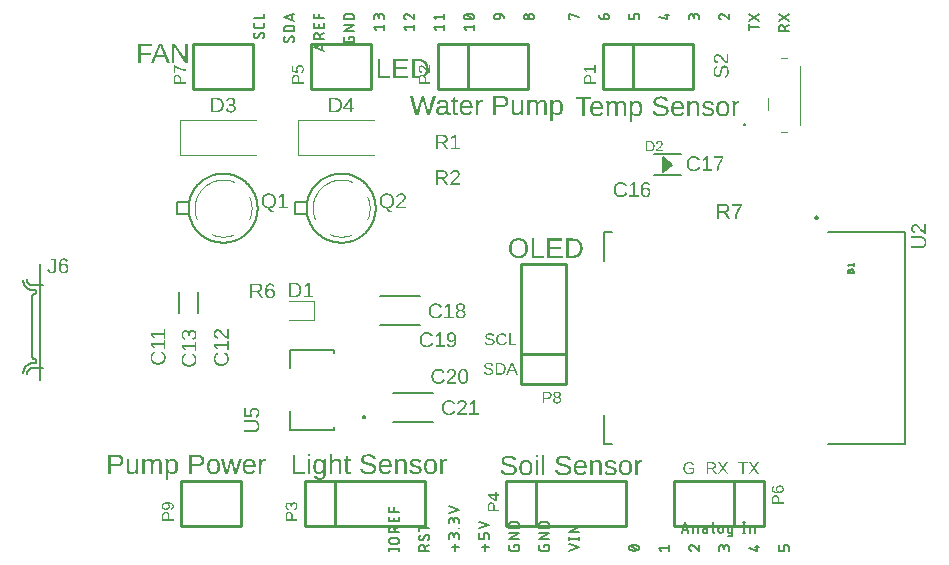
<source format=gbr>
G04 EAGLE Gerber RS-274X export*
G75*
%MOMM*%
%FSLAX34Y34*%
%LPD*%
%INSilkscreen Top*%
%IPPOS*%
%AMOC8*
5,1,8,0,0,1.08239X$1,22.5*%
G01*
G04 Define Apertures*
%ADD10C,0.152400*%
%ADD11C,0.127000*%
%ADD12C,0.120000*%
%ADD13C,0.254000*%
%ADD14C,0.050800*%
%ADD15C,0.100000*%
%ADD16C,0.200000*%
G36*
X506428Y407977D02*
X506416Y409405D01*
X506402Y409786D01*
X506382Y409943D01*
X506440Y409943D01*
X506571Y409680D01*
X506718Y409433D01*
X506879Y409204D01*
X507056Y408992D01*
X507247Y408796D01*
X507452Y408618D01*
X507673Y408457D01*
X507909Y408312D01*
X508159Y408185D01*
X508424Y408074D01*
X508704Y407981D01*
X508999Y407905D01*
X509308Y407845D01*
X509633Y407803D01*
X509972Y407777D01*
X510326Y407769D01*
X510609Y407775D01*
X510883Y407794D01*
X511149Y407826D01*
X511405Y407871D01*
X511652Y407929D01*
X511890Y407999D01*
X512340Y408178D01*
X512753Y408408D01*
X513131Y408689D01*
X513473Y409022D01*
X513778Y409405D01*
X514048Y409840D01*
X514282Y410326D01*
X514480Y410863D01*
X514641Y411451D01*
X514767Y412090D01*
X514857Y412781D01*
X514911Y413522D01*
X514929Y414315D01*
X514911Y415117D01*
X514858Y415864D01*
X514768Y416556D01*
X514643Y417192D01*
X514482Y417773D01*
X514285Y418299D01*
X514052Y418769D01*
X513784Y419184D01*
X513480Y419548D01*
X513139Y419863D01*
X512761Y420129D01*
X512347Y420347D01*
X511896Y420516D01*
X511409Y420637D01*
X511152Y420680D01*
X510886Y420710D01*
X510610Y420728D01*
X510326Y420734D01*
X509962Y420726D01*
X509616Y420701D01*
X509288Y420659D01*
X508978Y420600D01*
X508687Y420524D01*
X508413Y420432D01*
X508158Y420323D01*
X507920Y420197D01*
X507697Y420052D01*
X507486Y419889D01*
X507285Y419706D01*
X507096Y419504D01*
X506918Y419283D01*
X506751Y419042D01*
X506596Y418782D01*
X506451Y418502D01*
X506405Y418502D01*
X506376Y419312D01*
X506324Y420185D01*
X506289Y420515D01*
X504277Y420515D01*
X504307Y420121D01*
X504329Y419563D01*
X504346Y417958D01*
X504346Y403084D01*
X506428Y403084D01*
X506428Y407977D01*
G37*
%LPC*%
G36*
X509344Y409325D02*
X508947Y409380D01*
X508582Y409471D01*
X508247Y409599D01*
X507943Y409763D01*
X507669Y409964D01*
X507427Y410201D01*
X507215Y410475D01*
X507030Y410787D01*
X506870Y411140D01*
X506735Y411533D01*
X506625Y411967D01*
X506539Y412441D01*
X506477Y412956D01*
X506440Y413511D01*
X506428Y414107D01*
X506451Y414950D01*
X506479Y415341D01*
X506519Y415710D01*
X506570Y416059D01*
X506633Y416387D01*
X506707Y416695D01*
X506792Y416981D01*
X506889Y417248D01*
X506996Y417497D01*
X507113Y417727D01*
X507241Y417940D01*
X507379Y418134D01*
X507528Y418309D01*
X507687Y418467D01*
X507856Y418606D01*
X508040Y418728D01*
X508240Y418834D01*
X508457Y418923D01*
X508691Y418997D01*
X508941Y419053D01*
X509209Y419094D01*
X509493Y419119D01*
X509794Y419127D01*
X510165Y419109D01*
X510511Y419057D01*
X510830Y418969D01*
X511124Y418846D01*
X511391Y418688D01*
X511633Y418496D01*
X511848Y418268D01*
X512038Y418005D01*
X512203Y417701D01*
X512346Y417351D01*
X512468Y416953D01*
X512567Y416510D01*
X512644Y416020D01*
X512699Y415483D01*
X512732Y414899D01*
X512743Y414269D01*
X512732Y413622D01*
X512699Y413024D01*
X512643Y412473D01*
X512565Y411972D01*
X512465Y411518D01*
X512343Y411112D01*
X512199Y410755D01*
X512032Y410446D01*
X511841Y410179D01*
X511624Y409948D01*
X511380Y409752D01*
X511111Y409592D01*
X510815Y409467D01*
X510493Y409378D01*
X510145Y409325D01*
X509771Y409307D01*
X509344Y409325D01*
G37*
%LPD*%
G36*
X583436Y407775D02*
X583765Y407794D01*
X584084Y407825D01*
X584392Y407869D01*
X584690Y407926D01*
X584978Y407995D01*
X585256Y408076D01*
X585523Y408171D01*
X585781Y408277D01*
X586028Y408397D01*
X586491Y408673D01*
X586914Y409000D01*
X587296Y409376D01*
X587471Y409584D01*
X587635Y409805D01*
X587787Y410038D01*
X587928Y410285D01*
X588058Y410545D01*
X588177Y410818D01*
X588284Y411104D01*
X588380Y411403D01*
X588538Y412041D01*
X588651Y412731D01*
X588719Y413474D01*
X588742Y414269D01*
X588721Y415072D01*
X588657Y415820D01*
X588551Y416514D01*
X588403Y417153D01*
X588213Y417738D01*
X587980Y418269D01*
X587706Y418745D01*
X587552Y418963D01*
X587388Y419167D01*
X587213Y419358D01*
X587026Y419537D01*
X586828Y419704D01*
X586617Y419858D01*
X586395Y420000D01*
X586160Y420129D01*
X585914Y420246D01*
X585656Y420351D01*
X585387Y420444D01*
X585105Y420524D01*
X584812Y420592D01*
X584506Y420647D01*
X584189Y420690D01*
X583860Y420721D01*
X583519Y420740D01*
X583167Y420746D01*
X582822Y420740D01*
X582487Y420721D01*
X582164Y420689D01*
X581852Y420645D01*
X581551Y420588D01*
X581260Y420518D01*
X580981Y420436D01*
X580713Y420341D01*
X580455Y420234D01*
X580209Y420113D01*
X579973Y419981D01*
X579748Y419835D01*
X579535Y419677D01*
X579332Y419506D01*
X579140Y419323D01*
X578960Y419127D01*
X578631Y418697D01*
X578346Y418216D01*
X578105Y417684D01*
X577908Y417103D01*
X577754Y416470D01*
X577645Y415787D01*
X577579Y415053D01*
X577557Y414269D01*
X577579Y413503D01*
X577645Y412783D01*
X577754Y412110D01*
X577907Y411483D01*
X578104Y410902D01*
X578344Y410369D01*
X578629Y409881D01*
X578957Y409440D01*
X579137Y409238D01*
X579328Y409048D01*
X579529Y408872D01*
X579740Y408709D01*
X579962Y408559D01*
X580195Y408422D01*
X580438Y408297D01*
X580692Y408187D01*
X580956Y408089D01*
X581230Y408004D01*
X581515Y407932D01*
X581811Y407873D01*
X582117Y407827D01*
X582433Y407795D01*
X582760Y407775D01*
X583097Y407769D01*
X583436Y407775D01*
G37*
%LPC*%
G36*
X582658Y409326D02*
X582270Y409385D01*
X581911Y409482D01*
X581581Y409618D01*
X581279Y409793D01*
X581006Y410006D01*
X580762Y410259D01*
X580547Y410550D01*
X580359Y410880D01*
X580195Y411249D01*
X580057Y411656D01*
X579944Y412102D01*
X579856Y412586D01*
X579793Y413108D01*
X579756Y413669D01*
X579743Y414269D01*
X579756Y414884D01*
X579794Y415457D01*
X579858Y415988D01*
X579947Y416477D01*
X580062Y416923D01*
X580202Y417328D01*
X580367Y417690D01*
X580559Y418011D01*
X580778Y418291D01*
X581030Y418534D01*
X581312Y418740D01*
X581627Y418908D01*
X581973Y419039D01*
X582351Y419133D01*
X582760Y419189D01*
X583201Y419208D01*
X583639Y419189D01*
X584044Y419134D01*
X584416Y419043D01*
X584756Y418914D01*
X585062Y418749D01*
X585337Y418547D01*
X585578Y418309D01*
X585787Y418034D01*
X585967Y417718D01*
X586123Y417358D01*
X586255Y416954D01*
X586363Y416505D01*
X586448Y416013D01*
X586508Y415476D01*
X586544Y414894D01*
X586556Y414269D01*
X586543Y413651D01*
X586505Y413075D01*
X586443Y412542D01*
X586355Y412051D01*
X586242Y411602D01*
X586103Y411196D01*
X585940Y410832D01*
X585752Y410510D01*
X585534Y410228D01*
X585283Y409984D01*
X584998Y409777D01*
X584681Y409608D01*
X584329Y409476D01*
X583944Y409382D01*
X583526Y409326D01*
X583074Y409307D01*
X582658Y409326D01*
G37*
%LPD*%
G36*
X486744Y415252D02*
X486756Y415702D01*
X486792Y416125D01*
X486853Y416523D01*
X486938Y416894D01*
X487047Y417240D01*
X487180Y417559D01*
X487337Y417853D01*
X487519Y418120D01*
X487721Y418359D01*
X487941Y418566D01*
X488178Y418741D01*
X488433Y418884D01*
X488704Y418995D01*
X488994Y419075D01*
X489300Y419122D01*
X489624Y419138D01*
X489935Y419127D01*
X490222Y419095D01*
X490483Y419041D01*
X490720Y418965D01*
X490931Y418867D01*
X491118Y418748D01*
X491280Y418607D01*
X491417Y418444D01*
X491533Y418253D01*
X491634Y418027D01*
X491720Y417766D01*
X491790Y417470D01*
X491844Y417139D01*
X491883Y416772D01*
X491906Y416371D01*
X491914Y415934D01*
X491914Y408000D01*
X493973Y408000D01*
X493973Y415252D01*
X493985Y415704D01*
X494020Y416130D01*
X494079Y416529D01*
X494162Y416902D01*
X494269Y417248D01*
X494399Y417567D01*
X494553Y417860D01*
X494730Y418126D01*
X494929Y418363D01*
X495147Y418569D01*
X495384Y418743D01*
X495640Y418885D01*
X495915Y418996D01*
X496208Y419075D01*
X496521Y419122D01*
X496853Y419138D01*
X497164Y419127D01*
X497451Y419095D01*
X497712Y419041D01*
X497949Y418965D01*
X498160Y418867D01*
X498347Y418748D01*
X498509Y418607D01*
X498646Y418444D01*
X498762Y418253D01*
X498863Y418027D01*
X498949Y417766D01*
X499019Y417470D01*
X499073Y417139D01*
X499112Y416772D01*
X499135Y416371D01*
X499143Y415934D01*
X499143Y408000D01*
X501202Y408000D01*
X501202Y416339D01*
X501188Y416906D01*
X501148Y417431D01*
X501081Y417915D01*
X500986Y418357D01*
X500865Y418759D01*
X500717Y419119D01*
X500542Y419439D01*
X500340Y419717D01*
X500108Y419958D01*
X499844Y420167D01*
X499548Y420344D01*
X499220Y420489D01*
X498859Y420601D01*
X498465Y420682D01*
X498040Y420730D01*
X497581Y420746D01*
X497261Y420737D01*
X496952Y420711D01*
X496656Y420668D01*
X496371Y420607D01*
X496099Y420529D01*
X495839Y420434D01*
X495591Y420321D01*
X495355Y420191D01*
X495129Y420041D01*
X494912Y419869D01*
X494704Y419675D01*
X494503Y419459D01*
X494312Y419221D01*
X494129Y418961D01*
X493954Y418679D01*
X493788Y418375D01*
X493753Y418375D01*
X493664Y418674D01*
X493560Y418952D01*
X493439Y419209D01*
X493303Y419445D01*
X493152Y419660D01*
X492984Y419854D01*
X492801Y420027D01*
X492602Y420179D01*
X492386Y420312D01*
X492152Y420427D01*
X491898Y420525D01*
X491626Y420604D01*
X491336Y420666D01*
X491027Y420710D01*
X490699Y420737D01*
X490353Y420746D01*
X490046Y420738D01*
X489752Y420713D01*
X489469Y420673D01*
X489199Y420616D01*
X488940Y420543D01*
X488694Y420453D01*
X488459Y420347D01*
X488236Y420225D01*
X488022Y420083D01*
X487815Y419915D01*
X487613Y419721D01*
X487418Y419503D01*
X487229Y419259D01*
X487045Y418989D01*
X486869Y418695D01*
X486698Y418375D01*
X486663Y418375D01*
X486623Y419618D01*
X486594Y420202D01*
X486570Y420515D01*
X484604Y420515D01*
X484635Y420165D01*
X484656Y419604D01*
X484674Y417843D01*
X484674Y408000D01*
X486744Y408000D01*
X486744Y415252D01*
G37*
G36*
X477015Y407780D02*
X477479Y407815D01*
X477921Y407873D01*
X478340Y407954D01*
X478737Y408058D01*
X479111Y408185D01*
X479464Y408335D01*
X479794Y408509D01*
X480101Y408706D01*
X480386Y408925D01*
X480649Y409168D01*
X480890Y409434D01*
X481109Y409723D01*
X481305Y410036D01*
X481478Y410371D01*
X481630Y410730D01*
X479802Y411250D01*
X479722Y411046D01*
X479625Y410852D01*
X479511Y410666D01*
X479381Y410490D01*
X479235Y410322D01*
X479072Y410164D01*
X478893Y410014D01*
X478698Y409874D01*
X478485Y409746D01*
X478256Y409636D01*
X478010Y409542D01*
X477748Y409466D01*
X477468Y409407D01*
X477172Y409364D01*
X476859Y409339D01*
X476529Y409330D01*
X476114Y409348D01*
X475724Y409403D01*
X475361Y409494D01*
X475022Y409622D01*
X474710Y409786D01*
X474423Y409987D01*
X474162Y410224D01*
X473927Y410498D01*
X473718Y410806D01*
X473537Y411144D01*
X473384Y411513D01*
X473259Y411912D01*
X473161Y412343D01*
X473092Y412804D01*
X473050Y413295D01*
X473036Y413818D01*
X481965Y413818D01*
X481965Y414095D01*
X481944Y414901D01*
X481879Y415654D01*
X481771Y416356D01*
X481620Y417005D01*
X481426Y417602D01*
X481189Y418148D01*
X480909Y418642D01*
X480586Y419083D01*
X480408Y419285D01*
X480219Y419473D01*
X480020Y419648D01*
X479810Y419811D01*
X479589Y419960D01*
X479357Y420096D01*
X479115Y420220D01*
X478862Y420330D01*
X478598Y420428D01*
X478323Y420512D01*
X478037Y420584D01*
X477741Y420642D01*
X477434Y420687D01*
X477116Y420720D01*
X476787Y420739D01*
X476448Y420746D01*
X476116Y420739D01*
X475794Y420720D01*
X475481Y420688D01*
X475178Y420643D01*
X474885Y420584D01*
X474602Y420513D01*
X474328Y420429D01*
X474064Y420332D01*
X473810Y420223D01*
X473565Y420100D01*
X473105Y419816D01*
X472684Y419480D01*
X472302Y419092D01*
X471961Y418656D01*
X471667Y418175D01*
X471417Y417648D01*
X471213Y417077D01*
X471054Y416460D01*
X470941Y415798D01*
X470873Y415091D01*
X470850Y414338D01*
X470873Y413548D01*
X470941Y412808D01*
X471054Y412118D01*
X471213Y411479D01*
X471417Y410889D01*
X471536Y410613D01*
X471667Y410350D01*
X471808Y410099D01*
X471961Y409861D01*
X472126Y409636D01*
X472302Y409423D01*
X472685Y409035D01*
X472892Y408861D01*
X473110Y408699D01*
X473338Y408550D01*
X473576Y408415D01*
X473825Y408292D01*
X474084Y408182D01*
X474354Y408085D01*
X474633Y408001D01*
X474923Y407930D01*
X475224Y407872D01*
X475535Y407827D01*
X475856Y407795D01*
X476187Y407775D01*
X476529Y407769D01*
X477015Y407780D01*
G37*
%LPC*%
G36*
X473059Y415414D02*
X473089Y415844D01*
X473145Y416251D01*
X473226Y416635D01*
X473332Y416994D01*
X473464Y417330D01*
X473622Y417642D01*
X473805Y417931D01*
X474013Y418196D01*
X474244Y418433D01*
X474495Y418638D01*
X474766Y418812D01*
X475056Y418955D01*
X475366Y419065D01*
X475695Y419144D01*
X476044Y419192D01*
X476413Y419208D01*
X476792Y419193D01*
X477149Y419151D01*
X477482Y419080D01*
X477793Y418981D01*
X478080Y418853D01*
X478346Y418697D01*
X478588Y418512D01*
X478808Y418300D01*
X479005Y418056D01*
X479183Y417779D01*
X479339Y417468D01*
X479475Y417124D01*
X479591Y416747D01*
X479686Y416336D01*
X479760Y415892D01*
X479814Y415414D01*
X473059Y415414D01*
G37*
%LPD*%
G36*
X545515Y407780D02*
X545979Y407815D01*
X546421Y407873D01*
X546840Y407954D01*
X547237Y408058D01*
X547611Y408185D01*
X547964Y408335D01*
X548294Y408509D01*
X548601Y408706D01*
X548886Y408925D01*
X549149Y409168D01*
X549390Y409434D01*
X549609Y409723D01*
X549805Y410036D01*
X549978Y410371D01*
X550130Y410730D01*
X548302Y411250D01*
X548222Y411046D01*
X548125Y410852D01*
X548011Y410666D01*
X547881Y410490D01*
X547735Y410322D01*
X547572Y410164D01*
X547393Y410014D01*
X547198Y409874D01*
X546985Y409746D01*
X546756Y409636D01*
X546510Y409542D01*
X546248Y409466D01*
X545968Y409407D01*
X545672Y409364D01*
X545359Y409339D01*
X545029Y409330D01*
X544614Y409348D01*
X544224Y409403D01*
X543861Y409494D01*
X543522Y409622D01*
X543210Y409786D01*
X542923Y409987D01*
X542662Y410224D01*
X542427Y410498D01*
X542218Y410806D01*
X542037Y411144D01*
X541884Y411513D01*
X541759Y411912D01*
X541661Y412343D01*
X541592Y412804D01*
X541550Y413295D01*
X541536Y413818D01*
X550465Y413818D01*
X550465Y414095D01*
X550444Y414901D01*
X550379Y415654D01*
X550271Y416356D01*
X550120Y417005D01*
X549926Y417602D01*
X549689Y418148D01*
X549409Y418642D01*
X549086Y419083D01*
X548908Y419285D01*
X548719Y419473D01*
X548520Y419648D01*
X548310Y419811D01*
X548089Y419960D01*
X547857Y420096D01*
X547615Y420220D01*
X547362Y420330D01*
X547098Y420428D01*
X546823Y420512D01*
X546537Y420584D01*
X546241Y420642D01*
X545934Y420687D01*
X545616Y420720D01*
X545287Y420739D01*
X544948Y420746D01*
X544616Y420739D01*
X544294Y420720D01*
X543981Y420688D01*
X543678Y420643D01*
X543385Y420584D01*
X543102Y420513D01*
X542828Y420429D01*
X542564Y420332D01*
X542310Y420223D01*
X542065Y420100D01*
X541605Y419816D01*
X541184Y419480D01*
X540802Y419092D01*
X540461Y418656D01*
X540167Y418175D01*
X539917Y417648D01*
X539713Y417077D01*
X539554Y416460D01*
X539441Y415798D01*
X539373Y415091D01*
X539350Y414338D01*
X539373Y413548D01*
X539441Y412808D01*
X539554Y412118D01*
X539713Y411479D01*
X539917Y410889D01*
X540036Y410613D01*
X540167Y410350D01*
X540308Y410099D01*
X540461Y409861D01*
X540626Y409636D01*
X540802Y409423D01*
X541185Y409035D01*
X541392Y408861D01*
X541610Y408699D01*
X541838Y408550D01*
X542076Y408415D01*
X542325Y408292D01*
X542584Y408182D01*
X542854Y408085D01*
X543133Y408001D01*
X543423Y407930D01*
X543724Y407872D01*
X544035Y407827D01*
X544356Y407795D01*
X544687Y407775D01*
X545029Y407769D01*
X545515Y407780D01*
G37*
%LPC*%
G36*
X541559Y415414D02*
X541589Y415844D01*
X541645Y416251D01*
X541726Y416635D01*
X541832Y416994D01*
X541964Y417330D01*
X542122Y417642D01*
X542305Y417931D01*
X542513Y418196D01*
X542744Y418433D01*
X542995Y418638D01*
X543266Y418812D01*
X543556Y418955D01*
X543866Y419065D01*
X544195Y419144D01*
X544544Y419192D01*
X544913Y419208D01*
X545292Y419193D01*
X545649Y419151D01*
X545982Y419080D01*
X546293Y418981D01*
X546580Y418853D01*
X546846Y418697D01*
X547088Y418512D01*
X547308Y418300D01*
X547505Y418056D01*
X547683Y417779D01*
X547839Y417468D01*
X547975Y417124D01*
X548091Y416747D01*
X548186Y416336D01*
X548260Y415892D01*
X548314Y415414D01*
X541559Y415414D01*
G37*
%LPD*%
G36*
X531290Y407788D02*
X532024Y407846D01*
X532712Y407943D01*
X533356Y408078D01*
X533954Y408252D01*
X534508Y408465D01*
X535016Y408716D01*
X535480Y409006D01*
X535893Y409332D01*
X536251Y409689D01*
X536554Y410078D01*
X536802Y410498D01*
X536906Y410721D01*
X536995Y410951D01*
X537071Y411189D01*
X537133Y411435D01*
X537181Y411689D01*
X537216Y411951D01*
X537237Y412221D01*
X537243Y412499D01*
X537228Y412930D01*
X537181Y413332D01*
X537104Y413705D01*
X536995Y414049D01*
X536858Y414368D01*
X536698Y414665D01*
X536514Y414940D01*
X536307Y415194D01*
X536077Y415428D01*
X535828Y415642D01*
X535559Y415838D01*
X535271Y416015D01*
X534654Y416329D01*
X533993Y416599D01*
X533295Y416831D01*
X532565Y417027D01*
X531067Y417380D01*
X530038Y417619D01*
X529196Y417838D01*
X528541Y418038D01*
X528071Y418219D01*
X527718Y418399D01*
X527408Y418597D01*
X527142Y418815D01*
X526921Y419051D01*
X526746Y419314D01*
X526621Y419608D01*
X526547Y419935D01*
X526528Y420111D01*
X526522Y420295D01*
X526538Y420606D01*
X526586Y420897D01*
X526666Y421168D01*
X526779Y421420D01*
X526924Y421651D01*
X527101Y421863D01*
X527310Y422055D01*
X527551Y422226D01*
X527823Y422378D01*
X528123Y422510D01*
X528453Y422621D01*
X528812Y422712D01*
X529199Y422783D01*
X529616Y422834D01*
X530061Y422864D01*
X530535Y422874D01*
X530968Y422865D01*
X531377Y422838D01*
X531762Y422792D01*
X532122Y422728D01*
X532459Y422646D01*
X532771Y422546D01*
X533059Y422427D01*
X533322Y422290D01*
X533564Y422133D01*
X533785Y421953D01*
X533986Y421752D01*
X534167Y421528D01*
X534327Y421282D01*
X534468Y421014D01*
X534588Y420723D01*
X534687Y420410D01*
X536862Y420792D01*
X536701Y421285D01*
X536512Y421741D01*
X536296Y422159D01*
X536052Y422540D01*
X535781Y422884D01*
X535482Y423190D01*
X535156Y423458D01*
X534803Y423689D01*
X534415Y423889D01*
X533987Y424061D01*
X533517Y424208D01*
X533007Y424327D01*
X532456Y424420D01*
X531864Y424486D01*
X531232Y424526D01*
X530558Y424540D01*
X529834Y424522D01*
X529153Y424469D01*
X528514Y424380D01*
X527920Y424256D01*
X527368Y424097D01*
X526860Y423902D01*
X526394Y423672D01*
X525972Y423406D01*
X525597Y423108D01*
X525271Y422779D01*
X524996Y422421D01*
X524771Y422033D01*
X524596Y421614D01*
X524470Y421166D01*
X524427Y420930D01*
X524395Y420688D01*
X524377Y420437D01*
X524370Y420179D01*
X524389Y419735D01*
X524447Y419317D01*
X524543Y418926D01*
X524677Y418560D01*
X524847Y418218D01*
X525051Y417899D01*
X525289Y417602D01*
X525562Y417328D01*
X525877Y417071D01*
X526245Y416826D01*
X526667Y416594D01*
X527140Y416374D01*
X527699Y416160D01*
X528374Y415946D01*
X529165Y415732D01*
X530072Y415518D01*
X532096Y415044D01*
X532537Y414927D01*
X532947Y414798D01*
X533324Y414656D01*
X533669Y414500D01*
X533981Y414327D01*
X534255Y414133D01*
X534492Y413917D01*
X534693Y413679D01*
X534852Y413412D01*
X534966Y413106D01*
X535035Y412764D01*
X535057Y412384D01*
X535039Y412039D01*
X534985Y411715D01*
X534894Y411413D01*
X534767Y411133D01*
X534603Y410874D01*
X534404Y410637D01*
X534167Y410421D01*
X533895Y410226D01*
X533589Y410054D01*
X533253Y409905D01*
X532886Y409779D01*
X532488Y409676D01*
X532060Y409595D01*
X531602Y409538D01*
X531113Y409504D01*
X530593Y409492D01*
X530089Y409503D01*
X529612Y409535D01*
X529162Y409589D01*
X528739Y409664D01*
X528344Y409761D01*
X527975Y409879D01*
X527634Y410019D01*
X527320Y410180D01*
X527032Y410364D01*
X526770Y410573D01*
X526535Y410806D01*
X526325Y411064D01*
X526141Y411345D01*
X525984Y411652D01*
X525852Y411982D01*
X525747Y412337D01*
X523607Y411909D01*
X523745Y411408D01*
X523922Y410939D01*
X524139Y410502D01*
X524394Y410098D01*
X524689Y409726D01*
X525022Y409386D01*
X525395Y409079D01*
X525807Y408804D01*
X526258Y408561D01*
X526749Y408351D01*
X527278Y408173D01*
X527847Y408027D01*
X528454Y407914D01*
X529101Y407833D01*
X529787Y407785D01*
X530512Y407769D01*
X531290Y407788D01*
G37*
G36*
X555256Y415252D02*
X555269Y415696D01*
X555310Y416116D01*
X555378Y416510D01*
X555472Y416880D01*
X555594Y417225D01*
X555744Y417544D01*
X555920Y417839D01*
X556123Y418109D01*
X556350Y418350D01*
X556597Y418559D01*
X556863Y418736D01*
X557150Y418881D01*
X557456Y418993D01*
X557782Y419074D01*
X558128Y419122D01*
X558494Y419138D01*
X558978Y419119D01*
X559399Y419063D01*
X559758Y418969D01*
X560056Y418837D01*
X560303Y418663D01*
X560515Y418441D01*
X560691Y418172D01*
X560830Y417854D01*
X560937Y417478D01*
X561013Y417033D01*
X561058Y416518D01*
X561073Y415934D01*
X561073Y408000D01*
X563167Y408000D01*
X563167Y416339D01*
X563152Y416908D01*
X563107Y417435D01*
X563033Y417921D01*
X562928Y418365D01*
X562794Y418767D01*
X562630Y419127D01*
X562436Y419446D01*
X562213Y419722D01*
X561957Y419962D01*
X561666Y420170D01*
X561342Y420346D01*
X560982Y420490D01*
X560588Y420602D01*
X560160Y420682D01*
X559697Y420730D01*
X559200Y420746D01*
X558857Y420738D01*
X558528Y420712D01*
X558214Y420670D01*
X557914Y420611D01*
X557629Y420536D01*
X557357Y420443D01*
X557100Y420334D01*
X556857Y420208D01*
X556625Y420062D01*
X556400Y419892D01*
X556182Y419698D01*
X555971Y419481D01*
X555767Y419240D01*
X555570Y418975D01*
X555381Y418687D01*
X555198Y418375D01*
X555163Y418375D01*
X555123Y419618D01*
X555094Y420202D01*
X555070Y420515D01*
X553104Y420515D01*
X553135Y420165D01*
X553156Y419604D01*
X553174Y417843D01*
X553174Y408000D01*
X555256Y408000D01*
X555256Y415252D01*
G37*
G36*
X571214Y407784D02*
X571765Y407829D01*
X572283Y407904D01*
X572767Y408009D01*
X573218Y408144D01*
X573636Y408309D01*
X574020Y408504D01*
X574371Y408729D01*
X574684Y408981D01*
X574955Y409259D01*
X575185Y409563D01*
X575373Y409891D01*
X575519Y410245D01*
X575623Y410624D01*
X575686Y411029D01*
X575707Y411458D01*
X575692Y411807D01*
X575649Y412136D01*
X575576Y412446D01*
X575475Y412736D01*
X575348Y413009D01*
X575196Y413264D01*
X575021Y413503D01*
X574822Y413725D01*
X574592Y413935D01*
X574323Y414134D01*
X574016Y414325D01*
X573671Y414506D01*
X573249Y414686D01*
X572711Y414875D01*
X572057Y415071D01*
X571288Y415275D01*
X570490Y415478D01*
X569843Y415657D01*
X569345Y415813D01*
X568998Y415946D01*
X568743Y416074D01*
X568521Y416215D01*
X568332Y416369D01*
X568177Y416536D01*
X568056Y416721D01*
X567969Y416929D01*
X567917Y417160D01*
X567899Y417415D01*
X567910Y417625D01*
X567941Y417821D01*
X567994Y418004D01*
X568067Y418172D01*
X568161Y418327D01*
X568277Y418469D01*
X568413Y418596D01*
X568570Y418710D01*
X568750Y418811D01*
X568952Y418897D01*
X569178Y418971D01*
X569426Y419031D01*
X569698Y419078D01*
X569993Y419111D01*
X570311Y419132D01*
X570652Y419138D01*
X570962Y419131D01*
X571256Y419110D01*
X571534Y419076D01*
X571796Y419027D01*
X572041Y418964D01*
X572271Y418888D01*
X572485Y418797D01*
X572682Y418693D01*
X572862Y418576D01*
X573024Y418446D01*
X573168Y418304D01*
X573294Y418151D01*
X573401Y417985D01*
X573490Y417807D01*
X573561Y417617D01*
X573613Y417415D01*
X575487Y417646D01*
X575392Y418034D01*
X575269Y418395D01*
X575118Y418728D01*
X574939Y419034D01*
X574732Y419312D01*
X574497Y419563D01*
X574234Y419787D01*
X573943Y419983D01*
X573624Y420153D01*
X573280Y420301D01*
X572908Y420427D01*
X572510Y420529D01*
X572085Y420609D01*
X571634Y420666D01*
X571156Y420700D01*
X570652Y420711D01*
X570086Y420697D01*
X569554Y420655D01*
X569057Y420585D01*
X568595Y420487D01*
X568168Y420361D01*
X567775Y420207D01*
X567418Y420025D01*
X567096Y419815D01*
X566810Y419578D01*
X566562Y419316D01*
X566352Y419028D01*
X566180Y418715D01*
X566047Y418376D01*
X565952Y418012D01*
X565894Y417622D01*
X565875Y417207D01*
X565882Y416980D01*
X565902Y416762D01*
X565936Y416553D01*
X565982Y416354D01*
X566043Y416163D01*
X566116Y415981D01*
X566203Y415809D01*
X566303Y415645D01*
X566538Y415339D01*
X566814Y415057D01*
X567131Y414798D01*
X567489Y414564D01*
X567932Y414340D01*
X568505Y414114D01*
X569208Y413886D01*
X570039Y413656D01*
X571531Y413263D01*
X572059Y413102D01*
X572509Y412921D01*
X572880Y412720D01*
X573174Y412499D01*
X573293Y412379D01*
X573396Y412251D01*
X573484Y412113D01*
X573555Y411967D01*
X573611Y411812D01*
X573651Y411649D01*
X573675Y411477D01*
X573683Y411296D01*
X573671Y411061D01*
X573637Y410841D01*
X573579Y410636D01*
X573499Y410446D01*
X573396Y410272D01*
X573269Y410112D01*
X573120Y409968D01*
X572948Y409839D01*
X572751Y409725D01*
X572528Y409626D01*
X572278Y409543D01*
X572001Y409475D01*
X571698Y409422D01*
X571368Y409384D01*
X571012Y409361D01*
X570629Y409353D01*
X570269Y409361D01*
X569929Y409383D01*
X569610Y409419D01*
X569311Y409470D01*
X569031Y409536D01*
X568773Y409617D01*
X568534Y409712D01*
X568316Y409822D01*
X568116Y409947D01*
X567935Y410089D01*
X567771Y410249D01*
X567625Y410425D01*
X567496Y410617D01*
X567385Y410827D01*
X567292Y411053D01*
X567217Y411296D01*
X565378Y410938D01*
X565487Y410544D01*
X565624Y410176D01*
X565789Y409836D01*
X565981Y409522D01*
X566201Y409236D01*
X566448Y408976D01*
X566723Y408744D01*
X567026Y408538D01*
X567360Y408358D01*
X567726Y408201D01*
X568127Y408069D01*
X568560Y407961D01*
X569027Y407877D01*
X569528Y407817D01*
X570062Y407781D01*
X570629Y407769D01*
X571214Y407784D01*
G37*
G36*
X466328Y422492D02*
X471926Y422492D01*
X471926Y424297D01*
X458532Y424297D01*
X458532Y422492D01*
X464130Y422492D01*
X464130Y408000D01*
X466328Y408000D01*
X466328Y422492D01*
G37*
G36*
X593474Y414523D02*
X593485Y415029D01*
X593517Y415504D01*
X593570Y415949D01*
X593645Y416364D01*
X593741Y416748D01*
X593858Y417103D01*
X593997Y417427D01*
X594157Y417721D01*
X594337Y417983D01*
X594536Y418210D01*
X594755Y418402D01*
X594992Y418558D01*
X595249Y418681D01*
X595525Y418768D01*
X595820Y418820D01*
X596135Y418837D01*
X596464Y418830D01*
X596759Y418809D01*
X597019Y418772D01*
X597245Y418722D01*
X597245Y420630D01*
X597032Y420681D01*
X596820Y420717D01*
X596609Y420739D01*
X596401Y420746D01*
X596114Y420737D01*
X595844Y420709D01*
X595591Y420663D01*
X595354Y420598D01*
X595134Y420515D01*
X594930Y420414D01*
X594743Y420294D01*
X594573Y420156D01*
X594414Y419993D01*
X594259Y419797D01*
X594108Y419570D01*
X593963Y419312D01*
X593822Y419021D01*
X593686Y418699D01*
X593428Y417958D01*
X593382Y417958D01*
X593359Y418811D01*
X593289Y420515D01*
X591323Y420515D01*
X591375Y418988D01*
X591392Y417600D01*
X591392Y408000D01*
X593474Y408000D01*
X593474Y414523D01*
G37*
G36*
X439303Y408977D02*
X439291Y410405D01*
X439277Y410786D01*
X439257Y410943D01*
X439315Y410943D01*
X439446Y410680D01*
X439593Y410433D01*
X439754Y410204D01*
X439931Y409992D01*
X440122Y409796D01*
X440327Y409618D01*
X440548Y409457D01*
X440784Y409312D01*
X441034Y409185D01*
X441299Y409074D01*
X441579Y408981D01*
X441874Y408905D01*
X442183Y408845D01*
X442508Y408803D01*
X442847Y408777D01*
X443201Y408769D01*
X443484Y408775D01*
X443758Y408794D01*
X444024Y408826D01*
X444280Y408871D01*
X444527Y408929D01*
X444765Y408999D01*
X445215Y409178D01*
X445628Y409408D01*
X446006Y409689D01*
X446348Y410022D01*
X446653Y410405D01*
X446923Y410840D01*
X447157Y411326D01*
X447355Y411863D01*
X447516Y412451D01*
X447642Y413090D01*
X447732Y413781D01*
X447786Y414522D01*
X447804Y415315D01*
X447786Y416117D01*
X447733Y416864D01*
X447643Y417556D01*
X447518Y418192D01*
X447357Y418773D01*
X447160Y419299D01*
X446927Y419769D01*
X446659Y420184D01*
X446355Y420548D01*
X446014Y420863D01*
X445636Y421129D01*
X445222Y421347D01*
X444771Y421516D01*
X444284Y421637D01*
X444027Y421680D01*
X443761Y421710D01*
X443485Y421728D01*
X443201Y421734D01*
X442837Y421726D01*
X442491Y421701D01*
X442163Y421659D01*
X441853Y421600D01*
X441562Y421524D01*
X441288Y421432D01*
X441033Y421323D01*
X440795Y421197D01*
X440572Y421052D01*
X440361Y420889D01*
X440160Y420706D01*
X439971Y420504D01*
X439793Y420283D01*
X439626Y420042D01*
X439471Y419782D01*
X439326Y419502D01*
X439280Y419502D01*
X439251Y420312D01*
X439199Y421185D01*
X439164Y421515D01*
X437152Y421515D01*
X437182Y421121D01*
X437204Y420563D01*
X437221Y418958D01*
X437221Y404084D01*
X439303Y404084D01*
X439303Y408977D01*
G37*
%LPC*%
G36*
X442219Y410325D02*
X441822Y410380D01*
X441457Y410471D01*
X441122Y410599D01*
X440818Y410763D01*
X440544Y410964D01*
X440302Y411201D01*
X440090Y411475D01*
X439905Y411787D01*
X439745Y412140D01*
X439610Y412533D01*
X439500Y412967D01*
X439414Y413441D01*
X439352Y413956D01*
X439315Y414511D01*
X439303Y415107D01*
X439326Y415950D01*
X439354Y416341D01*
X439394Y416710D01*
X439445Y417059D01*
X439508Y417387D01*
X439582Y417695D01*
X439667Y417981D01*
X439764Y418248D01*
X439871Y418497D01*
X439988Y418727D01*
X440116Y418940D01*
X440254Y419134D01*
X440403Y419309D01*
X440562Y419467D01*
X440731Y419606D01*
X440915Y419728D01*
X441115Y419834D01*
X441332Y419923D01*
X441566Y419997D01*
X441816Y420053D01*
X442084Y420094D01*
X442368Y420119D01*
X442669Y420127D01*
X443040Y420109D01*
X443386Y420057D01*
X443705Y419969D01*
X443999Y419846D01*
X444266Y419688D01*
X444508Y419496D01*
X444723Y419268D01*
X444913Y419005D01*
X445078Y418701D01*
X445221Y418351D01*
X445343Y417953D01*
X445442Y417510D01*
X445519Y417020D01*
X445574Y416483D01*
X445607Y415899D01*
X445618Y415269D01*
X445607Y414622D01*
X445574Y414024D01*
X445518Y413473D01*
X445440Y412972D01*
X445340Y412518D01*
X445218Y412112D01*
X445074Y411755D01*
X444907Y411446D01*
X444716Y411179D01*
X444499Y410948D01*
X444255Y410752D01*
X443986Y410592D01*
X443690Y410467D01*
X443368Y410378D01*
X443020Y410325D01*
X442646Y410307D01*
X442219Y410325D01*
G37*
%LPD*%
G36*
X391059Y415350D02*
X395847Y415350D01*
X396478Y415371D01*
X397075Y415435D01*
X397638Y415542D01*
X398167Y415691D01*
X398663Y415883D01*
X399125Y416118D01*
X399553Y416395D01*
X399947Y416715D01*
X400301Y417071D01*
X400607Y417456D01*
X400867Y417872D01*
X401079Y418317D01*
X401244Y418791D01*
X401362Y419295D01*
X401433Y419829D01*
X401456Y420393D01*
X401433Y420960D01*
X401363Y421495D01*
X401245Y421997D01*
X401081Y422466D01*
X400869Y422902D01*
X400611Y423305D01*
X400305Y423675D01*
X399953Y424013D01*
X399558Y424314D01*
X399124Y424575D01*
X398651Y424795D01*
X398140Y424976D01*
X397590Y425116D01*
X397001Y425216D01*
X396374Y425277D01*
X395708Y425297D01*
X388849Y425297D01*
X388849Y409000D01*
X391059Y409000D01*
X391059Y415350D01*
G37*
%LPC*%
G36*
X391059Y417096D02*
X391059Y423527D01*
X395442Y423527D01*
X395901Y423515D01*
X396331Y423478D01*
X396731Y423416D01*
X397102Y423330D01*
X397443Y423219D01*
X397754Y423083D01*
X398035Y422923D01*
X398287Y422738D01*
X398510Y422528D01*
X398702Y422294D01*
X398865Y422035D01*
X398999Y421751D01*
X399102Y421443D01*
X399177Y421110D01*
X399221Y420752D01*
X399236Y420370D01*
X399221Y419973D01*
X399178Y419602D01*
X399106Y419257D01*
X399004Y418938D01*
X398874Y418643D01*
X398715Y418375D01*
X398527Y418132D01*
X398310Y417915D01*
X398065Y417723D01*
X397790Y417557D01*
X397486Y417416D01*
X397154Y417301D01*
X396792Y417211D01*
X396402Y417147D01*
X395983Y417109D01*
X395535Y417096D01*
X391059Y417096D01*
G37*
%LPD*%
G36*
X327805Y417241D02*
X328423Y419527D01*
X328699Y420589D01*
X329208Y422833D01*
X329676Y420708D01*
X329863Y419934D01*
X330017Y419352D01*
X332839Y409000D01*
X335476Y409000D01*
X340276Y425297D01*
X337975Y425297D01*
X335636Y416881D01*
X335002Y414567D01*
X334725Y413517D01*
X334216Y411348D01*
X334112Y410943D01*
X333672Y412857D01*
X333094Y415153D01*
X330260Y425297D01*
X328144Y425297D01*
X325918Y417365D01*
X325271Y415006D01*
X324934Y413719D01*
X324591Y412273D01*
X324292Y410943D01*
X323832Y412973D01*
X323332Y414945D01*
X320406Y425297D01*
X318104Y425297D01*
X322904Y409000D01*
X325541Y409000D01*
X327805Y417241D01*
G37*
G36*
X344629Y408778D02*
X344986Y408806D01*
X345329Y408852D01*
X345658Y408918D01*
X345973Y409001D01*
X346273Y409104D01*
X346559Y409225D01*
X346831Y409364D01*
X347091Y409526D01*
X347343Y409715D01*
X347588Y409929D01*
X347824Y410170D01*
X348052Y410436D01*
X348272Y410730D01*
X348483Y411049D01*
X348687Y411394D01*
X348756Y411394D01*
X348781Y411081D01*
X348820Y410790D01*
X348873Y410519D01*
X348940Y410271D01*
X349022Y410044D01*
X349117Y409838D01*
X349228Y409654D01*
X349352Y409492D01*
X349493Y409349D01*
X349655Y409226D01*
X349835Y409122D01*
X350036Y409036D01*
X350256Y408970D01*
X350496Y408922D01*
X350756Y408894D01*
X351035Y408884D01*
X351443Y408896D01*
X351847Y408931D01*
X352247Y408988D01*
X352643Y409069D01*
X352643Y410365D01*
X352281Y410304D01*
X351960Y410284D01*
X351796Y410291D01*
X351646Y410313D01*
X351510Y410350D01*
X351388Y410401D01*
X351279Y410467D01*
X351184Y410547D01*
X351103Y410642D01*
X351035Y410752D01*
X350929Y411015D01*
X350853Y411335D01*
X350807Y411712D01*
X350792Y412146D01*
X350792Y417536D01*
X350773Y418033D01*
X350718Y418499D01*
X350624Y418935D01*
X350494Y419342D01*
X350327Y419718D01*
X350122Y420063D01*
X349880Y420379D01*
X349601Y420664D01*
X349285Y420918D01*
X348932Y421138D01*
X348543Y421323D01*
X348117Y421476D01*
X347655Y421594D01*
X347157Y421678D01*
X346622Y421729D01*
X346050Y421746D01*
X345504Y421733D01*
X344990Y421693D01*
X344506Y421627D01*
X344053Y421535D01*
X343631Y421416D01*
X343240Y421271D01*
X342880Y421099D01*
X342551Y420902D01*
X342253Y420677D01*
X341985Y420427D01*
X341749Y420150D01*
X341543Y419846D01*
X341369Y419516D01*
X341225Y419160D01*
X341112Y418778D01*
X341030Y418369D01*
X343205Y418172D01*
X343244Y418423D01*
X343300Y418657D01*
X343372Y418873D01*
X343459Y419071D01*
X343562Y419252D01*
X343682Y419415D01*
X343817Y419560D01*
X343968Y419687D01*
X344139Y419798D01*
X344334Y419895D01*
X344552Y419976D01*
X344795Y420043D01*
X345061Y420095D01*
X345352Y420132D01*
X345666Y420154D01*
X346004Y420161D01*
X346339Y420151D01*
X346651Y420120D01*
X346940Y420069D01*
X347207Y419997D01*
X347449Y419904D01*
X347669Y419791D01*
X347866Y419657D01*
X348039Y419502D01*
X348191Y419324D01*
X348323Y419118D01*
X348434Y418886D01*
X348525Y418626D01*
X348596Y418339D01*
X348646Y418025D01*
X348677Y417684D01*
X348687Y417316D01*
X348687Y416634D01*
X345876Y416587D01*
X345190Y416555D01*
X344552Y416492D01*
X343963Y416399D01*
X343423Y416275D01*
X342932Y416121D01*
X342490Y415937D01*
X342097Y415722D01*
X341753Y415477D01*
X341454Y415203D01*
X341194Y414900D01*
X340974Y414569D01*
X340795Y414211D01*
X340655Y413823D01*
X340555Y413408D01*
X340495Y412965D01*
X340475Y412493D01*
X340490Y412071D01*
X340534Y411672D01*
X340608Y411296D01*
X340712Y410943D01*
X340845Y410613D01*
X341008Y410307D01*
X341201Y410024D01*
X341423Y409763D01*
X341675Y409530D01*
X341956Y409328D01*
X342266Y409157D01*
X342606Y409017D01*
X342975Y408909D01*
X343373Y408831D01*
X343800Y408784D01*
X344257Y408769D01*
X344629Y408778D01*
G37*
%LPC*%
G36*
X344484Y410339D02*
X344252Y410365D01*
X344034Y410408D01*
X343831Y410469D01*
X343642Y410547D01*
X343468Y410642D01*
X343309Y410755D01*
X343164Y410885D01*
X343035Y411031D01*
X342924Y411192D01*
X342829Y411367D01*
X342752Y411556D01*
X342692Y411760D01*
X342649Y411978D01*
X342623Y412211D01*
X342615Y412458D01*
X342621Y412687D01*
X342640Y412904D01*
X342672Y413111D01*
X342716Y413306D01*
X342773Y413489D01*
X342842Y413662D01*
X342925Y413823D01*
X343020Y413973D01*
X343244Y414244D01*
X343513Y414477D01*
X343825Y414672D01*
X344182Y414829D01*
X344605Y414952D01*
X345117Y415043D01*
X345718Y415103D01*
X346408Y415130D01*
X348687Y415176D01*
X348687Y414147D01*
X348679Y413908D01*
X348655Y413670D01*
X348615Y413434D01*
X348558Y413200D01*
X348486Y412967D01*
X348397Y412736D01*
X348172Y412279D01*
X348038Y412058D01*
X347891Y411849D01*
X347733Y411653D01*
X347564Y411468D01*
X347382Y411295D01*
X347189Y411135D01*
X346984Y410987D01*
X346767Y410851D01*
X346540Y410729D01*
X346306Y410623D01*
X346063Y410533D01*
X345813Y410460D01*
X345554Y410403D01*
X345288Y410363D01*
X345014Y410338D01*
X344731Y410330D01*
X344484Y410339D01*
G37*
%LPD*%
G36*
X419619Y416252D02*
X419631Y416702D01*
X419667Y417125D01*
X419728Y417523D01*
X419813Y417894D01*
X419922Y418240D01*
X420055Y418559D01*
X420212Y418853D01*
X420394Y419120D01*
X420596Y419359D01*
X420816Y419566D01*
X421053Y419741D01*
X421308Y419884D01*
X421579Y419995D01*
X421869Y420075D01*
X422175Y420122D01*
X422499Y420138D01*
X422810Y420127D01*
X423097Y420095D01*
X423358Y420041D01*
X423595Y419965D01*
X423806Y419867D01*
X423993Y419748D01*
X424155Y419607D01*
X424292Y419444D01*
X424408Y419253D01*
X424509Y419027D01*
X424595Y418766D01*
X424665Y418470D01*
X424719Y418139D01*
X424758Y417772D01*
X424781Y417371D01*
X424789Y416934D01*
X424789Y409000D01*
X426848Y409000D01*
X426848Y416252D01*
X426860Y416704D01*
X426895Y417130D01*
X426954Y417529D01*
X427037Y417902D01*
X427144Y418248D01*
X427274Y418567D01*
X427428Y418860D01*
X427605Y419126D01*
X427804Y419363D01*
X428022Y419569D01*
X428259Y419743D01*
X428515Y419885D01*
X428790Y419996D01*
X429083Y420075D01*
X429396Y420122D01*
X429728Y420138D01*
X430039Y420127D01*
X430326Y420095D01*
X430587Y420041D01*
X430824Y419965D01*
X431035Y419867D01*
X431222Y419748D01*
X431384Y419607D01*
X431521Y419444D01*
X431637Y419253D01*
X431738Y419027D01*
X431824Y418766D01*
X431894Y418470D01*
X431948Y418139D01*
X431987Y417772D01*
X432010Y417371D01*
X432018Y416934D01*
X432018Y409000D01*
X434077Y409000D01*
X434077Y417339D01*
X434063Y417906D01*
X434023Y418431D01*
X433956Y418915D01*
X433861Y419357D01*
X433740Y419759D01*
X433592Y420119D01*
X433417Y420439D01*
X433215Y420717D01*
X432983Y420958D01*
X432719Y421167D01*
X432423Y421344D01*
X432095Y421489D01*
X431734Y421601D01*
X431340Y421682D01*
X430915Y421730D01*
X430456Y421746D01*
X430136Y421737D01*
X429827Y421711D01*
X429531Y421668D01*
X429246Y421607D01*
X428974Y421529D01*
X428714Y421434D01*
X428466Y421321D01*
X428230Y421191D01*
X428004Y421041D01*
X427787Y420869D01*
X427579Y420675D01*
X427378Y420459D01*
X427187Y420221D01*
X427004Y419961D01*
X426829Y419679D01*
X426663Y419375D01*
X426628Y419375D01*
X426539Y419674D01*
X426435Y419952D01*
X426314Y420209D01*
X426178Y420445D01*
X426027Y420660D01*
X425859Y420854D01*
X425676Y421027D01*
X425477Y421179D01*
X425261Y421312D01*
X425027Y421427D01*
X424773Y421525D01*
X424501Y421604D01*
X424211Y421666D01*
X423902Y421710D01*
X423574Y421737D01*
X423228Y421746D01*
X422921Y421738D01*
X422627Y421713D01*
X422344Y421673D01*
X422074Y421616D01*
X421815Y421543D01*
X421569Y421453D01*
X421334Y421347D01*
X421111Y421225D01*
X420897Y421083D01*
X420690Y420915D01*
X420488Y420721D01*
X420293Y420503D01*
X420104Y420259D01*
X419920Y419989D01*
X419744Y419695D01*
X419573Y419375D01*
X419538Y419375D01*
X419498Y420618D01*
X419469Y421202D01*
X419445Y421515D01*
X417479Y421515D01*
X417510Y421165D01*
X417531Y420604D01*
X417549Y418843D01*
X417549Y409000D01*
X419619Y409000D01*
X419619Y416252D01*
G37*
G36*
X366421Y408780D02*
X366885Y408815D01*
X367327Y408873D01*
X367746Y408954D01*
X368143Y409058D01*
X368518Y409185D01*
X368870Y409335D01*
X369200Y409509D01*
X369507Y409706D01*
X369793Y409925D01*
X370056Y410168D01*
X370296Y410434D01*
X370515Y410723D01*
X370711Y411036D01*
X370885Y411371D01*
X371036Y411730D01*
X369208Y412250D01*
X369128Y412046D01*
X369031Y411852D01*
X368918Y411666D01*
X368788Y411490D01*
X368641Y411322D01*
X368479Y411164D01*
X368300Y411014D01*
X368104Y410874D01*
X367892Y410746D01*
X367663Y410636D01*
X367417Y410542D01*
X367154Y410466D01*
X366875Y410407D01*
X366578Y410364D01*
X366265Y410339D01*
X365935Y410330D01*
X365520Y410348D01*
X365131Y410403D01*
X364767Y410494D01*
X364429Y410622D01*
X364116Y410786D01*
X363829Y410987D01*
X363568Y411224D01*
X363333Y411498D01*
X363124Y411806D01*
X362943Y412144D01*
X362790Y412513D01*
X362665Y412912D01*
X362568Y413343D01*
X362498Y413804D01*
X362456Y414295D01*
X362442Y414818D01*
X371371Y414818D01*
X371371Y415095D01*
X371350Y415901D01*
X371285Y416654D01*
X371177Y417356D01*
X371027Y418005D01*
X370833Y418602D01*
X370596Y419148D01*
X370315Y419642D01*
X369992Y420083D01*
X369814Y420285D01*
X369626Y420473D01*
X369426Y420648D01*
X369216Y420811D01*
X368995Y420960D01*
X368764Y421096D01*
X368521Y421220D01*
X368268Y421330D01*
X368004Y421428D01*
X367729Y421512D01*
X367444Y421584D01*
X367147Y421642D01*
X366840Y421687D01*
X366522Y421720D01*
X366194Y421739D01*
X365854Y421746D01*
X365522Y421739D01*
X365200Y421720D01*
X364887Y421688D01*
X364585Y421643D01*
X364291Y421584D01*
X364008Y421513D01*
X363734Y421429D01*
X363470Y421332D01*
X363216Y421223D01*
X362971Y421100D01*
X362511Y420816D01*
X362090Y420480D01*
X361708Y420092D01*
X361368Y419656D01*
X361073Y419175D01*
X360823Y418648D01*
X360619Y418077D01*
X360460Y417460D01*
X360347Y416798D01*
X360279Y416091D01*
X360256Y415338D01*
X360279Y414548D01*
X360347Y413808D01*
X360460Y413118D01*
X360619Y412479D01*
X360823Y411889D01*
X360942Y411613D01*
X361073Y411350D01*
X361215Y411099D01*
X361368Y410861D01*
X361532Y410636D01*
X361708Y410423D01*
X362091Y410035D01*
X362299Y409861D01*
X362516Y409699D01*
X362744Y409550D01*
X362983Y409415D01*
X363231Y409292D01*
X363490Y409182D01*
X363760Y409085D01*
X364040Y409001D01*
X364330Y408930D01*
X364630Y408872D01*
X364941Y408827D01*
X365262Y408795D01*
X365593Y408775D01*
X365935Y408769D01*
X366421Y408780D01*
G37*
%LPC*%
G36*
X362465Y416414D02*
X362495Y416844D01*
X362551Y417251D01*
X362632Y417635D01*
X362739Y417994D01*
X362871Y418330D01*
X363028Y418642D01*
X363211Y418931D01*
X363420Y419196D01*
X363651Y419433D01*
X363901Y419638D01*
X364172Y419812D01*
X364462Y419955D01*
X364772Y420065D01*
X365101Y420144D01*
X365451Y420192D01*
X365820Y420208D01*
X366199Y420193D01*
X366555Y420151D01*
X366888Y420080D01*
X367199Y419981D01*
X367487Y419853D01*
X367752Y419697D01*
X367994Y419512D01*
X368214Y419300D01*
X368412Y419056D01*
X368589Y418779D01*
X368746Y418468D01*
X368882Y418124D01*
X368997Y417747D01*
X369092Y417336D01*
X369166Y416892D01*
X369220Y416414D01*
X362465Y416414D01*
G37*
%LPD*%
G36*
X408567Y408777D02*
X408895Y408802D01*
X409210Y408844D01*
X409510Y408903D01*
X409795Y408979D01*
X410067Y409071D01*
X410324Y409180D01*
X410566Y409307D01*
X410799Y409453D01*
X411024Y409623D01*
X411242Y409816D01*
X411453Y410034D01*
X411657Y410275D01*
X411853Y410539D01*
X412043Y410828D01*
X412226Y411140D01*
X412261Y411140D01*
X412301Y409896D01*
X412330Y409312D01*
X412353Y409000D01*
X414320Y409000D01*
X414289Y409349D01*
X414268Y409911D01*
X414250Y411672D01*
X414250Y421515D01*
X412168Y421515D01*
X412168Y414263D01*
X412155Y413818D01*
X412114Y413399D01*
X412046Y413004D01*
X411951Y412635D01*
X411829Y412290D01*
X411680Y411970D01*
X411504Y411676D01*
X411301Y411406D01*
X411074Y411164D01*
X410827Y410955D01*
X410561Y410778D01*
X410274Y410634D01*
X409968Y410521D01*
X409642Y410441D01*
X409296Y410392D01*
X408930Y410376D01*
X408446Y410395D01*
X408025Y410452D01*
X407665Y410546D01*
X407368Y410677D01*
X407120Y410851D01*
X406909Y411073D01*
X406733Y411343D01*
X406593Y411660D01*
X406487Y412036D01*
X406411Y412481D01*
X406366Y412996D01*
X406351Y413580D01*
X406351Y421515D01*
X404257Y421515D01*
X404257Y413175D01*
X404272Y412606D01*
X404317Y412079D01*
X404391Y411594D01*
X404496Y411150D01*
X404630Y410748D01*
X404794Y410388D01*
X404988Y410069D01*
X405211Y409792D01*
X405467Y409552D01*
X405757Y409344D01*
X406082Y409169D01*
X406442Y409025D01*
X406835Y408913D01*
X407264Y408833D01*
X407727Y408785D01*
X408224Y408769D01*
X408567Y408777D01*
G37*
G36*
X357494Y408832D02*
X358023Y408884D01*
X358546Y408971D01*
X359064Y409093D01*
X359064Y410631D01*
X358370Y410509D01*
X358092Y410479D01*
X357861Y410469D01*
X357524Y410492D01*
X357376Y410520D01*
X357241Y410560D01*
X357120Y410611D01*
X357012Y410674D01*
X356918Y410748D01*
X356837Y410833D01*
X356768Y410933D01*
X356708Y411049D01*
X356616Y411332D01*
X356561Y411682D01*
X356542Y412100D01*
X356542Y419999D01*
X358856Y419999D01*
X358856Y421515D01*
X356542Y421515D01*
X356542Y424314D01*
X355155Y424314D01*
X354542Y421515D01*
X353015Y421515D01*
X353015Y419999D01*
X354461Y419999D01*
X354461Y411649D01*
X354470Y411306D01*
X354500Y410985D01*
X354548Y410686D01*
X354617Y410409D01*
X354705Y410154D01*
X354812Y409922D01*
X354939Y409712D01*
X355085Y409523D01*
X355251Y409357D01*
X355436Y409213D01*
X355641Y409092D01*
X355866Y408992D01*
X356110Y408915D01*
X356373Y408859D01*
X356656Y408826D01*
X356959Y408815D01*
X357494Y408832D01*
G37*
G36*
X376162Y415523D02*
X376172Y416029D01*
X376204Y416504D01*
X376258Y416949D01*
X376332Y417364D01*
X376428Y417748D01*
X376546Y418103D01*
X376684Y418427D01*
X376844Y418721D01*
X377024Y418983D01*
X377224Y419210D01*
X377442Y419402D01*
X377680Y419558D01*
X377937Y419681D01*
X378213Y419768D01*
X378508Y419820D01*
X378822Y419837D01*
X379152Y419830D01*
X379447Y419809D01*
X379707Y419772D01*
X379932Y419722D01*
X379932Y421630D01*
X379719Y421681D01*
X379507Y421717D01*
X379297Y421739D01*
X379088Y421746D01*
X378801Y421737D01*
X378531Y421709D01*
X378278Y421663D01*
X378041Y421598D01*
X377821Y421515D01*
X377618Y421414D01*
X377431Y421294D01*
X377261Y421156D01*
X377101Y420993D01*
X376946Y420797D01*
X376796Y420570D01*
X376650Y420312D01*
X376510Y420021D01*
X376374Y419699D01*
X376116Y418958D01*
X376069Y418958D01*
X376046Y419811D01*
X375977Y421515D01*
X374010Y421515D01*
X374063Y419988D01*
X374080Y418600D01*
X374080Y409000D01*
X376162Y409000D01*
X376162Y415523D01*
G37*
G36*
X326620Y440016D02*
X327184Y440063D01*
X327730Y440142D01*
X328259Y440252D01*
X328771Y440393D01*
X329265Y440566D01*
X329743Y440770D01*
X330202Y441006D01*
X330641Y441272D01*
X331053Y441565D01*
X331440Y441885D01*
X331801Y442234D01*
X332137Y442610D01*
X332447Y443013D01*
X332731Y443445D01*
X332990Y443904D01*
X333220Y444386D01*
X333420Y444889D01*
X333589Y445411D01*
X333727Y445952D01*
X333835Y446514D01*
X333911Y447095D01*
X333958Y447696D01*
X333973Y448316D01*
X333964Y448788D01*
X333938Y449246D01*
X333894Y449690D01*
X333832Y450121D01*
X333753Y450538D01*
X333657Y450941D01*
X333542Y451331D01*
X333410Y451706D01*
X333261Y452069D01*
X333094Y452417D01*
X332910Y452752D01*
X332707Y453073D01*
X332488Y453380D01*
X332251Y453674D01*
X331996Y453954D01*
X331723Y454221D01*
X331435Y454472D01*
X331131Y454707D01*
X330813Y454926D01*
X330480Y455129D01*
X330133Y455315D01*
X329770Y455486D01*
X329393Y455640D01*
X329001Y455778D01*
X328594Y455899D01*
X328173Y456005D01*
X327736Y456094D01*
X327285Y456167D01*
X326819Y456224D01*
X326339Y456264D01*
X325843Y456289D01*
X325333Y456297D01*
X319943Y456297D01*
X319943Y440000D01*
X326038Y440000D01*
X326620Y440016D01*
G37*
%LPC*%
G36*
X322152Y441770D02*
X322152Y454527D01*
X325287Y454527D01*
X325674Y454521D01*
X326050Y454502D01*
X326414Y454471D01*
X326767Y454428D01*
X327108Y454372D01*
X327437Y454303D01*
X327755Y454223D01*
X328061Y454130D01*
X328356Y454024D01*
X328639Y453906D01*
X328910Y453775D01*
X329170Y453633D01*
X329418Y453477D01*
X329654Y453309D01*
X329879Y453129D01*
X330092Y452937D01*
X330293Y452732D01*
X330481Y452517D01*
X330656Y452290D01*
X330819Y452052D01*
X330968Y451802D01*
X331104Y451541D01*
X331227Y451270D01*
X331337Y450986D01*
X331434Y450692D01*
X331519Y450386D01*
X331590Y450069D01*
X331648Y449741D01*
X331694Y449402D01*
X331726Y449051D01*
X331746Y448689D01*
X331752Y448316D01*
X331741Y447821D01*
X331707Y447343D01*
X331650Y446882D01*
X331570Y446437D01*
X331468Y446008D01*
X331342Y445597D01*
X331194Y445202D01*
X331023Y444823D01*
X330831Y444464D01*
X330620Y444126D01*
X330388Y443810D01*
X330137Y443516D01*
X329866Y443244D01*
X329576Y442993D01*
X329266Y442764D01*
X328936Y442556D01*
X328589Y442372D01*
X328229Y442212D01*
X327856Y442077D01*
X327468Y441966D01*
X327068Y441880D01*
X326653Y441819D01*
X326225Y441782D01*
X325784Y441770D01*
X322152Y441770D01*
G37*
%LPD*%
G36*
X316969Y441804D02*
X306340Y441804D01*
X306340Y447483D01*
X315801Y447483D01*
X315801Y449264D01*
X306340Y449264D01*
X306340Y454492D01*
X316495Y454492D01*
X316495Y456297D01*
X304131Y456297D01*
X304131Y440000D01*
X316969Y440000D01*
X316969Y441804D01*
G37*
G36*
X301387Y441804D02*
X293152Y441804D01*
X293152Y456297D01*
X290943Y456297D01*
X290943Y440000D01*
X301387Y440000D01*
X301387Y441804D01*
G37*
G36*
X103366Y457765D02*
X110792Y457765D01*
X112654Y453000D01*
X114909Y453000D01*
X108363Y469297D01*
X105853Y469297D01*
X99203Y453000D01*
X101493Y453000D01*
X103366Y457765D01*
G37*
%LPC*%
G36*
X104037Y459489D02*
X106119Y464844D01*
X106616Y466211D01*
X106975Y467307D01*
X107079Y467631D01*
X107391Y466671D01*
X107715Y465717D01*
X108039Y464867D01*
X110133Y459489D01*
X104037Y459489D01*
G37*
%LPD*%
G36*
X118878Y463826D02*
X118820Y465757D01*
X118762Y466879D01*
X127483Y453000D01*
X130144Y453000D01*
X130144Y469297D01*
X128154Y469297D01*
X128154Y458610D01*
X128163Y458023D01*
X128189Y457279D01*
X128293Y455325D01*
X119480Y469297D01*
X116912Y469297D01*
X116912Y453000D01*
X118878Y453000D01*
X118878Y463826D01*
G37*
G36*
X90152Y459604D02*
X99243Y459604D01*
X99243Y461432D01*
X90152Y461432D01*
X90152Y467492D01*
X99521Y467492D01*
X99521Y469297D01*
X87943Y469297D01*
X87943Y453000D01*
X90152Y453000D01*
X90152Y459604D01*
G37*
G36*
X410806Y287785D02*
X411397Y287833D01*
X411967Y287913D01*
X412517Y288026D01*
X413046Y288171D01*
X413554Y288348D01*
X414042Y288557D01*
X414509Y288798D01*
X414953Y289069D01*
X415370Y289368D01*
X415760Y289695D01*
X416124Y290050D01*
X416462Y290433D01*
X416772Y290843D01*
X417056Y291281D01*
X417314Y291747D01*
X417543Y292237D01*
X417742Y292747D01*
X417910Y293277D01*
X418047Y293826D01*
X418154Y294396D01*
X418230Y294985D01*
X418276Y295594D01*
X418291Y296224D01*
X418276Y296855D01*
X418231Y297465D01*
X418156Y298053D01*
X418050Y298621D01*
X417914Y299167D01*
X417748Y299691D01*
X417552Y300195D01*
X417326Y300677D01*
X417071Y301134D01*
X416789Y301563D01*
X416480Y301964D01*
X416144Y302338D01*
X415782Y302683D01*
X415392Y303000D01*
X414976Y303289D01*
X414532Y303551D01*
X414065Y303782D01*
X413577Y303983D01*
X413069Y304153D01*
X412540Y304292D01*
X411991Y304401D01*
X411420Y304478D01*
X410830Y304524D01*
X410218Y304540D01*
X409748Y304531D01*
X409290Y304505D01*
X408846Y304462D01*
X408415Y304402D01*
X407996Y304324D01*
X407591Y304230D01*
X407200Y304118D01*
X406821Y303989D01*
X406455Y303842D01*
X406102Y303679D01*
X405763Y303498D01*
X405436Y303300D01*
X405123Y303085D01*
X404823Y302853D01*
X404536Y302603D01*
X404262Y302336D01*
X404003Y302054D01*
X403760Y301759D01*
X403534Y301450D01*
X403326Y301128D01*
X403133Y300793D01*
X402958Y300444D01*
X402799Y300082D01*
X402657Y299706D01*
X402531Y299318D01*
X402423Y298916D01*
X402331Y298500D01*
X402256Y298072D01*
X402197Y297630D01*
X402155Y297174D01*
X402130Y296706D01*
X402122Y296224D01*
X402137Y295592D01*
X402182Y294980D01*
X402257Y294388D01*
X402362Y293816D01*
X402497Y293265D01*
X402662Y292733D01*
X402857Y292222D01*
X403082Y291730D01*
X403335Y291263D01*
X403616Y290824D01*
X403923Y290413D01*
X404257Y290031D01*
X404618Y289678D01*
X405007Y289352D01*
X405422Y289055D01*
X405864Y288786D01*
X406330Y288548D01*
X406817Y288341D01*
X407327Y288166D01*
X407857Y288023D01*
X408409Y287912D01*
X408983Y287832D01*
X409578Y287785D01*
X410195Y287769D01*
X410806Y287785D01*
G37*
%LPC*%
G36*
X409857Y289568D02*
X409529Y289590D01*
X409209Y289625D01*
X408899Y289674D01*
X408599Y289737D01*
X408308Y289814D01*
X408026Y289906D01*
X407753Y290011D01*
X407490Y290131D01*
X407236Y290264D01*
X406992Y290412D01*
X406757Y290573D01*
X406531Y290749D01*
X406315Y290938D01*
X405910Y291360D01*
X405548Y291829D01*
X405234Y292338D01*
X404969Y292887D01*
X404752Y293475D01*
X404583Y294103D01*
X404517Y294432D01*
X404462Y294770D01*
X404420Y295119D01*
X404390Y295477D01*
X404372Y295845D01*
X404366Y296224D01*
X404372Y296604D01*
X404390Y296974D01*
X404419Y297333D01*
X404461Y297682D01*
X404515Y298019D01*
X404580Y298346D01*
X404747Y298968D01*
X404962Y299546D01*
X405225Y300082D01*
X405535Y300574D01*
X405892Y301023D01*
X406294Y301425D01*
X406510Y301605D01*
X406735Y301772D01*
X406971Y301926D01*
X407216Y302067D01*
X407472Y302194D01*
X407737Y302307D01*
X408013Y302408D01*
X408298Y302495D01*
X408593Y302568D01*
X408898Y302628D01*
X409213Y302675D01*
X409538Y302709D01*
X409873Y302729D01*
X410218Y302735D01*
X410560Y302729D01*
X410893Y302708D01*
X411215Y302674D01*
X411528Y302627D01*
X411831Y302566D01*
X412124Y302491D01*
X412407Y302403D01*
X412680Y302302D01*
X412944Y302186D01*
X413198Y302058D01*
X413442Y301915D01*
X413676Y301759D01*
X413901Y301590D01*
X414115Y301407D01*
X414515Y301000D01*
X414872Y300546D01*
X415180Y300051D01*
X415442Y299515D01*
X415656Y298939D01*
X415822Y298321D01*
X415941Y297663D01*
X415983Y297318D01*
X416012Y296964D01*
X416030Y296599D01*
X416036Y296224D01*
X416030Y295832D01*
X416012Y295451D01*
X415983Y295081D01*
X415942Y294723D01*
X415824Y294041D01*
X415659Y293403D01*
X415446Y292810D01*
X415187Y292262D01*
X414880Y291760D01*
X414527Y291302D01*
X414333Y291091D01*
X414129Y290894D01*
X413914Y290711D01*
X413690Y290541D01*
X413455Y290384D01*
X413210Y290241D01*
X412955Y290112D01*
X412689Y289997D01*
X412413Y289895D01*
X412127Y289806D01*
X411831Y289731D01*
X411524Y289670D01*
X411207Y289623D01*
X410880Y289589D01*
X410543Y289568D01*
X410195Y289561D01*
X409857Y289568D01*
G37*
%LPD*%
G36*
X457057Y288016D02*
X457621Y288063D01*
X458168Y288142D01*
X458697Y288252D01*
X459208Y288393D01*
X459703Y288566D01*
X460180Y288770D01*
X460640Y289006D01*
X461078Y289272D01*
X461491Y289565D01*
X461878Y289885D01*
X462239Y290234D01*
X462574Y290610D01*
X462884Y291013D01*
X463169Y291445D01*
X463427Y291904D01*
X463658Y292386D01*
X463857Y292889D01*
X464026Y293411D01*
X464165Y293952D01*
X464272Y294514D01*
X464349Y295095D01*
X464395Y295696D01*
X464410Y296316D01*
X464402Y296788D01*
X464375Y297246D01*
X464331Y297690D01*
X464270Y298121D01*
X464191Y298538D01*
X464094Y298941D01*
X463980Y299331D01*
X463848Y299706D01*
X463699Y300069D01*
X463532Y300417D01*
X463347Y300752D01*
X463145Y301073D01*
X462925Y301380D01*
X462688Y301674D01*
X462433Y301954D01*
X462161Y302221D01*
X461872Y302472D01*
X461569Y302707D01*
X461251Y302926D01*
X460918Y303129D01*
X460570Y303315D01*
X460208Y303486D01*
X459830Y303640D01*
X459438Y303778D01*
X459032Y303899D01*
X458610Y304005D01*
X458174Y304094D01*
X457723Y304167D01*
X457257Y304224D01*
X456776Y304264D01*
X456281Y304289D01*
X455770Y304297D01*
X450381Y304297D01*
X450381Y288000D01*
X456476Y288000D01*
X457057Y288016D01*
G37*
%LPC*%
G36*
X452590Y289770D02*
X452590Y302527D01*
X455724Y302527D01*
X456112Y302521D01*
X456487Y302502D01*
X456852Y302471D01*
X457204Y302428D01*
X457545Y302372D01*
X457875Y302303D01*
X458192Y302223D01*
X458499Y302130D01*
X458793Y302024D01*
X459076Y301906D01*
X459347Y301775D01*
X459607Y301633D01*
X459855Y301477D01*
X460092Y301309D01*
X460317Y301129D01*
X460530Y300937D01*
X460731Y300732D01*
X460919Y300517D01*
X461094Y300290D01*
X461256Y300052D01*
X461405Y299802D01*
X461541Y299541D01*
X461665Y299270D01*
X461775Y298986D01*
X461872Y298692D01*
X461956Y298386D01*
X462028Y298069D01*
X462086Y297741D01*
X462131Y297402D01*
X462164Y297051D01*
X462183Y296689D01*
X462190Y296316D01*
X462178Y295821D01*
X462144Y295343D01*
X462087Y294882D01*
X462007Y294437D01*
X461905Y294008D01*
X461780Y293597D01*
X461632Y293202D01*
X461461Y292823D01*
X461269Y292464D01*
X461057Y292126D01*
X460826Y291810D01*
X460575Y291516D01*
X460304Y291244D01*
X460013Y290993D01*
X459703Y290764D01*
X459373Y290556D01*
X459027Y290372D01*
X458667Y290212D01*
X458293Y290077D01*
X457906Y289966D01*
X457505Y289880D01*
X457091Y289819D01*
X456663Y289782D01*
X456222Y289770D01*
X452590Y289770D01*
G37*
%LPD*%
G36*
X447407Y289804D02*
X436777Y289804D01*
X436777Y295483D01*
X446238Y295483D01*
X446238Y297264D01*
X436777Y297264D01*
X436777Y302492D01*
X446932Y302492D01*
X446932Y304297D01*
X434568Y304297D01*
X434568Y288000D01*
X447407Y288000D01*
X447407Y289804D01*
G37*
G36*
X431825Y289804D02*
X423590Y289804D01*
X423590Y304297D01*
X421381Y304297D01*
X421381Y288000D01*
X431825Y288000D01*
X431825Y289804D01*
G37*
G36*
X394782Y189010D02*
X395124Y189038D01*
X395454Y189086D01*
X395775Y189152D01*
X396085Y189238D01*
X396384Y189343D01*
X396673Y189467D01*
X396951Y189609D01*
X397217Y189770D01*
X397467Y189947D01*
X397701Y190142D01*
X397920Y190353D01*
X398123Y190580D01*
X398311Y190825D01*
X398483Y191086D01*
X398639Y191364D01*
X398779Y191656D01*
X398900Y191960D01*
X399002Y192276D01*
X399086Y192604D01*
X399151Y192944D01*
X399198Y193296D01*
X399225Y193660D01*
X399235Y194036D01*
X399213Y194599D01*
X399150Y195129D01*
X399043Y195625D01*
X398894Y196089D01*
X398703Y196519D01*
X398468Y196916D01*
X398192Y197280D01*
X397872Y197611D01*
X397514Y197906D01*
X397120Y198161D01*
X396690Y198377D01*
X396224Y198554D01*
X395722Y198692D01*
X395185Y198790D01*
X394612Y198849D01*
X394003Y198868D01*
X390739Y198868D01*
X390739Y189000D01*
X394430Y189000D01*
X394782Y189010D01*
G37*
%LPC*%
G36*
X392077Y190072D02*
X392077Y197797D01*
X393975Y197797D01*
X394437Y197782D01*
X394871Y197737D01*
X395277Y197661D01*
X395655Y197556D01*
X396005Y197421D01*
X396326Y197255D01*
X396620Y197059D01*
X396885Y196834D01*
X397121Y196579D01*
X397325Y196298D01*
X397497Y195989D01*
X397639Y195653D01*
X397749Y195289D01*
X397827Y194899D01*
X397874Y194481D01*
X397890Y194036D01*
X397883Y193736D01*
X397862Y193447D01*
X397828Y193167D01*
X397780Y192898D01*
X397718Y192638D01*
X397642Y192389D01*
X397552Y192150D01*
X397449Y191921D01*
X397332Y191703D01*
X397204Y191499D01*
X397064Y191307D01*
X396912Y191129D01*
X396748Y190964D01*
X396572Y190812D01*
X396384Y190673D01*
X396185Y190548D01*
X395975Y190436D01*
X395757Y190339D01*
X395530Y190258D01*
X395296Y190191D01*
X395053Y190139D01*
X394802Y190101D01*
X394543Y190079D01*
X394276Y190072D01*
X392077Y190072D01*
G37*
%LPD*%
G36*
X402456Y191886D02*
X406952Y191886D01*
X408080Y189000D01*
X409445Y189000D01*
X405481Y198868D01*
X403961Y198868D01*
X399934Y189000D01*
X401321Y189000D01*
X402456Y191886D01*
G37*
%LPC*%
G36*
X402862Y192929D02*
X404123Y196172D01*
X404424Y197000D01*
X404641Y197664D01*
X404704Y197860D01*
X404893Y197278D01*
X405089Y196701D01*
X405285Y196186D01*
X406553Y192929D01*
X402862Y192929D01*
G37*
%LPD*%
G36*
X385304Y188872D02*
X385748Y188907D01*
X386165Y188965D01*
X386555Y189047D01*
X386917Y189153D01*
X387252Y189281D01*
X387560Y189434D01*
X387841Y189609D01*
X388091Y189806D01*
X388308Y190023D01*
X388492Y190258D01*
X388642Y190513D01*
X388759Y190787D01*
X388842Y191080D01*
X388892Y191393D01*
X388909Y191724D01*
X388899Y191985D01*
X388871Y192229D01*
X388824Y192455D01*
X388758Y192663D01*
X388676Y192856D01*
X388579Y193036D01*
X388467Y193203D01*
X388342Y193356D01*
X388052Y193628D01*
X387715Y193854D01*
X387341Y194044D01*
X386941Y194207D01*
X386518Y194347D01*
X386076Y194466D01*
X385169Y194680D01*
X384546Y194825D01*
X384036Y194958D01*
X383639Y195079D01*
X383355Y195188D01*
X383141Y195297D01*
X382953Y195417D01*
X382792Y195549D01*
X382658Y195692D01*
X382552Y195851D01*
X382477Y196029D01*
X382431Y196227D01*
X382416Y196445D01*
X382426Y196633D01*
X382455Y196810D01*
X382504Y196974D01*
X382572Y197126D01*
X382660Y197266D01*
X382767Y197394D01*
X382894Y197511D01*
X383040Y197615D01*
X383204Y197707D01*
X383386Y197786D01*
X383586Y197854D01*
X383803Y197909D01*
X384038Y197952D01*
X384290Y197982D01*
X384559Y198001D01*
X384847Y198007D01*
X385357Y197985D01*
X385808Y197918D01*
X386012Y197869D01*
X386201Y197808D01*
X386375Y197736D01*
X386535Y197653D01*
X386681Y197558D01*
X386815Y197449D01*
X386936Y197327D01*
X387046Y197192D01*
X387143Y197043D01*
X387228Y196880D01*
X387301Y196704D01*
X387361Y196515D01*
X388678Y196746D01*
X388580Y197045D01*
X388466Y197321D01*
X388335Y197574D01*
X388187Y197805D01*
X388023Y198013D01*
X387842Y198198D01*
X387645Y198361D01*
X387431Y198501D01*
X387196Y198621D01*
X386937Y198726D01*
X386653Y198814D01*
X386344Y198887D01*
X386010Y198943D01*
X385652Y198983D01*
X385268Y199007D01*
X384861Y199015D01*
X384422Y199005D01*
X384009Y198973D01*
X383623Y198919D01*
X383263Y198844D01*
X382929Y198747D01*
X382621Y198629D01*
X382339Y198490D01*
X382084Y198329D01*
X381856Y198148D01*
X381659Y197950D01*
X381493Y197733D01*
X381356Y197497D01*
X381250Y197244D01*
X381174Y196972D01*
X381129Y196683D01*
X381114Y196375D01*
X381125Y196106D01*
X381160Y195853D01*
X381218Y195616D01*
X381299Y195394D01*
X381402Y195188D01*
X381526Y194994D01*
X381670Y194815D01*
X381835Y194649D01*
X382026Y194493D01*
X382249Y194345D01*
X382504Y194204D01*
X382791Y194071D01*
X383129Y193941D01*
X383538Y193812D01*
X384017Y193682D01*
X384566Y193552D01*
X385792Y193265D01*
X386307Y193116D01*
X386745Y192936D01*
X386933Y192832D01*
X387099Y192714D01*
X387243Y192583D01*
X387364Y192439D01*
X387461Y192277D01*
X387530Y192092D01*
X387571Y191885D01*
X387585Y191654D01*
X387574Y191446D01*
X387541Y191250D01*
X387486Y191067D01*
X387409Y190897D01*
X387310Y190740D01*
X387189Y190597D01*
X387046Y190466D01*
X386881Y190348D01*
X386696Y190244D01*
X386492Y190154D01*
X386270Y190077D01*
X386029Y190015D01*
X385770Y189966D01*
X385492Y189931D01*
X385196Y189910D01*
X384882Y189903D01*
X384576Y189910D01*
X384288Y189930D01*
X384015Y189962D01*
X383759Y190008D01*
X383520Y190066D01*
X383297Y190138D01*
X383090Y190223D01*
X382900Y190320D01*
X382725Y190432D01*
X382567Y190558D01*
X382424Y190699D01*
X382297Y190855D01*
X382186Y191026D01*
X382091Y191211D01*
X382011Y191411D01*
X381947Y191626D01*
X380651Y191367D01*
X380735Y191064D01*
X380842Y190780D01*
X380973Y190515D01*
X381128Y190270D01*
X381306Y190045D01*
X381509Y189839D01*
X381734Y189653D01*
X381984Y189487D01*
X382257Y189340D01*
X382554Y189213D01*
X382874Y189105D01*
X383219Y189017D01*
X383587Y188948D01*
X383978Y188899D01*
X384394Y188870D01*
X384833Y188860D01*
X385304Y188872D01*
G37*
G36*
X570671Y109097D02*
X573745Y109097D01*
X576309Y105000D01*
X577849Y105000D01*
X576241Y107442D01*
X575048Y109251D01*
X575322Y109309D01*
X575581Y109384D01*
X575825Y109476D01*
X576054Y109586D01*
X576179Y109660D01*
X576267Y109713D01*
X576466Y109857D01*
X576649Y110018D01*
X576816Y110197D01*
X576967Y110390D01*
X577097Y110593D01*
X577207Y110808D01*
X577297Y111034D01*
X577367Y111270D01*
X577417Y111518D01*
X577447Y111776D01*
X577457Y112046D01*
X577443Y112369D01*
X577401Y112675D01*
X577330Y112962D01*
X577231Y113230D01*
X577103Y113481D01*
X576947Y113713D01*
X576763Y113927D01*
X576550Y114122D01*
X576312Y114297D01*
X576049Y114449D01*
X575763Y114577D01*
X575453Y114682D01*
X575120Y114763D01*
X574762Y114822D01*
X574381Y114857D01*
X573976Y114868D01*
X569333Y114868D01*
X569333Y105000D01*
X570671Y105000D01*
X570671Y109097D01*
G37*
%LPC*%
G36*
X570671Y110155D02*
X570671Y113797D01*
X573843Y113797D01*
X574110Y113790D01*
X574361Y113769D01*
X574596Y113733D01*
X574814Y113684D01*
X575017Y113620D01*
X575203Y113543D01*
X575373Y113451D01*
X575528Y113345D01*
X575665Y113226D01*
X575784Y113094D01*
X575884Y112949D01*
X575966Y112791D01*
X576030Y112620D01*
X576076Y112437D01*
X576103Y112241D01*
X576113Y112032D01*
X576104Y111816D01*
X576076Y111612D01*
X576031Y111420D01*
X575968Y111241D01*
X575887Y111075D01*
X575788Y110920D01*
X575670Y110778D01*
X575535Y110649D01*
X575383Y110533D01*
X575216Y110433D01*
X575034Y110348D01*
X574837Y110278D01*
X574625Y110224D01*
X574398Y110186D01*
X574156Y110163D01*
X573899Y110155D01*
X570671Y110155D01*
G37*
%LPD*%
G36*
X555024Y104867D02*
X555347Y104887D01*
X555665Y104922D01*
X555977Y104969D01*
X556282Y105031D01*
X556582Y105106D01*
X556875Y105195D01*
X557163Y105298D01*
X557710Y105539D01*
X558213Y105826D01*
X558671Y106157D01*
X559085Y106534D01*
X559085Y109938D01*
X554904Y109938D01*
X554904Y108817D01*
X557853Y108817D01*
X557853Y107038D01*
X557574Y106799D01*
X557255Y106586D01*
X556896Y106400D01*
X556498Y106240D01*
X556071Y106111D01*
X555628Y106019D01*
X555169Y105964D01*
X554694Y105946D01*
X554282Y105962D01*
X553893Y106013D01*
X553526Y106098D01*
X553183Y106216D01*
X552863Y106368D01*
X552565Y106554D01*
X552291Y106774D01*
X552040Y107028D01*
X551815Y107310D01*
X551620Y107618D01*
X551455Y107950D01*
X551320Y108307D01*
X551215Y108688D01*
X551140Y109094D01*
X551095Y109524D01*
X551080Y109980D01*
X551094Y110436D01*
X551137Y110865D01*
X551207Y111269D01*
X551306Y111646D01*
X551433Y111996D01*
X551588Y112320D01*
X551772Y112618D01*
X551984Y112890D01*
X552222Y113132D01*
X552486Y113342D01*
X552774Y113519D01*
X553088Y113665D01*
X553428Y113778D01*
X553792Y113858D01*
X554181Y113907D01*
X554596Y113923D01*
X554865Y113917D01*
X555123Y113899D01*
X555370Y113869D01*
X555605Y113827D01*
X555830Y113772D01*
X556043Y113706D01*
X556244Y113628D01*
X556435Y113538D01*
X556614Y113434D01*
X556784Y113317D01*
X556944Y113185D01*
X557094Y113039D01*
X557234Y112878D01*
X557364Y112704D01*
X557594Y112312D01*
X558868Y112690D01*
X558723Y112984D01*
X558562Y113258D01*
X558387Y113511D01*
X558198Y113742D01*
X557993Y113954D01*
X557774Y114144D01*
X557541Y114313D01*
X557292Y114462D01*
X557027Y114592D01*
X556743Y114704D01*
X556439Y114799D01*
X556116Y114877D01*
X555774Y114938D01*
X555412Y114981D01*
X555031Y115007D01*
X554631Y115015D01*
X554064Y114995D01*
X553530Y114933D01*
X553029Y114830D01*
X552560Y114686D01*
X552123Y114501D01*
X551720Y114275D01*
X551349Y114007D01*
X551010Y113699D01*
X550708Y113353D01*
X550446Y112972D01*
X550225Y112559D01*
X550044Y112111D01*
X549903Y111629D01*
X549802Y111113D01*
X549742Y110563D01*
X549721Y109980D01*
X549731Y109594D01*
X549758Y109221D01*
X549805Y108861D01*
X549869Y108513D01*
X549953Y108179D01*
X550054Y107857D01*
X550175Y107548D01*
X550313Y107252D01*
X550469Y106970D01*
X550642Y106706D01*
X550831Y106459D01*
X551037Y106228D01*
X551260Y106015D01*
X551498Y105818D01*
X551754Y105639D01*
X552026Y105476D01*
X552312Y105332D01*
X552613Y105207D01*
X552926Y105101D01*
X553253Y105014D01*
X553593Y104947D01*
X553947Y104898D01*
X554314Y104870D01*
X554694Y104860D01*
X555024Y104867D01*
G37*
G36*
X583326Y109314D02*
X586288Y105000D01*
X587766Y105000D01*
X584103Y110176D01*
X587479Y114868D01*
X586001Y114868D01*
X583333Y110995D01*
X580587Y114868D01*
X579109Y114868D01*
X582576Y110127D01*
X578822Y105000D01*
X580300Y105000D01*
X583326Y109314D01*
G37*
G36*
X609388Y109314D02*
X612351Y105000D01*
X613829Y105000D01*
X610166Y110176D01*
X613541Y114868D01*
X612064Y114868D01*
X609395Y110995D01*
X606650Y114868D01*
X605172Y114868D01*
X608639Y110127D01*
X604885Y105000D01*
X606362Y105000D01*
X609388Y109314D01*
G37*
G36*
X600855Y113776D02*
X604245Y113776D01*
X604245Y114868D01*
X596135Y114868D01*
X596135Y113776D01*
X599525Y113776D01*
X599525Y105000D01*
X600855Y105000D01*
X600855Y113776D01*
G37*
G36*
X416686Y103775D02*
X417015Y103794D01*
X417334Y103825D01*
X417642Y103869D01*
X417940Y103926D01*
X418228Y103995D01*
X418506Y104076D01*
X418773Y104171D01*
X419031Y104277D01*
X419278Y104397D01*
X419741Y104673D01*
X420164Y105000D01*
X420546Y105376D01*
X420721Y105584D01*
X420885Y105805D01*
X421037Y106038D01*
X421178Y106285D01*
X421308Y106545D01*
X421427Y106818D01*
X421534Y107104D01*
X421630Y107403D01*
X421788Y108041D01*
X421901Y108731D01*
X421969Y109474D01*
X421992Y110269D01*
X421971Y111072D01*
X421907Y111820D01*
X421801Y112514D01*
X421653Y113153D01*
X421463Y113738D01*
X421230Y114269D01*
X420956Y114745D01*
X420802Y114963D01*
X420638Y115167D01*
X420463Y115358D01*
X420276Y115537D01*
X420078Y115704D01*
X419867Y115858D01*
X419645Y116000D01*
X419410Y116129D01*
X419164Y116246D01*
X418906Y116351D01*
X418637Y116444D01*
X418355Y116524D01*
X418062Y116592D01*
X417756Y116647D01*
X417439Y116690D01*
X417110Y116721D01*
X416769Y116740D01*
X416417Y116746D01*
X416072Y116740D01*
X415737Y116721D01*
X415414Y116689D01*
X415102Y116645D01*
X414801Y116588D01*
X414510Y116518D01*
X414231Y116436D01*
X413963Y116341D01*
X413705Y116234D01*
X413459Y116113D01*
X413223Y115981D01*
X412998Y115835D01*
X412785Y115677D01*
X412582Y115506D01*
X412390Y115323D01*
X412210Y115127D01*
X411881Y114697D01*
X411596Y114216D01*
X411355Y113684D01*
X411158Y113103D01*
X411004Y112470D01*
X410895Y111787D01*
X410829Y111053D01*
X410807Y110269D01*
X410829Y109503D01*
X410895Y108783D01*
X411004Y108110D01*
X411157Y107483D01*
X411354Y106902D01*
X411594Y106369D01*
X411879Y105881D01*
X412207Y105440D01*
X412387Y105238D01*
X412578Y105048D01*
X412779Y104872D01*
X412990Y104709D01*
X413212Y104559D01*
X413445Y104422D01*
X413688Y104297D01*
X413942Y104187D01*
X414206Y104089D01*
X414480Y104004D01*
X414765Y103932D01*
X415061Y103873D01*
X415367Y103827D01*
X415683Y103795D01*
X416010Y103775D01*
X416347Y103769D01*
X416686Y103775D01*
G37*
%LPC*%
G36*
X415908Y105326D02*
X415520Y105385D01*
X415161Y105482D01*
X414831Y105618D01*
X414529Y105793D01*
X414256Y106006D01*
X414012Y106259D01*
X413797Y106550D01*
X413609Y106880D01*
X413445Y107249D01*
X413307Y107656D01*
X413194Y108102D01*
X413106Y108586D01*
X413043Y109108D01*
X413006Y109669D01*
X412993Y110269D01*
X413006Y110884D01*
X413044Y111457D01*
X413108Y111988D01*
X413197Y112477D01*
X413312Y112923D01*
X413452Y113328D01*
X413617Y113690D01*
X413809Y114011D01*
X414028Y114291D01*
X414280Y114534D01*
X414562Y114740D01*
X414877Y114908D01*
X415223Y115039D01*
X415601Y115133D01*
X416010Y115189D01*
X416451Y115208D01*
X416889Y115189D01*
X417294Y115134D01*
X417666Y115043D01*
X418006Y114914D01*
X418312Y114749D01*
X418587Y114547D01*
X418828Y114309D01*
X419037Y114034D01*
X419217Y113718D01*
X419373Y113358D01*
X419505Y112954D01*
X419613Y112505D01*
X419698Y112013D01*
X419758Y111476D01*
X419794Y110894D01*
X419806Y110269D01*
X419793Y109651D01*
X419755Y109075D01*
X419693Y108542D01*
X419605Y108051D01*
X419492Y107602D01*
X419353Y107196D01*
X419190Y106832D01*
X419002Y106510D01*
X418784Y106228D01*
X418533Y105984D01*
X418248Y105777D01*
X417931Y105608D01*
X417579Y105476D01*
X417194Y105382D01*
X416776Y105326D01*
X416324Y105307D01*
X415908Y105326D01*
G37*
%LPD*%
G36*
X500999Y103775D02*
X501328Y103794D01*
X501646Y103825D01*
X501955Y103869D01*
X502253Y103926D01*
X502541Y103995D01*
X502818Y104076D01*
X503086Y104171D01*
X503343Y104277D01*
X503590Y104397D01*
X504054Y104673D01*
X504477Y105000D01*
X504858Y105376D01*
X505033Y105584D01*
X505197Y105805D01*
X505350Y106038D01*
X505491Y106285D01*
X505621Y106545D01*
X505739Y106818D01*
X505847Y107104D01*
X505943Y107403D01*
X506101Y108041D01*
X506214Y108731D01*
X506282Y109474D01*
X506304Y110269D01*
X506283Y111072D01*
X506220Y111820D01*
X506114Y112514D01*
X505966Y113153D01*
X505776Y113738D01*
X505543Y114269D01*
X505268Y114745D01*
X505115Y114963D01*
X504951Y115167D01*
X504776Y115358D01*
X504589Y115537D01*
X504390Y115704D01*
X504180Y115858D01*
X503957Y116000D01*
X503723Y116129D01*
X503477Y116246D01*
X503219Y116351D01*
X502949Y116444D01*
X502668Y116524D01*
X502374Y116592D01*
X502069Y116647D01*
X501752Y116690D01*
X501423Y116721D01*
X501082Y116740D01*
X500729Y116746D01*
X500384Y116740D01*
X500050Y116721D01*
X499727Y116689D01*
X499415Y116645D01*
X499113Y116588D01*
X498823Y116518D01*
X498544Y116436D01*
X498275Y116341D01*
X498018Y116234D01*
X497771Y116113D01*
X497536Y115981D01*
X497311Y115835D01*
X497097Y115677D01*
X496895Y115506D01*
X496703Y115323D01*
X496522Y115127D01*
X496193Y114697D01*
X495909Y114216D01*
X495668Y113684D01*
X495470Y113103D01*
X495317Y112470D01*
X495207Y111787D01*
X495142Y111053D01*
X495120Y110269D01*
X495142Y109503D01*
X495207Y108783D01*
X495316Y108110D01*
X495470Y107483D01*
X495666Y106902D01*
X495907Y106369D01*
X496191Y105881D01*
X496519Y105440D01*
X496699Y105238D01*
X496890Y105048D01*
X497091Y104872D01*
X497303Y104709D01*
X497525Y104559D01*
X497757Y104422D01*
X498001Y104297D01*
X498254Y104187D01*
X498518Y104089D01*
X498793Y104004D01*
X499078Y103932D01*
X499373Y103873D01*
X499679Y103827D01*
X499996Y103795D01*
X500322Y103775D01*
X500660Y103769D01*
X500999Y103775D01*
G37*
%LPC*%
G36*
X500220Y105326D02*
X499833Y105385D01*
X499474Y105482D01*
X499143Y105618D01*
X498842Y105793D01*
X498569Y106006D01*
X498325Y106259D01*
X498110Y106550D01*
X497921Y106880D01*
X497758Y107249D01*
X497620Y107656D01*
X497507Y108102D01*
X497419Y108586D01*
X497356Y109108D01*
X497318Y109669D01*
X497306Y110269D01*
X497318Y110884D01*
X497357Y111457D01*
X497420Y111988D01*
X497510Y112477D01*
X497624Y112923D01*
X497764Y113328D01*
X497930Y113690D01*
X498121Y114011D01*
X498341Y114291D01*
X498592Y114534D01*
X498875Y114740D01*
X499190Y114908D01*
X499536Y115039D01*
X499914Y115133D01*
X500323Y115189D01*
X500764Y115208D01*
X501202Y115189D01*
X501606Y115134D01*
X501979Y115043D01*
X502318Y114914D01*
X502625Y114749D01*
X502899Y114547D01*
X503140Y114309D01*
X503349Y114034D01*
X503529Y113718D01*
X503686Y113358D01*
X503818Y112954D01*
X503926Y112505D01*
X504010Y112013D01*
X504070Y111476D01*
X504106Y110894D01*
X504118Y110269D01*
X504106Y109651D01*
X504068Y109075D01*
X504005Y108542D01*
X503917Y108051D01*
X503804Y107602D01*
X503666Y107196D01*
X503503Y106832D01*
X503314Y106510D01*
X503097Y106228D01*
X502846Y105984D01*
X502561Y105777D01*
X502243Y105608D01*
X501892Y105476D01*
X501507Y105382D01*
X501088Y105326D01*
X500637Y105307D01*
X500220Y105326D01*
G37*
%LPD*%
G36*
X463078Y103780D02*
X463542Y103815D01*
X463983Y103873D01*
X464402Y103954D01*
X464799Y104058D01*
X465174Y104185D01*
X465526Y104335D01*
X465856Y104509D01*
X466164Y104706D01*
X466449Y104925D01*
X466712Y105168D01*
X466953Y105434D01*
X467171Y105723D01*
X467367Y106036D01*
X467541Y106371D01*
X467692Y106730D01*
X465865Y107250D01*
X465784Y107046D01*
X465687Y106852D01*
X465574Y106666D01*
X465444Y106490D01*
X465298Y106322D01*
X465135Y106164D01*
X464956Y106014D01*
X464760Y105874D01*
X464548Y105746D01*
X464319Y105636D01*
X464073Y105542D01*
X463810Y105466D01*
X463531Y105407D01*
X463234Y105364D01*
X462921Y105339D01*
X462591Y105330D01*
X462176Y105348D01*
X461787Y105403D01*
X461423Y105494D01*
X461085Y105622D01*
X460773Y105786D01*
X460486Y105987D01*
X460225Y106224D01*
X459989Y106498D01*
X459780Y106806D01*
X459599Y107144D01*
X459446Y107513D01*
X459321Y107912D01*
X459224Y108343D01*
X459154Y108804D01*
X459112Y109295D01*
X459099Y109818D01*
X468028Y109818D01*
X468028Y110095D01*
X468006Y110901D01*
X467941Y111654D01*
X467834Y112356D01*
X467683Y113005D01*
X467489Y113602D01*
X467252Y114148D01*
X466972Y114642D01*
X466648Y115083D01*
X466471Y115285D01*
X466282Y115473D01*
X466083Y115648D01*
X465872Y115811D01*
X465652Y115960D01*
X465420Y116096D01*
X465177Y116220D01*
X464924Y116330D01*
X464660Y116428D01*
X464385Y116512D01*
X464100Y116584D01*
X463804Y116642D01*
X463496Y116687D01*
X463179Y116720D01*
X462850Y116739D01*
X462511Y116746D01*
X462179Y116739D01*
X461856Y116720D01*
X461544Y116688D01*
X461241Y116643D01*
X460948Y116584D01*
X460664Y116513D01*
X460390Y116429D01*
X460126Y116332D01*
X459872Y116223D01*
X459628Y116100D01*
X459168Y115816D01*
X458746Y115480D01*
X458364Y115092D01*
X458024Y114656D01*
X457729Y114175D01*
X457480Y113648D01*
X457275Y113077D01*
X457117Y112460D01*
X457003Y111798D01*
X456935Y111091D01*
X456913Y110338D01*
X456935Y109548D01*
X457003Y108808D01*
X457117Y108118D01*
X457275Y107479D01*
X457480Y106889D01*
X457599Y106613D01*
X457729Y106350D01*
X457871Y106099D01*
X458024Y105861D01*
X458188Y105636D01*
X458364Y105423D01*
X458748Y105035D01*
X458955Y104861D01*
X459173Y104699D01*
X459401Y104550D01*
X459639Y104415D01*
X459888Y104292D01*
X460147Y104182D01*
X460416Y104085D01*
X460696Y104001D01*
X460986Y103930D01*
X461286Y103872D01*
X461597Y103827D01*
X461918Y103795D01*
X462250Y103775D01*
X462591Y103769D01*
X463078Y103780D01*
G37*
%LPC*%
G36*
X459122Y111414D02*
X459152Y111844D01*
X459207Y112251D01*
X459288Y112635D01*
X459395Y112994D01*
X459527Y113330D01*
X459684Y113642D01*
X459867Y113931D01*
X460076Y114196D01*
X460307Y114433D01*
X460558Y114638D01*
X460828Y114812D01*
X461118Y114955D01*
X461428Y115065D01*
X461758Y115144D01*
X462107Y115192D01*
X462476Y115208D01*
X462855Y115193D01*
X463211Y115151D01*
X463544Y115080D01*
X463855Y114981D01*
X464143Y114853D01*
X464408Y114697D01*
X464650Y114512D01*
X464870Y114300D01*
X465068Y114056D01*
X465245Y113779D01*
X465402Y113468D01*
X465538Y113124D01*
X465653Y112747D01*
X465748Y112336D01*
X465823Y111892D01*
X465876Y111414D01*
X459122Y111414D01*
G37*
%LPD*%
G36*
X402759Y103788D02*
X403493Y103846D01*
X404181Y103943D01*
X404824Y104078D01*
X405423Y104252D01*
X405976Y104465D01*
X406485Y104716D01*
X406948Y105006D01*
X407362Y105332D01*
X407720Y105689D01*
X408023Y106078D01*
X408271Y106498D01*
X408375Y106721D01*
X408464Y106951D01*
X408540Y107189D01*
X408602Y107435D01*
X408650Y107689D01*
X408685Y107951D01*
X408705Y108221D01*
X408712Y108499D01*
X408697Y108930D01*
X408650Y109332D01*
X408572Y109705D01*
X408463Y110049D01*
X408327Y110368D01*
X408167Y110665D01*
X407983Y110940D01*
X407775Y111194D01*
X407546Y111428D01*
X407297Y111642D01*
X407028Y111838D01*
X406740Y112015D01*
X406123Y112329D01*
X405462Y112599D01*
X404764Y112831D01*
X404034Y113027D01*
X402536Y113380D01*
X401507Y113619D01*
X400665Y113838D01*
X400009Y114038D01*
X399540Y114219D01*
X399186Y114399D01*
X398877Y114597D01*
X398611Y114815D01*
X398389Y115051D01*
X398215Y115314D01*
X398090Y115608D01*
X398015Y115935D01*
X397997Y116111D01*
X397990Y116295D01*
X398006Y116606D01*
X398055Y116897D01*
X398135Y117168D01*
X398248Y117420D01*
X398392Y117651D01*
X398569Y117863D01*
X398778Y118055D01*
X399020Y118226D01*
X399292Y118378D01*
X399592Y118510D01*
X399922Y118621D01*
X400280Y118712D01*
X400668Y118783D01*
X401084Y118834D01*
X401530Y118864D01*
X402004Y118874D01*
X402437Y118865D01*
X402846Y118838D01*
X403231Y118792D01*
X403591Y118728D01*
X403928Y118646D01*
X404240Y118546D01*
X404528Y118427D01*
X404791Y118290D01*
X405033Y118133D01*
X405254Y117953D01*
X405455Y117752D01*
X405636Y117528D01*
X405796Y117282D01*
X405936Y117014D01*
X406056Y116723D01*
X406156Y116410D01*
X408330Y116792D01*
X408169Y117285D01*
X407981Y117741D01*
X407764Y118159D01*
X407521Y118540D01*
X407250Y118884D01*
X406951Y119190D01*
X406625Y119458D01*
X406272Y119689D01*
X405884Y119889D01*
X405456Y120061D01*
X404986Y120208D01*
X404476Y120327D01*
X403925Y120420D01*
X403333Y120486D01*
X402700Y120526D01*
X402027Y120540D01*
X401302Y120522D01*
X400621Y120469D01*
X399983Y120380D01*
X399388Y120256D01*
X398837Y120097D01*
X398328Y119902D01*
X397863Y119672D01*
X397441Y119406D01*
X397065Y119108D01*
X396740Y118779D01*
X396465Y118421D01*
X396239Y118033D01*
X396064Y117614D01*
X395939Y117166D01*
X395895Y116930D01*
X395864Y116688D01*
X395845Y116437D01*
X395839Y116179D01*
X395858Y115735D01*
X395916Y115317D01*
X396011Y114926D01*
X396146Y114560D01*
X396316Y114218D01*
X396520Y113899D01*
X396758Y113602D01*
X397030Y113328D01*
X397346Y113071D01*
X397714Y112826D01*
X398135Y112594D01*
X398609Y112374D01*
X399168Y112160D01*
X399842Y111946D01*
X400634Y111732D01*
X401541Y111518D01*
X403565Y111044D01*
X404006Y110927D01*
X404415Y110798D01*
X404793Y110656D01*
X405138Y110500D01*
X405449Y110327D01*
X405724Y110133D01*
X405961Y109917D01*
X406162Y109679D01*
X406321Y109412D01*
X406435Y109106D01*
X406503Y108764D01*
X406526Y108384D01*
X406508Y108039D01*
X406454Y107715D01*
X406363Y107413D01*
X406236Y107133D01*
X406072Y106874D01*
X405872Y106637D01*
X405636Y106421D01*
X405364Y106226D01*
X405058Y106054D01*
X404721Y105905D01*
X404355Y105779D01*
X403957Y105676D01*
X403529Y105595D01*
X403070Y105538D01*
X402581Y105504D01*
X402062Y105492D01*
X401558Y105503D01*
X401081Y105535D01*
X400631Y105589D01*
X400208Y105664D01*
X399813Y105761D01*
X399444Y105879D01*
X399103Y106019D01*
X398788Y106180D01*
X398501Y106364D01*
X398239Y106573D01*
X398003Y106806D01*
X397794Y107064D01*
X397610Y107345D01*
X397452Y107652D01*
X397321Y107982D01*
X397215Y108337D01*
X395076Y107909D01*
X395214Y107408D01*
X395391Y106939D01*
X395607Y106502D01*
X395863Y106098D01*
X396157Y105726D01*
X396491Y105386D01*
X396864Y105079D01*
X397276Y104804D01*
X397727Y104561D01*
X398217Y104351D01*
X398747Y104173D01*
X399315Y104027D01*
X399923Y103914D01*
X400570Y103833D01*
X401256Y103785D01*
X401981Y103769D01*
X402759Y103788D01*
G37*
G36*
X448853Y103788D02*
X449586Y103846D01*
X450275Y103943D01*
X450918Y104078D01*
X451517Y104252D01*
X452070Y104465D01*
X452579Y104716D01*
X453042Y105006D01*
X453455Y105332D01*
X453814Y105689D01*
X454117Y106078D01*
X454365Y106498D01*
X454468Y106721D01*
X454558Y106951D01*
X454634Y107189D01*
X454696Y107435D01*
X454744Y107689D01*
X454778Y107951D01*
X454799Y108221D01*
X454806Y108499D01*
X454790Y108930D01*
X454744Y109332D01*
X454666Y109705D01*
X454557Y110049D01*
X454421Y110368D01*
X454261Y110665D01*
X454077Y110940D01*
X453869Y111194D01*
X453640Y111428D01*
X453390Y111642D01*
X453122Y111838D01*
X452834Y112015D01*
X452217Y112329D01*
X451556Y112599D01*
X450858Y112831D01*
X450127Y113027D01*
X448630Y113380D01*
X447601Y113619D01*
X446759Y113838D01*
X446103Y114038D01*
X445634Y114219D01*
X445280Y114399D01*
X444970Y114597D01*
X444705Y114815D01*
X444483Y115051D01*
X444309Y115314D01*
X444184Y115608D01*
X444109Y115935D01*
X444090Y116111D01*
X444084Y116295D01*
X444100Y116606D01*
X444148Y116897D01*
X444229Y117168D01*
X444341Y117420D01*
X444486Y117651D01*
X444663Y117863D01*
X444872Y118055D01*
X445113Y118226D01*
X445385Y118378D01*
X445686Y118510D01*
X446016Y118621D01*
X446374Y118712D01*
X446762Y118783D01*
X447178Y118834D01*
X447623Y118864D01*
X448098Y118874D01*
X448531Y118865D01*
X448940Y118838D01*
X449324Y118792D01*
X449685Y118728D01*
X450021Y118646D01*
X450333Y118546D01*
X450621Y118427D01*
X450885Y118290D01*
X451126Y118133D01*
X451348Y117953D01*
X451549Y117752D01*
X451729Y117528D01*
X451890Y117282D01*
X452030Y117014D01*
X452150Y116723D01*
X452250Y116410D01*
X454424Y116792D01*
X454263Y117285D01*
X454074Y117741D01*
X453858Y118159D01*
X453615Y118540D01*
X453344Y118884D01*
X453045Y119190D01*
X452719Y119458D01*
X452365Y119689D01*
X451978Y119889D01*
X451549Y120061D01*
X451080Y120208D01*
X450570Y120327D01*
X450019Y120420D01*
X449427Y120486D01*
X448794Y120526D01*
X448121Y120540D01*
X447396Y120522D01*
X446715Y120469D01*
X446077Y120380D01*
X445482Y120256D01*
X444930Y120097D01*
X444422Y119902D01*
X443957Y119672D01*
X443535Y119406D01*
X443159Y119108D01*
X442834Y118779D01*
X442559Y118421D01*
X442333Y118033D01*
X442158Y117614D01*
X442033Y117166D01*
X441989Y116930D01*
X441958Y116688D01*
X441939Y116437D01*
X441933Y116179D01*
X441952Y115735D01*
X442009Y115317D01*
X442105Y114926D01*
X442239Y114560D01*
X442410Y114218D01*
X442614Y113899D01*
X442852Y113602D01*
X443124Y113328D01*
X443440Y113071D01*
X443808Y112826D01*
X444229Y112594D01*
X444703Y112374D01*
X445261Y112160D01*
X445936Y111946D01*
X446727Y111732D01*
X447635Y111518D01*
X449659Y111044D01*
X450100Y110927D01*
X450509Y110798D01*
X450886Y110656D01*
X451232Y110500D01*
X451543Y110327D01*
X451818Y110133D01*
X452055Y109917D01*
X452256Y109679D01*
X452415Y109412D01*
X452529Y109106D01*
X452597Y108764D01*
X452620Y108384D01*
X452602Y108039D01*
X452547Y107715D01*
X452456Y107413D01*
X452329Y107133D01*
X452166Y106874D01*
X451966Y106637D01*
X451730Y106421D01*
X451458Y106226D01*
X451152Y106054D01*
X450815Y105905D01*
X450448Y105779D01*
X450051Y105676D01*
X449623Y105595D01*
X449164Y105538D01*
X448675Y105504D01*
X448155Y105492D01*
X447651Y105503D01*
X447174Y105535D01*
X446725Y105589D01*
X446302Y105664D01*
X445906Y105761D01*
X445538Y105879D01*
X445196Y106019D01*
X444882Y106180D01*
X444594Y106364D01*
X444333Y106573D01*
X444097Y106806D01*
X443887Y107064D01*
X443704Y107345D01*
X443546Y107652D01*
X443415Y107982D01*
X443309Y108337D01*
X441169Y107909D01*
X441308Y107408D01*
X441485Y106939D01*
X441701Y106502D01*
X441957Y106098D01*
X442251Y105726D01*
X442585Y105386D01*
X442958Y105079D01*
X443370Y104804D01*
X443821Y104561D01*
X444311Y104351D01*
X444841Y104173D01*
X445409Y104027D01*
X446017Y103914D01*
X446664Y103833D01*
X447349Y103785D01*
X448074Y103769D01*
X448853Y103788D01*
G37*
G36*
X472818Y111252D02*
X472832Y111696D01*
X472872Y112116D01*
X472940Y112510D01*
X473035Y112880D01*
X473157Y113225D01*
X473306Y113544D01*
X473482Y113839D01*
X473686Y114109D01*
X473912Y114350D01*
X474159Y114559D01*
X474426Y114736D01*
X474712Y114881D01*
X475018Y114993D01*
X475345Y115074D01*
X475691Y115122D01*
X476057Y115138D01*
X476540Y115119D01*
X476962Y115063D01*
X477321Y114969D01*
X477618Y114837D01*
X477866Y114663D01*
X478078Y114441D01*
X478253Y114172D01*
X478393Y113854D01*
X478499Y113478D01*
X478575Y113033D01*
X478621Y112518D01*
X478636Y111934D01*
X478636Y104000D01*
X480729Y104000D01*
X480729Y112339D01*
X480714Y112908D01*
X480670Y113435D01*
X480595Y113921D01*
X480491Y114365D01*
X480357Y114767D01*
X480193Y115127D01*
X479999Y115446D01*
X479775Y115722D01*
X479519Y115962D01*
X479229Y116170D01*
X478904Y116346D01*
X478545Y116490D01*
X478151Y116602D01*
X477722Y116682D01*
X477260Y116730D01*
X476762Y116746D01*
X476419Y116738D01*
X476091Y116712D01*
X475777Y116670D01*
X475477Y116611D01*
X475191Y116536D01*
X474920Y116443D01*
X474663Y116334D01*
X474420Y116208D01*
X474188Y116062D01*
X473963Y115892D01*
X473745Y115698D01*
X473534Y115481D01*
X473330Y115240D01*
X473133Y114975D01*
X472943Y114687D01*
X472760Y114375D01*
X472726Y114375D01*
X472685Y115618D01*
X472656Y116202D01*
X472633Y116515D01*
X470667Y116515D01*
X470697Y116165D01*
X470719Y115604D01*
X470736Y113843D01*
X470736Y104000D01*
X472818Y104000D01*
X472818Y111252D01*
G37*
G36*
X488776Y103784D02*
X489328Y103829D01*
X489845Y103904D01*
X490330Y104009D01*
X490781Y104144D01*
X491198Y104309D01*
X491583Y104504D01*
X491933Y104729D01*
X492246Y104981D01*
X492518Y105259D01*
X492747Y105563D01*
X492935Y105891D01*
X493081Y106245D01*
X493186Y106624D01*
X493248Y107029D01*
X493269Y107458D01*
X493255Y107807D01*
X493211Y108136D01*
X493139Y108446D01*
X493038Y108736D01*
X492910Y109009D01*
X492759Y109264D01*
X492583Y109503D01*
X492384Y109725D01*
X492154Y109935D01*
X491886Y110134D01*
X491579Y110325D01*
X491233Y110506D01*
X490811Y110686D01*
X490273Y110875D01*
X489620Y111071D01*
X488851Y111275D01*
X488053Y111478D01*
X487405Y111657D01*
X486908Y111813D01*
X486561Y111946D01*
X486306Y112074D01*
X486084Y112215D01*
X485895Y112369D01*
X485740Y112536D01*
X485618Y112721D01*
X485531Y112929D01*
X485479Y113160D01*
X485462Y113415D01*
X485472Y113625D01*
X485504Y113821D01*
X485556Y114004D01*
X485630Y114172D01*
X485724Y114327D01*
X485839Y114469D01*
X485976Y114596D01*
X486133Y114710D01*
X486312Y114811D01*
X486514Y114897D01*
X486740Y114971D01*
X486989Y115031D01*
X487260Y115078D01*
X487555Y115111D01*
X487873Y115132D01*
X488215Y115138D01*
X488525Y115131D01*
X488819Y115110D01*
X489097Y115076D01*
X489358Y115027D01*
X489604Y114964D01*
X489834Y114888D01*
X490047Y114797D01*
X490245Y114693D01*
X490425Y114576D01*
X490587Y114446D01*
X490731Y114304D01*
X490856Y114151D01*
X490963Y113985D01*
X491052Y113807D01*
X491123Y113617D01*
X491176Y113415D01*
X493049Y113646D01*
X492954Y114034D01*
X492831Y114395D01*
X492680Y114728D01*
X492501Y115034D01*
X492294Y115312D01*
X492059Y115563D01*
X491796Y115787D01*
X491505Y115983D01*
X491187Y116153D01*
X490842Y116301D01*
X490471Y116427D01*
X490073Y116529D01*
X489648Y116609D01*
X489197Y116666D01*
X488719Y116700D01*
X488215Y116711D01*
X487648Y116697D01*
X487116Y116655D01*
X486619Y116585D01*
X486157Y116487D01*
X485730Y116361D01*
X485338Y116207D01*
X484981Y116025D01*
X484658Y115815D01*
X484372Y115578D01*
X484124Y115316D01*
X483915Y115028D01*
X483743Y114715D01*
X483609Y114376D01*
X483514Y114012D01*
X483457Y113622D01*
X483438Y113207D01*
X483445Y112980D01*
X483465Y112762D01*
X483498Y112553D01*
X483545Y112354D01*
X483605Y112163D01*
X483679Y111981D01*
X483766Y111809D01*
X483866Y111645D01*
X484100Y111339D01*
X484376Y111057D01*
X484693Y110798D01*
X485051Y110564D01*
X485495Y110340D01*
X486068Y110114D01*
X486770Y109886D01*
X487602Y109656D01*
X489094Y109263D01*
X489621Y109102D01*
X490071Y108921D01*
X490443Y108720D01*
X490736Y108499D01*
X490855Y108379D01*
X490959Y108251D01*
X491046Y108113D01*
X491118Y107967D01*
X491173Y107812D01*
X491213Y107649D01*
X491237Y107477D01*
X491245Y107296D01*
X491234Y107061D01*
X491199Y106841D01*
X491142Y106636D01*
X491061Y106446D01*
X490958Y106272D01*
X490832Y106112D01*
X490683Y105968D01*
X490511Y105839D01*
X490314Y105725D01*
X490090Y105626D01*
X489840Y105543D01*
X489564Y105475D01*
X489260Y105422D01*
X488931Y105384D01*
X488574Y105361D01*
X488192Y105353D01*
X487832Y105361D01*
X487492Y105383D01*
X487172Y105419D01*
X486873Y105470D01*
X486594Y105536D01*
X486335Y105617D01*
X486097Y105712D01*
X485878Y105822D01*
X485679Y105947D01*
X485497Y106089D01*
X485333Y106249D01*
X485187Y106425D01*
X485059Y106617D01*
X484948Y106827D01*
X484855Y107053D01*
X484780Y107296D01*
X482941Y106938D01*
X483050Y106544D01*
X483187Y106176D01*
X483351Y105836D01*
X483543Y105522D01*
X483763Y105236D01*
X484011Y104976D01*
X484286Y104744D01*
X484589Y104538D01*
X484922Y104358D01*
X485289Y104201D01*
X485689Y104069D01*
X486123Y103961D01*
X486590Y103877D01*
X487090Y103817D01*
X487624Y103781D01*
X488192Y103769D01*
X488776Y103784D01*
G37*
G36*
X431928Y121164D02*
X429846Y121164D01*
X429846Y104000D01*
X431928Y104000D01*
X431928Y121164D01*
G37*
G36*
X511037Y110523D02*
X511047Y111029D01*
X511079Y111504D01*
X511133Y111949D01*
X511207Y112364D01*
X511303Y112748D01*
X511421Y113103D01*
X511559Y113427D01*
X511719Y113721D01*
X511899Y113983D01*
X512099Y114210D01*
X512317Y114402D01*
X512555Y114558D01*
X512812Y114681D01*
X513088Y114768D01*
X513383Y114820D01*
X513697Y114837D01*
X514027Y114830D01*
X514322Y114809D01*
X514582Y114772D01*
X514807Y114722D01*
X514807Y116630D01*
X514594Y116681D01*
X514382Y116717D01*
X514172Y116739D01*
X513963Y116746D01*
X513676Y116737D01*
X513406Y116709D01*
X513153Y116663D01*
X512916Y116598D01*
X512696Y116515D01*
X512493Y116414D01*
X512306Y116294D01*
X512136Y116156D01*
X511976Y115993D01*
X511821Y115797D01*
X511671Y115570D01*
X511525Y115312D01*
X511385Y115021D01*
X511249Y114699D01*
X510991Y113958D01*
X510944Y113958D01*
X510921Y114811D01*
X510852Y116515D01*
X508885Y116515D01*
X508938Y114988D01*
X508955Y113600D01*
X508955Y104000D01*
X511037Y104000D01*
X511037Y110523D01*
G37*
G36*
X426666Y116515D02*
X424585Y116515D01*
X424585Y104000D01*
X426666Y104000D01*
X426666Y116515D01*
G37*
G36*
X426666Y121164D02*
X424585Y121164D01*
X424585Y119175D01*
X426666Y119175D01*
X426666Y121164D01*
G37*
G36*
X242410Y100105D02*
X243004Y100167D01*
X243556Y100270D01*
X244068Y100414D01*
X244539Y100599D01*
X244969Y100826D01*
X245357Y101094D01*
X245705Y101403D01*
X246012Y101753D01*
X246278Y102145D01*
X246504Y102577D01*
X246688Y103051D01*
X246831Y103566D01*
X246933Y104122D01*
X246995Y104720D01*
X247015Y105359D01*
X247015Y114924D01*
X247033Y116555D01*
X247054Y117118D01*
X247085Y117515D01*
X245107Y117515D01*
X245084Y117426D01*
X245061Y117240D01*
X245014Y116578D01*
X244980Y115849D01*
X244968Y115375D01*
X244945Y115375D01*
X244805Y115647D01*
X244651Y115904D01*
X244483Y116144D01*
X244302Y116368D01*
X244106Y116576D01*
X243896Y116768D01*
X243673Y116944D01*
X243436Y117104D01*
X243186Y117246D01*
X242925Y117370D01*
X242653Y117474D01*
X242370Y117559D01*
X242076Y117626D01*
X241771Y117673D01*
X241455Y117702D01*
X241128Y117711D01*
X240836Y117705D01*
X240554Y117687D01*
X240281Y117656D01*
X240018Y117613D01*
X239764Y117557D01*
X239520Y117489D01*
X239059Y117317D01*
X238636Y117095D01*
X238251Y116823D01*
X237904Y116502D01*
X237595Y116132D01*
X237322Y115711D01*
X237086Y115234D01*
X236886Y114704D01*
X236723Y114118D01*
X236596Y113479D01*
X236505Y112785D01*
X236450Y112037D01*
X236432Y111234D01*
X236449Y110443D01*
X236500Y109707D01*
X236584Y109025D01*
X236703Y108398D01*
X236855Y107825D01*
X237040Y107307D01*
X237260Y106843D01*
X237514Y106434D01*
X237803Y106076D01*
X238131Y105766D01*
X238496Y105504D01*
X238900Y105289D01*
X239342Y105122D01*
X239822Y105003D01*
X240340Y104931D01*
X240614Y104913D01*
X240897Y104908D01*
X241235Y104917D01*
X241563Y104945D01*
X241880Y104993D01*
X242186Y105059D01*
X242482Y105145D01*
X242766Y105249D01*
X243040Y105372D01*
X243302Y105515D01*
X243319Y105525D01*
X243553Y105676D01*
X243790Y105856D01*
X244013Y106054D01*
X244222Y106271D01*
X244418Y106506D01*
X244599Y106761D01*
X244767Y107033D01*
X244922Y107325D01*
X244945Y107325D01*
X244945Y105312D01*
X244933Y104871D01*
X244896Y104458D01*
X244836Y104074D01*
X244750Y103718D01*
X244641Y103391D01*
X244507Y103092D01*
X244349Y102822D01*
X244167Y102580D01*
X243960Y102366D01*
X243730Y102181D01*
X243474Y102025D01*
X243195Y101897D01*
X242891Y101797D01*
X242563Y101726D01*
X242230Y101686D01*
X242210Y101683D01*
X241834Y101669D01*
X241551Y101676D01*
X241283Y101698D01*
X241029Y101735D01*
X240788Y101786D01*
X240562Y101852D01*
X240349Y101932D01*
X240150Y102028D01*
X239966Y102137D01*
X239796Y102261D01*
X239641Y102397D01*
X239503Y102545D01*
X239380Y102706D01*
X239273Y102879D01*
X239182Y103065D01*
X239106Y103263D01*
X239046Y103473D01*
X236953Y103173D01*
X237053Y102813D01*
X237180Y102475D01*
X237335Y102157D01*
X237517Y101861D01*
X237725Y101586D01*
X237961Y101332D01*
X238224Y101100D01*
X238514Y100888D01*
X238831Y100700D01*
X239173Y100537D01*
X239542Y100398D01*
X239937Y100285D01*
X240357Y100197D01*
X240804Y100135D01*
X241277Y100097D01*
X241776Y100084D01*
X242410Y100105D01*
G37*
%LPC*%
G36*
X241204Y106463D02*
X240836Y106516D01*
X240498Y106604D01*
X240191Y106726D01*
X239914Y106884D01*
X239668Y107077D01*
X239452Y107305D01*
X239266Y107568D01*
X239106Y107871D01*
X238967Y108219D01*
X238850Y108612D01*
X238754Y109051D01*
X238679Y109535D01*
X238626Y110064D01*
X238594Y110638D01*
X238583Y111257D01*
X238595Y111883D01*
X238629Y112463D01*
X238686Y112999D01*
X238766Y113490D01*
X238868Y113936D01*
X238993Y114337D01*
X239141Y114693D01*
X239312Y115005D01*
X239508Y115276D01*
X239731Y115511D01*
X239981Y115710D01*
X240258Y115872D01*
X240562Y115999D01*
X240893Y116089D01*
X241251Y116143D01*
X241637Y116161D01*
X241874Y116152D01*
X242104Y116125D01*
X242328Y116079D01*
X242546Y116015D01*
X242758Y115933D01*
X242963Y115833D01*
X243162Y115714D01*
X243355Y115577D01*
X243539Y115423D01*
X243712Y115253D01*
X243875Y115066D01*
X244027Y114863D01*
X244168Y114644D01*
X244299Y114408D01*
X244419Y114157D01*
X244529Y113889D01*
X244626Y113606D01*
X244711Y113310D01*
X244782Y113001D01*
X244841Y112678D01*
X244886Y112343D01*
X244919Y111994D01*
X244938Y111632D01*
X244945Y111257D01*
X244938Y110891D01*
X244919Y110537D01*
X244886Y110196D01*
X244841Y109868D01*
X244782Y109553D01*
X244711Y109250D01*
X244626Y108961D01*
X244529Y108684D01*
X244419Y108421D01*
X244299Y108175D01*
X244167Y107943D01*
X244025Y107728D01*
X243896Y107559D01*
X243872Y107529D01*
X243709Y107345D01*
X243534Y107177D01*
X243349Y107024D01*
X243154Y106889D01*
X242953Y106771D01*
X242745Y106672D01*
X242530Y106590D01*
X242309Y106527D01*
X242080Y106482D01*
X241845Y106455D01*
X241602Y106446D01*
X241204Y106463D01*
G37*
%LPD*%
G36*
X335905Y104775D02*
X336234Y104794D01*
X336552Y104825D01*
X336861Y104869D01*
X337159Y104926D01*
X337447Y104995D01*
X337725Y105076D01*
X337992Y105171D01*
X338249Y105277D01*
X338497Y105397D01*
X338960Y105673D01*
X339383Y106000D01*
X339765Y106376D01*
X339940Y106584D01*
X340104Y106805D01*
X340256Y107038D01*
X340397Y107285D01*
X340527Y107545D01*
X340646Y107818D01*
X340753Y108104D01*
X340849Y108403D01*
X341007Y109041D01*
X341120Y109731D01*
X341188Y110474D01*
X341210Y111269D01*
X341189Y112072D01*
X341126Y112820D01*
X341020Y113514D01*
X340872Y114153D01*
X340682Y114738D01*
X340449Y115269D01*
X340174Y115745D01*
X340021Y115963D01*
X339857Y116167D01*
X339682Y116358D01*
X339495Y116537D01*
X339296Y116704D01*
X339086Y116858D01*
X338863Y117000D01*
X338629Y117129D01*
X338383Y117246D01*
X338125Y117351D01*
X337855Y117444D01*
X337574Y117524D01*
X337280Y117592D01*
X336975Y117647D01*
X336658Y117690D01*
X336329Y117721D01*
X335988Y117740D01*
X335636Y117746D01*
X335290Y117740D01*
X334956Y117721D01*
X334633Y117689D01*
X334321Y117645D01*
X334019Y117588D01*
X333729Y117518D01*
X333450Y117436D01*
X333181Y117341D01*
X332924Y117234D01*
X332677Y117113D01*
X332442Y116981D01*
X332217Y116835D01*
X332004Y116677D01*
X331801Y116506D01*
X331609Y116323D01*
X331428Y116127D01*
X331100Y115697D01*
X330815Y115216D01*
X330574Y114684D01*
X330377Y114103D01*
X330223Y113470D01*
X330114Y112787D01*
X330048Y112053D01*
X330026Y111269D01*
X330048Y110503D01*
X330113Y109783D01*
X330223Y109110D01*
X330376Y108483D01*
X330573Y107902D01*
X330813Y107369D01*
X331097Y106881D01*
X331425Y106440D01*
X331606Y106238D01*
X331796Y106048D01*
X331997Y105872D01*
X332209Y105709D01*
X332431Y105559D01*
X332664Y105422D01*
X332907Y105297D01*
X333160Y105187D01*
X333424Y105089D01*
X333699Y105004D01*
X333984Y104932D01*
X334279Y104873D01*
X334585Y104827D01*
X334902Y104795D01*
X335229Y104775D01*
X335566Y104769D01*
X335905Y104775D01*
G37*
%LPC*%
G36*
X335127Y106326D02*
X334739Y106385D01*
X334380Y106482D01*
X334050Y106618D01*
X333748Y106793D01*
X333475Y107006D01*
X333231Y107259D01*
X333016Y107550D01*
X332827Y107880D01*
X332664Y108249D01*
X332526Y108656D01*
X332413Y109102D01*
X332325Y109586D01*
X332262Y110108D01*
X332225Y110669D01*
X332212Y111269D01*
X332225Y111884D01*
X332263Y112457D01*
X332327Y112988D01*
X332416Y113477D01*
X332530Y113923D01*
X332671Y114328D01*
X332836Y114690D01*
X333027Y115011D01*
X333247Y115291D01*
X333498Y115534D01*
X333781Y115740D01*
X334096Y115908D01*
X334442Y116039D01*
X334820Y116133D01*
X335229Y116189D01*
X335670Y116208D01*
X336108Y116189D01*
X336513Y116134D01*
X336885Y116043D01*
X337224Y115914D01*
X337531Y115749D01*
X337805Y115547D01*
X338047Y115309D01*
X338255Y115034D01*
X338436Y114718D01*
X338592Y114358D01*
X338724Y113954D01*
X338832Y113505D01*
X338916Y113013D01*
X338976Y112476D01*
X339012Y111894D01*
X339024Y111269D01*
X339012Y110651D01*
X338974Y110075D01*
X338911Y109542D01*
X338823Y109051D01*
X338710Y108602D01*
X338572Y108196D01*
X338409Y107832D01*
X338221Y107510D01*
X338003Y107228D01*
X337752Y106984D01*
X337467Y106777D01*
X337149Y106608D01*
X336798Y106476D01*
X336413Y106382D01*
X335995Y106326D01*
X335543Y106307D01*
X335127Y106326D01*
G37*
%LPD*%
G36*
X297984Y104780D02*
X298448Y104815D01*
X298889Y104873D01*
X299309Y104954D01*
X299705Y105058D01*
X300080Y105185D01*
X300432Y105335D01*
X300762Y105509D01*
X301070Y105706D01*
X301355Y105925D01*
X301618Y106168D01*
X301859Y106434D01*
X302077Y106723D01*
X302273Y107036D01*
X302447Y107371D01*
X302598Y107730D01*
X300771Y108250D01*
X300690Y108046D01*
X300593Y107852D01*
X300480Y107666D01*
X300350Y107490D01*
X300204Y107322D01*
X300041Y107164D01*
X299862Y107014D01*
X299666Y106874D01*
X299454Y106746D01*
X299225Y106636D01*
X298979Y106542D01*
X298717Y106466D01*
X298437Y106407D01*
X298141Y106364D01*
X297828Y106339D01*
X297498Y106330D01*
X297083Y106348D01*
X296693Y106403D01*
X296329Y106494D01*
X295991Y106622D01*
X295679Y106786D01*
X295392Y106987D01*
X295131Y107224D01*
X294895Y107498D01*
X294687Y107806D01*
X294506Y108144D01*
X294353Y108513D01*
X294227Y108912D01*
X294130Y109343D01*
X294060Y109804D01*
X294019Y110295D01*
X294005Y110818D01*
X302934Y110818D01*
X302934Y111095D01*
X302912Y111901D01*
X302848Y112654D01*
X302740Y113356D01*
X302589Y114005D01*
X302395Y114602D01*
X302158Y115148D01*
X301878Y115642D01*
X301555Y116083D01*
X301377Y116285D01*
X301188Y116473D01*
X300989Y116648D01*
X300779Y116811D01*
X300558Y116960D01*
X300326Y117096D01*
X300084Y117220D01*
X299830Y117330D01*
X299566Y117428D01*
X299292Y117512D01*
X299006Y117584D01*
X298710Y117642D01*
X298403Y117687D01*
X298085Y117720D01*
X297756Y117739D01*
X297417Y117746D01*
X297085Y117739D01*
X296762Y117720D01*
X296450Y117688D01*
X296147Y117643D01*
X295854Y117584D01*
X295570Y117513D01*
X295297Y117429D01*
X295033Y117332D01*
X294778Y117223D01*
X294534Y117100D01*
X294074Y116816D01*
X293653Y116480D01*
X293270Y116092D01*
X292930Y115656D01*
X292635Y115175D01*
X292386Y114648D01*
X292182Y114077D01*
X292023Y113460D01*
X291909Y112798D01*
X291841Y112091D01*
X291819Y111338D01*
X291841Y110548D01*
X291909Y109808D01*
X292023Y109118D01*
X292182Y108479D01*
X292386Y107889D01*
X292505Y107613D01*
X292635Y107350D01*
X292777Y107099D01*
X292930Y106861D01*
X293095Y106636D01*
X293270Y106423D01*
X293654Y106035D01*
X293861Y105861D01*
X294079Y105699D01*
X294307Y105550D01*
X294545Y105415D01*
X294794Y105292D01*
X295053Y105182D01*
X295322Y105085D01*
X295602Y105001D01*
X295892Y104930D01*
X296193Y104872D01*
X296503Y104827D01*
X296824Y104795D01*
X297156Y104775D01*
X297498Y104769D01*
X297984Y104780D01*
G37*
%LPC*%
G36*
X294028Y112414D02*
X294058Y112844D01*
X294114Y113251D01*
X294195Y113635D01*
X294301Y113994D01*
X294433Y114330D01*
X294591Y114642D01*
X294774Y114931D01*
X294982Y115196D01*
X295213Y115433D01*
X295464Y115638D01*
X295734Y115812D01*
X296025Y115955D01*
X296334Y116065D01*
X296664Y116144D01*
X297013Y116192D01*
X297382Y116208D01*
X297761Y116193D01*
X298117Y116151D01*
X298451Y116080D01*
X298761Y115981D01*
X299049Y115853D01*
X299314Y115697D01*
X299557Y115512D01*
X299776Y115300D01*
X299974Y115056D01*
X300151Y114779D01*
X300308Y114468D01*
X300444Y114124D01*
X300560Y113747D01*
X300655Y113336D01*
X300729Y112892D01*
X300783Y112414D01*
X294028Y112414D01*
G37*
%LPD*%
G36*
X283759Y104788D02*
X284493Y104846D01*
X285181Y104943D01*
X285824Y105078D01*
X286423Y105252D01*
X286976Y105465D01*
X287485Y105716D01*
X287948Y106006D01*
X288362Y106332D01*
X288720Y106689D01*
X289023Y107078D01*
X289271Y107498D01*
X289375Y107721D01*
X289464Y107951D01*
X289540Y108189D01*
X289602Y108435D01*
X289650Y108689D01*
X289685Y108951D01*
X289705Y109221D01*
X289712Y109499D01*
X289697Y109930D01*
X289650Y110332D01*
X289572Y110705D01*
X289463Y111049D01*
X289327Y111368D01*
X289167Y111665D01*
X288983Y111940D01*
X288775Y112194D01*
X288546Y112428D01*
X288297Y112642D01*
X288028Y112838D01*
X287740Y113015D01*
X287123Y113329D01*
X286462Y113599D01*
X285764Y113831D01*
X285034Y114027D01*
X283536Y114380D01*
X282507Y114619D01*
X281665Y114838D01*
X281009Y115038D01*
X280540Y115219D01*
X280186Y115399D01*
X279877Y115597D01*
X279611Y115815D01*
X279389Y116051D01*
X279215Y116314D01*
X279090Y116608D01*
X279015Y116935D01*
X278997Y117111D01*
X278990Y117295D01*
X279006Y117606D01*
X279055Y117897D01*
X279135Y118168D01*
X279248Y118420D01*
X279392Y118651D01*
X279569Y118863D01*
X279778Y119055D01*
X280020Y119226D01*
X280292Y119378D01*
X280592Y119510D01*
X280922Y119621D01*
X281280Y119712D01*
X281668Y119783D01*
X282084Y119834D01*
X282530Y119864D01*
X283004Y119874D01*
X283437Y119865D01*
X283846Y119838D01*
X284231Y119792D01*
X284591Y119728D01*
X284928Y119646D01*
X285240Y119546D01*
X285528Y119427D01*
X285791Y119290D01*
X286033Y119133D01*
X286254Y118953D01*
X286455Y118752D01*
X286636Y118528D01*
X286796Y118282D01*
X286936Y118014D01*
X287056Y117723D01*
X287156Y117410D01*
X289330Y117792D01*
X289169Y118285D01*
X288981Y118741D01*
X288764Y119159D01*
X288521Y119540D01*
X288250Y119884D01*
X287951Y120190D01*
X287625Y120458D01*
X287272Y120689D01*
X286884Y120889D01*
X286456Y121061D01*
X285986Y121208D01*
X285476Y121327D01*
X284925Y121420D01*
X284333Y121486D01*
X283700Y121526D01*
X283027Y121540D01*
X282302Y121522D01*
X281621Y121469D01*
X280983Y121380D01*
X280388Y121256D01*
X279837Y121097D01*
X279328Y120902D01*
X278863Y120672D01*
X278441Y120406D01*
X278065Y120108D01*
X277740Y119779D01*
X277465Y119421D01*
X277239Y119033D01*
X277064Y118614D01*
X276939Y118166D01*
X276895Y117930D01*
X276864Y117688D01*
X276845Y117437D01*
X276839Y117179D01*
X276858Y116735D01*
X276916Y116317D01*
X277011Y115926D01*
X277146Y115560D01*
X277316Y115218D01*
X277520Y114899D01*
X277758Y114602D01*
X278030Y114328D01*
X278346Y114071D01*
X278714Y113826D01*
X279135Y113594D01*
X279609Y113374D01*
X280168Y113160D01*
X280842Y112946D01*
X281634Y112732D01*
X282541Y112518D01*
X284565Y112044D01*
X285006Y111927D01*
X285415Y111798D01*
X285793Y111656D01*
X286138Y111500D01*
X286449Y111327D01*
X286724Y111133D01*
X286961Y110917D01*
X287162Y110679D01*
X287321Y110412D01*
X287435Y110106D01*
X287503Y109764D01*
X287526Y109384D01*
X287508Y109039D01*
X287454Y108715D01*
X287363Y108413D01*
X287236Y108133D01*
X287072Y107874D01*
X286872Y107637D01*
X286636Y107421D01*
X286364Y107226D01*
X286058Y107054D01*
X285721Y106905D01*
X285355Y106779D01*
X284957Y106676D01*
X284529Y106595D01*
X284070Y106538D01*
X283581Y106504D01*
X283062Y106492D01*
X282558Y106503D01*
X282081Y106535D01*
X281631Y106589D01*
X281208Y106664D01*
X280813Y106761D01*
X280444Y106879D01*
X280103Y107019D01*
X279788Y107180D01*
X279501Y107364D01*
X279239Y107573D01*
X279003Y107806D01*
X278794Y108064D01*
X278610Y108345D01*
X278452Y108652D01*
X278321Y108982D01*
X278215Y109337D01*
X276076Y108909D01*
X276214Y108408D01*
X276391Y107939D01*
X276607Y107502D01*
X276863Y107098D01*
X277157Y106726D01*
X277491Y106386D01*
X277864Y106079D01*
X278276Y105804D01*
X278727Y105561D01*
X279217Y105351D01*
X279747Y105173D01*
X280315Y105027D01*
X280923Y104914D01*
X281570Y104833D01*
X282256Y104785D01*
X282981Y104769D01*
X283759Y104788D01*
G37*
G36*
X252349Y112379D02*
X252363Y112799D01*
X252405Y113197D01*
X252474Y113573D01*
X252571Y113926D01*
X252695Y114258D01*
X252847Y114567D01*
X253027Y114855D01*
X253234Y115120D01*
X253464Y115359D01*
X253713Y115566D01*
X253980Y115741D01*
X254265Y115884D01*
X254568Y115995D01*
X254890Y116075D01*
X255230Y116122D01*
X255588Y116138D01*
X256053Y116119D01*
X256464Y116063D01*
X256822Y115969D01*
X257126Y115837D01*
X257384Y115666D01*
X257603Y115451D01*
X257783Y115194D01*
X257924Y114895D01*
X258030Y114532D01*
X258106Y114084D01*
X258152Y113551D01*
X258167Y112934D01*
X258167Y105000D01*
X260261Y105000D01*
X260261Y113339D01*
X260245Y113913D01*
X260200Y114445D01*
X260125Y114933D01*
X260019Y115379D01*
X259883Y115782D01*
X259717Y116142D01*
X259521Y116459D01*
X259295Y116734D01*
X259037Y116971D01*
X258745Y117177D01*
X258420Y117351D01*
X258062Y117493D01*
X257670Y117604D01*
X257244Y117683D01*
X256786Y117730D01*
X256293Y117746D01*
X255940Y117737D01*
X255602Y117710D01*
X255280Y117665D01*
X254973Y117603D01*
X254683Y117522D01*
X254408Y117424D01*
X254148Y117308D01*
X253905Y117173D01*
X253674Y117020D01*
X253451Y116846D01*
X253236Y116652D01*
X253030Y116437D01*
X252833Y116202D01*
X252644Y115947D01*
X252463Y115671D01*
X252291Y115375D01*
X252257Y115375D01*
X252309Y116242D01*
X252339Y116983D01*
X252349Y117700D01*
X252349Y122164D01*
X250267Y122164D01*
X250267Y105000D01*
X252349Y105000D01*
X252349Y112379D01*
G37*
G36*
X307724Y112252D02*
X307738Y112696D01*
X307779Y113116D01*
X307846Y113510D01*
X307941Y113880D01*
X308063Y114225D01*
X308212Y114544D01*
X308388Y114839D01*
X308592Y115109D01*
X308819Y115350D01*
X309065Y115559D01*
X309332Y115736D01*
X309618Y115881D01*
X309925Y115993D01*
X310251Y116074D01*
X310597Y116122D01*
X310963Y116138D01*
X311446Y116119D01*
X311868Y116063D01*
X312227Y115969D01*
X312524Y115837D01*
X312772Y115663D01*
X312984Y115441D01*
X313160Y115172D01*
X313299Y114854D01*
X313405Y114478D01*
X313481Y114033D01*
X313527Y113518D01*
X313542Y112934D01*
X313542Y105000D01*
X315636Y105000D01*
X315636Y113339D01*
X315621Y113908D01*
X315576Y114435D01*
X315501Y114921D01*
X315397Y115365D01*
X315263Y115767D01*
X315099Y116127D01*
X314905Y116446D01*
X314681Y116722D01*
X314426Y116962D01*
X314135Y117170D01*
X313810Y117346D01*
X313451Y117490D01*
X313057Y117602D01*
X312629Y117682D01*
X312166Y117730D01*
X311668Y117746D01*
X311326Y117738D01*
X310997Y117712D01*
X310683Y117670D01*
X310383Y117611D01*
X310097Y117536D01*
X309826Y117443D01*
X309569Y117334D01*
X309326Y117208D01*
X309094Y117062D01*
X308869Y116892D01*
X308651Y116698D01*
X308440Y116481D01*
X308236Y116240D01*
X308039Y115975D01*
X307849Y115687D01*
X307666Y115375D01*
X307632Y115375D01*
X307591Y116618D01*
X307562Y117202D01*
X307539Y117515D01*
X305573Y117515D01*
X305603Y117165D01*
X305625Y116604D01*
X305642Y114843D01*
X305642Y105000D01*
X307724Y105000D01*
X307724Y112252D01*
G37*
G36*
X323683Y104784D02*
X324234Y104829D01*
X324752Y104904D01*
X325236Y105009D01*
X325687Y105144D01*
X326105Y105309D01*
X326489Y105504D01*
X326839Y105729D01*
X327153Y105981D01*
X327424Y106259D01*
X327654Y106563D01*
X327841Y106891D01*
X327987Y107245D01*
X328092Y107624D01*
X328154Y108029D01*
X328175Y108458D01*
X328161Y108807D01*
X328118Y109136D01*
X328045Y109446D01*
X327944Y109736D01*
X327816Y110009D01*
X327665Y110264D01*
X327490Y110503D01*
X327291Y110725D01*
X327060Y110935D01*
X326792Y111134D01*
X326485Y111325D01*
X326140Y111506D01*
X325718Y111686D01*
X325180Y111875D01*
X324526Y112071D01*
X323757Y112275D01*
X322959Y112478D01*
X322311Y112657D01*
X321814Y112813D01*
X321467Y112946D01*
X321212Y113074D01*
X320990Y113215D01*
X320801Y113369D01*
X320646Y113536D01*
X320524Y113721D01*
X320438Y113929D01*
X320386Y114160D01*
X320368Y114415D01*
X320379Y114625D01*
X320410Y114821D01*
X320463Y115004D01*
X320536Y115172D01*
X320630Y115327D01*
X320746Y115469D01*
X320882Y115596D01*
X321039Y115710D01*
X321218Y115811D01*
X321421Y115897D01*
X321646Y115971D01*
X321895Y116031D01*
X322167Y116078D01*
X322462Y116111D01*
X322780Y116132D01*
X323121Y116138D01*
X323431Y116131D01*
X323725Y116110D01*
X324003Y116076D01*
X324265Y116027D01*
X324510Y115964D01*
X324740Y115888D01*
X324953Y115797D01*
X325151Y115693D01*
X325331Y115576D01*
X325493Y115446D01*
X325637Y115304D01*
X325762Y115151D01*
X325870Y114985D01*
X325959Y114807D01*
X326029Y114617D01*
X326082Y114415D01*
X327956Y114646D01*
X327861Y115034D01*
X327738Y115395D01*
X327587Y115728D01*
X327408Y116034D01*
X327201Y116312D01*
X326966Y116563D01*
X326703Y116787D01*
X326412Y116983D01*
X326093Y117153D01*
X325748Y117301D01*
X325377Y117427D01*
X324979Y117529D01*
X324554Y117609D01*
X324103Y117666D01*
X323625Y117700D01*
X323121Y117711D01*
X322554Y117697D01*
X322023Y117655D01*
X321526Y117585D01*
X321064Y117487D01*
X320636Y117361D01*
X320244Y117207D01*
X319887Y117025D01*
X319564Y116815D01*
X319278Y116578D01*
X319030Y116316D01*
X318821Y116028D01*
X318649Y115715D01*
X318516Y115376D01*
X318420Y115012D01*
X318363Y114622D01*
X318344Y114207D01*
X318351Y113980D01*
X318371Y113762D01*
X318404Y113553D01*
X318451Y113354D01*
X318511Y113163D01*
X318585Y112981D01*
X318672Y112809D01*
X318772Y112645D01*
X319007Y112339D01*
X319282Y112057D01*
X319599Y111798D01*
X319958Y111564D01*
X320401Y111340D01*
X320974Y111114D01*
X321676Y110886D01*
X322508Y110656D01*
X324000Y110263D01*
X324528Y110102D01*
X324977Y109921D01*
X325349Y109720D01*
X325642Y109499D01*
X325762Y109379D01*
X325865Y109251D01*
X325952Y109113D01*
X326024Y108967D01*
X326080Y108812D01*
X326119Y108649D01*
X326143Y108477D01*
X326151Y108296D01*
X326140Y108061D01*
X326105Y107841D01*
X326048Y107636D01*
X325968Y107446D01*
X325864Y107272D01*
X325738Y107112D01*
X325589Y106968D01*
X325417Y106839D01*
X325220Y106725D01*
X324996Y106626D01*
X324746Y106543D01*
X324470Y106475D01*
X324167Y106422D01*
X323837Y106384D01*
X323481Y106361D01*
X323098Y106353D01*
X322738Y106361D01*
X322398Y106383D01*
X322079Y106419D01*
X321779Y106470D01*
X321500Y106536D01*
X321241Y106617D01*
X321003Y106712D01*
X320785Y106822D01*
X320585Y106947D01*
X320404Y107089D01*
X320240Y107249D01*
X320093Y107425D01*
X319965Y107617D01*
X319854Y107827D01*
X319761Y108053D01*
X319686Y108296D01*
X317847Y107938D01*
X317956Y107544D01*
X318093Y107176D01*
X318257Y106836D01*
X318450Y106522D01*
X318670Y106236D01*
X318917Y105976D01*
X319192Y105744D01*
X319495Y105538D01*
X319828Y105358D01*
X320195Y105201D01*
X320595Y105069D01*
X321029Y104961D01*
X321496Y104877D01*
X321996Y104817D01*
X322530Y104781D01*
X323098Y104769D01*
X323683Y104784D01*
G37*
G36*
X229387Y106804D02*
X221152Y106804D01*
X221152Y121297D01*
X218943Y121297D01*
X218943Y105000D01*
X229387Y105000D01*
X229387Y106804D01*
G37*
G36*
X266650Y104832D02*
X267179Y104884D01*
X267703Y104971D01*
X268220Y105093D01*
X268220Y106631D01*
X267526Y106509D01*
X267249Y106479D01*
X267017Y106469D01*
X266680Y106492D01*
X266532Y106520D01*
X266397Y106560D01*
X266276Y106611D01*
X266168Y106674D01*
X266074Y106748D01*
X265994Y106833D01*
X265925Y106933D01*
X265865Y107049D01*
X265772Y107332D01*
X265717Y107682D01*
X265699Y108100D01*
X265699Y115999D01*
X268012Y115999D01*
X268012Y117515D01*
X265699Y117515D01*
X265699Y120314D01*
X264311Y120314D01*
X263698Y117515D01*
X262171Y117515D01*
X262171Y115999D01*
X263617Y115999D01*
X263617Y107649D01*
X263627Y107306D01*
X263656Y106985D01*
X263705Y106686D01*
X263773Y106409D01*
X263861Y106154D01*
X263968Y105922D01*
X264095Y105712D01*
X264241Y105523D01*
X264407Y105357D01*
X264593Y105213D01*
X264798Y105092D01*
X265022Y104992D01*
X265266Y104915D01*
X265530Y104859D01*
X265813Y104826D01*
X266115Y104815D01*
X266650Y104832D01*
G37*
G36*
X345943Y111523D02*
X345954Y112029D01*
X345986Y112504D01*
X346039Y112949D01*
X346114Y113364D01*
X346210Y113748D01*
X346327Y114103D01*
X346466Y114427D01*
X346625Y114721D01*
X346806Y114983D01*
X347005Y115210D01*
X347223Y115402D01*
X347461Y115558D01*
X347718Y115681D01*
X347994Y115768D01*
X348289Y115820D01*
X348603Y115837D01*
X348933Y115830D01*
X349228Y115809D01*
X349488Y115772D01*
X349714Y115722D01*
X349714Y117630D01*
X349500Y117681D01*
X349289Y117717D01*
X349078Y117739D01*
X348869Y117746D01*
X348583Y117737D01*
X348313Y117709D01*
X348059Y117663D01*
X347823Y117598D01*
X347602Y117515D01*
X347399Y117414D01*
X347212Y117294D01*
X347042Y117156D01*
X346882Y116993D01*
X346727Y116797D01*
X346577Y116570D01*
X346432Y116312D01*
X346291Y116021D01*
X346155Y115699D01*
X345897Y114958D01*
X345851Y114958D01*
X345827Y115811D01*
X345758Y117515D01*
X343792Y117515D01*
X343844Y115988D01*
X343861Y114600D01*
X343861Y105000D01*
X345943Y105000D01*
X345943Y111523D01*
G37*
G36*
X233854Y117515D02*
X231772Y117515D01*
X231772Y105000D01*
X233854Y105000D01*
X233854Y117515D01*
G37*
G36*
X233854Y122164D02*
X231772Y122164D01*
X231772Y120175D01*
X233854Y120175D01*
X233854Y122164D01*
G37*
G36*
X113397Y104977D02*
X113385Y106405D01*
X113371Y106786D01*
X113351Y106943D01*
X113408Y106943D01*
X113540Y106680D01*
X113687Y106433D01*
X113848Y106204D01*
X114024Y105992D01*
X114215Y105796D01*
X114421Y105618D01*
X114642Y105457D01*
X114877Y105312D01*
X115128Y105185D01*
X115393Y105074D01*
X115673Y104981D01*
X115967Y104905D01*
X116277Y104845D01*
X116601Y104803D01*
X116941Y104777D01*
X117295Y104769D01*
X117578Y104775D01*
X117852Y104794D01*
X118117Y104826D01*
X118373Y104871D01*
X118621Y104929D01*
X118859Y104999D01*
X119309Y105178D01*
X119722Y105408D01*
X120100Y105689D01*
X120441Y106022D01*
X120747Y106405D01*
X121017Y106840D01*
X121251Y107326D01*
X121448Y107863D01*
X121610Y108451D01*
X121736Y109090D01*
X121826Y109781D01*
X121880Y110522D01*
X121898Y111315D01*
X121880Y112117D01*
X121826Y112864D01*
X121737Y113556D01*
X121612Y114192D01*
X121451Y114773D01*
X121254Y115299D01*
X121021Y115769D01*
X120753Y116184D01*
X120448Y116548D01*
X120107Y116863D01*
X119730Y117129D01*
X119316Y117347D01*
X118865Y117516D01*
X118378Y117637D01*
X118121Y117680D01*
X117855Y117710D01*
X117579Y117728D01*
X117295Y117734D01*
X116931Y117726D01*
X116585Y117701D01*
X116257Y117659D01*
X115947Y117600D01*
X115655Y117524D01*
X115382Y117432D01*
X115126Y117323D01*
X114889Y117197D01*
X114666Y117052D01*
X114454Y116889D01*
X114254Y116706D01*
X114065Y116504D01*
X113887Y116283D01*
X113720Y116042D01*
X113564Y115782D01*
X113420Y115502D01*
X113374Y115502D01*
X113345Y116312D01*
X113293Y117185D01*
X113258Y117515D01*
X111245Y117515D01*
X111276Y117121D01*
X111298Y116563D01*
X111315Y114958D01*
X111315Y100084D01*
X113397Y100084D01*
X113397Y104977D01*
G37*
%LPC*%
G36*
X116312Y106325D02*
X115916Y106380D01*
X115550Y106471D01*
X115216Y106599D01*
X114911Y106763D01*
X114638Y106964D01*
X114395Y107201D01*
X114183Y107475D01*
X113999Y107787D01*
X113839Y108140D01*
X113704Y108533D01*
X113593Y108967D01*
X113507Y109441D01*
X113446Y109956D01*
X113409Y110511D01*
X113397Y111107D01*
X113420Y111950D01*
X113448Y112341D01*
X113488Y112710D01*
X113539Y113059D01*
X113602Y113387D01*
X113676Y113695D01*
X113761Y113981D01*
X113857Y114248D01*
X113964Y114497D01*
X114082Y114727D01*
X114209Y114940D01*
X114348Y115134D01*
X114496Y115309D01*
X114656Y115467D01*
X114825Y115606D01*
X115009Y115728D01*
X115209Y115834D01*
X115426Y115923D01*
X115659Y115997D01*
X115910Y116053D01*
X116177Y116094D01*
X116462Y116119D01*
X116763Y116127D01*
X117134Y116109D01*
X117480Y116057D01*
X117799Y115969D01*
X118093Y115846D01*
X118360Y115688D01*
X118602Y115496D01*
X118817Y115268D01*
X119006Y115005D01*
X119172Y114701D01*
X119315Y114351D01*
X119436Y113953D01*
X119536Y113510D01*
X119613Y113020D01*
X119668Y112483D01*
X119701Y111899D01*
X119712Y111269D01*
X119701Y110622D01*
X119667Y110024D01*
X119612Y109473D01*
X119534Y108972D01*
X119434Y108518D01*
X119312Y108112D01*
X119167Y107755D01*
X119001Y107446D01*
X118810Y107179D01*
X118593Y106948D01*
X118349Y106752D01*
X118080Y106592D01*
X117784Y106467D01*
X117462Y106378D01*
X117114Y106325D01*
X116739Y106307D01*
X116312Y106325D01*
G37*
%LPD*%
G36*
X65152Y111350D02*
X69941Y111350D01*
X70571Y111371D01*
X71168Y111435D01*
X71732Y111542D01*
X72261Y111691D01*
X72757Y111883D01*
X73219Y112118D01*
X73647Y112395D01*
X74041Y112715D01*
X74395Y113071D01*
X74701Y113456D01*
X74961Y113872D01*
X75173Y114317D01*
X75338Y114791D01*
X75456Y115295D01*
X75527Y115829D01*
X75550Y116393D01*
X75527Y116960D01*
X75456Y117495D01*
X75339Y117997D01*
X75174Y118466D01*
X74963Y118902D01*
X74704Y119305D01*
X74399Y119675D01*
X74047Y120013D01*
X73651Y120314D01*
X73217Y120575D01*
X72745Y120795D01*
X72234Y120976D01*
X71684Y121116D01*
X71095Y121216D01*
X70468Y121277D01*
X69802Y121297D01*
X62943Y121297D01*
X62943Y105000D01*
X65152Y105000D01*
X65152Y111350D01*
G37*
%LPC*%
G36*
X65152Y113096D02*
X65152Y119527D01*
X69536Y119527D01*
X69995Y119515D01*
X70425Y119478D01*
X70825Y119416D01*
X71196Y119330D01*
X71536Y119219D01*
X71848Y119083D01*
X72129Y118923D01*
X72381Y118738D01*
X72603Y118528D01*
X72796Y118294D01*
X72959Y118035D01*
X73092Y117751D01*
X73196Y117443D01*
X73270Y117110D01*
X73315Y116752D01*
X73330Y116370D01*
X73315Y115973D01*
X73272Y115602D01*
X73199Y115257D01*
X73098Y114938D01*
X72968Y114643D01*
X72809Y114375D01*
X72621Y114132D01*
X72404Y113915D01*
X72158Y113723D01*
X71884Y113557D01*
X71580Y113416D01*
X71248Y113301D01*
X70886Y113211D01*
X70496Y113147D01*
X70077Y113109D01*
X69628Y113096D01*
X65152Y113096D01*
G37*
%LPD*%
G36*
X133652Y111350D02*
X138441Y111350D01*
X139071Y111371D01*
X139668Y111435D01*
X140232Y111542D01*
X140761Y111691D01*
X141257Y111883D01*
X141719Y112118D01*
X142147Y112395D01*
X142541Y112715D01*
X142895Y113071D01*
X143201Y113456D01*
X143461Y113872D01*
X143673Y114317D01*
X143838Y114791D01*
X143956Y115295D01*
X144027Y115829D01*
X144050Y116393D01*
X144027Y116960D01*
X143956Y117495D01*
X143839Y117997D01*
X143674Y118466D01*
X143463Y118902D01*
X143204Y119305D01*
X142899Y119675D01*
X142547Y120013D01*
X142151Y120314D01*
X141717Y120575D01*
X141245Y120795D01*
X140734Y120976D01*
X140184Y121116D01*
X139595Y121216D01*
X138968Y121277D01*
X138302Y121297D01*
X131443Y121297D01*
X131443Y105000D01*
X133652Y105000D01*
X133652Y111350D01*
G37*
%LPC*%
G36*
X133652Y113096D02*
X133652Y119527D01*
X138036Y119527D01*
X138495Y119515D01*
X138925Y119478D01*
X139325Y119416D01*
X139696Y119330D01*
X140036Y119219D01*
X140348Y119083D01*
X140629Y118923D01*
X140881Y118738D01*
X141103Y118528D01*
X141296Y118294D01*
X141459Y118035D01*
X141592Y117751D01*
X141696Y117443D01*
X141770Y117110D01*
X141815Y116752D01*
X141830Y116370D01*
X141815Y115973D01*
X141772Y115602D01*
X141699Y115257D01*
X141598Y114938D01*
X141468Y114643D01*
X141309Y114375D01*
X141121Y114132D01*
X140904Y113915D01*
X140658Y113723D01*
X140384Y113557D01*
X140080Y113416D01*
X139748Y113301D01*
X139386Y113211D01*
X138996Y113147D01*
X138577Y113109D01*
X138128Y113096D01*
X133652Y113096D01*
G37*
%LPD*%
G36*
X152186Y104775D02*
X152515Y104794D01*
X152834Y104825D01*
X153142Y104869D01*
X153440Y104926D01*
X153728Y104995D01*
X154006Y105076D01*
X154273Y105171D01*
X154531Y105277D01*
X154778Y105397D01*
X155241Y105673D01*
X155664Y106000D01*
X156046Y106376D01*
X156221Y106584D01*
X156385Y106805D01*
X156537Y107038D01*
X156678Y107285D01*
X156808Y107545D01*
X156927Y107818D01*
X157034Y108104D01*
X157130Y108403D01*
X157288Y109041D01*
X157401Y109731D01*
X157469Y110474D01*
X157492Y111269D01*
X157471Y112072D01*
X157407Y112820D01*
X157301Y113514D01*
X157153Y114153D01*
X156963Y114738D01*
X156730Y115269D01*
X156456Y115745D01*
X156302Y115963D01*
X156138Y116167D01*
X155963Y116358D01*
X155776Y116537D01*
X155578Y116704D01*
X155367Y116858D01*
X155145Y117000D01*
X154910Y117129D01*
X154664Y117246D01*
X154406Y117351D01*
X154137Y117444D01*
X153855Y117524D01*
X153562Y117592D01*
X153256Y117647D01*
X152939Y117690D01*
X152610Y117721D01*
X152269Y117740D01*
X151917Y117746D01*
X151572Y117740D01*
X151237Y117721D01*
X150914Y117689D01*
X150602Y117645D01*
X150301Y117588D01*
X150010Y117518D01*
X149731Y117436D01*
X149463Y117341D01*
X149205Y117234D01*
X148959Y117113D01*
X148723Y116981D01*
X148498Y116835D01*
X148285Y116677D01*
X148082Y116506D01*
X147890Y116323D01*
X147710Y116127D01*
X147381Y115697D01*
X147096Y115216D01*
X146855Y114684D01*
X146658Y114103D01*
X146504Y113470D01*
X146395Y112787D01*
X146329Y112053D01*
X146307Y111269D01*
X146329Y110503D01*
X146395Y109783D01*
X146504Y109110D01*
X146657Y108483D01*
X146854Y107902D01*
X147094Y107369D01*
X147379Y106881D01*
X147707Y106440D01*
X147887Y106238D01*
X148078Y106048D01*
X148279Y105872D01*
X148490Y105709D01*
X148712Y105559D01*
X148945Y105422D01*
X149188Y105297D01*
X149442Y105187D01*
X149706Y105089D01*
X149980Y105004D01*
X150265Y104932D01*
X150561Y104873D01*
X150867Y104827D01*
X151183Y104795D01*
X151510Y104775D01*
X151847Y104769D01*
X152186Y104775D01*
G37*
%LPC*%
G36*
X151408Y106326D02*
X151020Y106385D01*
X150661Y106482D01*
X150331Y106618D01*
X150029Y106793D01*
X149756Y107006D01*
X149512Y107259D01*
X149297Y107550D01*
X149109Y107880D01*
X148945Y108249D01*
X148807Y108656D01*
X148694Y109102D01*
X148606Y109586D01*
X148543Y110108D01*
X148506Y110669D01*
X148493Y111269D01*
X148506Y111884D01*
X148544Y112457D01*
X148608Y112988D01*
X148697Y113477D01*
X148812Y113923D01*
X148952Y114328D01*
X149117Y114690D01*
X149309Y115011D01*
X149528Y115291D01*
X149780Y115534D01*
X150062Y115740D01*
X150377Y115908D01*
X150723Y116039D01*
X151101Y116133D01*
X151510Y116189D01*
X151951Y116208D01*
X152389Y116189D01*
X152794Y116134D01*
X153166Y116043D01*
X153506Y115914D01*
X153812Y115749D01*
X154087Y115547D01*
X154328Y115309D01*
X154537Y115034D01*
X154717Y114718D01*
X154873Y114358D01*
X155005Y113954D01*
X155113Y113505D01*
X155198Y113013D01*
X155258Y112476D01*
X155294Y111894D01*
X155306Y111269D01*
X155293Y110651D01*
X155255Y110075D01*
X155193Y109542D01*
X155105Y109051D01*
X154992Y108602D01*
X154853Y108196D01*
X154690Y107832D01*
X154502Y107510D01*
X154284Y107228D01*
X154033Y106984D01*
X153748Y106777D01*
X153431Y106608D01*
X153079Y106476D01*
X152694Y106382D01*
X152276Y106326D01*
X151824Y106307D01*
X151408Y106326D01*
G37*
%LPD*%
G36*
X93713Y112252D02*
X93725Y112702D01*
X93761Y113125D01*
X93822Y113523D01*
X93906Y113894D01*
X94015Y114240D01*
X94149Y114559D01*
X94306Y114853D01*
X94488Y115120D01*
X94690Y115359D01*
X94910Y115566D01*
X95147Y115741D01*
X95401Y115884D01*
X95673Y115995D01*
X95962Y116075D01*
X96269Y116122D01*
X96593Y116138D01*
X96904Y116127D01*
X97191Y116095D01*
X97452Y116041D01*
X97689Y115965D01*
X97900Y115867D01*
X98087Y115748D01*
X98249Y115607D01*
X98385Y115444D01*
X98502Y115253D01*
X98603Y115027D01*
X98689Y114766D01*
X98758Y114470D01*
X98813Y114139D01*
X98852Y113772D01*
X98875Y113371D01*
X98883Y112934D01*
X98883Y105000D01*
X100942Y105000D01*
X100942Y112252D01*
X100953Y112704D01*
X100989Y113130D01*
X101048Y113529D01*
X101131Y113902D01*
X101238Y114248D01*
X101368Y114567D01*
X101522Y114860D01*
X101699Y115126D01*
X101898Y115363D01*
X102116Y115569D01*
X102353Y115743D01*
X102609Y115885D01*
X102883Y115996D01*
X103177Y116075D01*
X103490Y116122D01*
X103822Y116138D01*
X104133Y116127D01*
X104419Y116095D01*
X104681Y116041D01*
X104917Y115965D01*
X105129Y115867D01*
X105316Y115748D01*
X105478Y115607D01*
X105614Y115444D01*
X105731Y115253D01*
X105832Y115027D01*
X105917Y114766D01*
X105987Y114470D01*
X106042Y114139D01*
X106081Y113772D01*
X106104Y113371D01*
X106112Y112934D01*
X106112Y105000D01*
X108170Y105000D01*
X108170Y113339D01*
X108157Y113906D01*
X108117Y114431D01*
X108049Y114915D01*
X107955Y115357D01*
X107834Y115759D01*
X107686Y116119D01*
X107511Y116439D01*
X107309Y116717D01*
X107077Y116958D01*
X106813Y117167D01*
X106517Y117344D01*
X106188Y117489D01*
X105827Y117601D01*
X105434Y117682D01*
X105008Y117730D01*
X104550Y117746D01*
X104230Y117737D01*
X103921Y117711D01*
X103624Y117668D01*
X103340Y117607D01*
X103068Y117529D01*
X102808Y117434D01*
X102560Y117321D01*
X102324Y117191D01*
X102098Y117041D01*
X101881Y116869D01*
X101672Y116675D01*
X101472Y116459D01*
X101281Y116221D01*
X101097Y115961D01*
X100923Y115679D01*
X100757Y115375D01*
X100722Y115375D01*
X100633Y115674D01*
X100528Y115952D01*
X100408Y116209D01*
X100272Y116445D01*
X100120Y116660D01*
X99953Y116854D01*
X99770Y117027D01*
X99571Y117179D01*
X99355Y117312D01*
X99120Y117427D01*
X98867Y117525D01*
X98595Y117604D01*
X98305Y117666D01*
X97995Y117710D01*
X97668Y117737D01*
X97321Y117746D01*
X97015Y117738D01*
X96721Y117713D01*
X96438Y117673D01*
X96168Y117616D01*
X95909Y117543D01*
X95662Y117453D01*
X95428Y117347D01*
X95205Y117225D01*
X94991Y117083D01*
X94783Y116915D01*
X94582Y116721D01*
X94386Y116503D01*
X94197Y116259D01*
X94014Y115989D01*
X93837Y115695D01*
X93666Y115375D01*
X93632Y115375D01*
X93591Y116618D01*
X93562Y117202D01*
X93539Y117515D01*
X91573Y117515D01*
X91603Y117165D01*
X91625Y116604D01*
X91642Y114843D01*
X91642Y105000D01*
X93713Y105000D01*
X93713Y112252D01*
G37*
G36*
X182765Y104780D02*
X183229Y104815D01*
X183671Y104873D01*
X184090Y104954D01*
X184487Y105058D01*
X184861Y105185D01*
X185214Y105335D01*
X185544Y105509D01*
X185851Y105706D01*
X186136Y105925D01*
X186399Y106168D01*
X186640Y106434D01*
X186859Y106723D01*
X187055Y107036D01*
X187228Y107371D01*
X187380Y107730D01*
X185552Y108250D01*
X185472Y108046D01*
X185375Y107852D01*
X185261Y107666D01*
X185131Y107490D01*
X184985Y107322D01*
X184822Y107164D01*
X184643Y107014D01*
X184448Y106874D01*
X184235Y106746D01*
X184006Y106636D01*
X183760Y106542D01*
X183498Y106466D01*
X183218Y106407D01*
X182922Y106364D01*
X182609Y106339D01*
X182279Y106330D01*
X181864Y106348D01*
X181474Y106403D01*
X181111Y106494D01*
X180772Y106622D01*
X180460Y106786D01*
X180173Y106987D01*
X179912Y107224D01*
X179677Y107498D01*
X179468Y107806D01*
X179287Y108144D01*
X179134Y108513D01*
X179009Y108912D01*
X178911Y109343D01*
X178842Y109804D01*
X178800Y110295D01*
X178786Y110818D01*
X187715Y110818D01*
X187715Y111095D01*
X187694Y111901D01*
X187629Y112654D01*
X187521Y113356D01*
X187370Y114005D01*
X187176Y114602D01*
X186939Y115148D01*
X186659Y115642D01*
X186336Y116083D01*
X186158Y116285D01*
X185969Y116473D01*
X185770Y116648D01*
X185560Y116811D01*
X185339Y116960D01*
X185107Y117096D01*
X184865Y117220D01*
X184612Y117330D01*
X184348Y117428D01*
X184073Y117512D01*
X183787Y117584D01*
X183491Y117642D01*
X183184Y117687D01*
X182866Y117720D01*
X182537Y117739D01*
X182198Y117746D01*
X181866Y117739D01*
X181544Y117720D01*
X181231Y117688D01*
X180928Y117643D01*
X180635Y117584D01*
X180352Y117513D01*
X180078Y117429D01*
X179814Y117332D01*
X179560Y117223D01*
X179315Y117100D01*
X178855Y116816D01*
X178434Y116480D01*
X178052Y116092D01*
X177711Y115656D01*
X177417Y115175D01*
X177167Y114648D01*
X176963Y114077D01*
X176804Y113460D01*
X176691Y112798D01*
X176623Y112091D01*
X176600Y111338D01*
X176623Y110548D01*
X176691Y109808D01*
X176804Y109118D01*
X176963Y108479D01*
X177167Y107889D01*
X177286Y107613D01*
X177417Y107350D01*
X177558Y107099D01*
X177711Y106861D01*
X177876Y106636D01*
X178052Y106423D01*
X178435Y106035D01*
X178642Y105861D01*
X178860Y105699D01*
X179088Y105550D01*
X179326Y105415D01*
X179575Y105292D01*
X179834Y105182D01*
X180104Y105085D01*
X180383Y105001D01*
X180673Y104930D01*
X180974Y104872D01*
X181285Y104827D01*
X181606Y104795D01*
X181937Y104775D01*
X182279Y104769D01*
X182765Y104780D01*
G37*
%LPC*%
G36*
X178809Y112414D02*
X178839Y112844D01*
X178895Y113251D01*
X178976Y113635D01*
X179082Y113994D01*
X179214Y114330D01*
X179372Y114642D01*
X179555Y114931D01*
X179763Y115196D01*
X179994Y115433D01*
X180245Y115638D01*
X180516Y115812D01*
X180806Y115955D01*
X181116Y116065D01*
X181445Y116144D01*
X181794Y116192D01*
X182163Y116208D01*
X182542Y116193D01*
X182899Y116151D01*
X183232Y116080D01*
X183543Y115981D01*
X183830Y115853D01*
X184096Y115697D01*
X184338Y115512D01*
X184558Y115300D01*
X184755Y115056D01*
X184933Y114779D01*
X185089Y114468D01*
X185225Y114124D01*
X185341Y113747D01*
X185436Y113336D01*
X185510Y112892D01*
X185564Y112414D01*
X178809Y112414D01*
G37*
%LPD*%
G36*
X166035Y111490D02*
X166735Y114305D01*
X167059Y115803D01*
X167475Y113848D01*
X169661Y105000D01*
X172079Y105000D01*
X175664Y117515D01*
X173629Y117515D01*
X171257Y108331D01*
X170899Y106723D01*
X170367Y108921D01*
X168181Y117515D01*
X165949Y117515D01*
X163335Y107579D01*
X163138Y106723D01*
X162806Y108302D01*
X162641Y109013D01*
X160524Y117515D01*
X158465Y117515D01*
X161970Y105000D01*
X164376Y105000D01*
X166035Y111490D01*
G37*
G36*
X82661Y104777D02*
X82989Y104802D01*
X83303Y104844D01*
X83603Y104903D01*
X83889Y104979D01*
X84160Y105071D01*
X84417Y105180D01*
X84660Y105307D01*
X84892Y105453D01*
X85117Y105623D01*
X85335Y105816D01*
X85546Y106034D01*
X85750Y106275D01*
X85947Y106539D01*
X86137Y106828D01*
X86320Y107140D01*
X86355Y107140D01*
X86395Y105896D01*
X86424Y105312D01*
X86447Y105000D01*
X88413Y105000D01*
X88383Y105349D01*
X88361Y105911D01*
X88344Y107672D01*
X88344Y117515D01*
X86262Y117515D01*
X86262Y110263D01*
X86249Y109818D01*
X86208Y109399D01*
X86140Y109004D01*
X86045Y108635D01*
X85923Y108290D01*
X85774Y107970D01*
X85598Y107676D01*
X85395Y107406D01*
X85168Y107164D01*
X84921Y106955D01*
X84655Y106778D01*
X84368Y106634D01*
X84062Y106521D01*
X83736Y106441D01*
X83389Y106392D01*
X83024Y106376D01*
X82540Y106395D01*
X82118Y106452D01*
X81759Y106546D01*
X81462Y106677D01*
X81214Y106851D01*
X81002Y107073D01*
X80827Y107343D01*
X80687Y107660D01*
X80581Y108036D01*
X80505Y108481D01*
X80459Y108996D01*
X80444Y109580D01*
X80444Y117515D01*
X78351Y117515D01*
X78351Y109175D01*
X78366Y108606D01*
X78410Y108079D01*
X78485Y107594D01*
X78589Y107150D01*
X78724Y106748D01*
X78888Y106388D01*
X79081Y106069D01*
X79305Y105792D01*
X79561Y105552D01*
X79851Y105344D01*
X80176Y105169D01*
X80535Y105025D01*
X80929Y104913D01*
X81358Y104833D01*
X81821Y104785D01*
X82318Y104769D01*
X82661Y104777D01*
G37*
G36*
X192506Y111523D02*
X192516Y112029D01*
X192548Y112504D01*
X192602Y112949D01*
X192676Y113364D01*
X192772Y113748D01*
X192889Y114103D01*
X193028Y114427D01*
X193188Y114721D01*
X193368Y114983D01*
X193567Y115210D01*
X193786Y115402D01*
X194024Y115558D01*
X194280Y115681D01*
X194556Y115768D01*
X194851Y115820D01*
X195166Y115837D01*
X195495Y115830D01*
X195790Y115809D01*
X196051Y115772D01*
X196276Y115722D01*
X196276Y117630D01*
X196063Y117681D01*
X195851Y117717D01*
X195641Y117739D01*
X195432Y117746D01*
X195145Y117737D01*
X194875Y117709D01*
X194622Y117663D01*
X194385Y117598D01*
X194165Y117515D01*
X193961Y117414D01*
X193775Y117294D01*
X193604Y117156D01*
X193445Y116993D01*
X193290Y116797D01*
X193140Y116570D01*
X192994Y116312D01*
X192853Y116021D01*
X192717Y115699D01*
X192459Y114958D01*
X192413Y114958D01*
X192390Y115811D01*
X192320Y117515D01*
X190354Y117515D01*
X190406Y115988D01*
X190424Y114600D01*
X190424Y105000D01*
X192506Y105000D01*
X192506Y111523D01*
G37*
G36*
X386304Y213872D02*
X386748Y213907D01*
X387165Y213965D01*
X387555Y214047D01*
X387917Y214153D01*
X388252Y214281D01*
X388560Y214434D01*
X388841Y214609D01*
X389091Y214806D01*
X389308Y215023D01*
X389492Y215258D01*
X389642Y215513D01*
X389759Y215787D01*
X389842Y216080D01*
X389892Y216393D01*
X389909Y216724D01*
X389899Y216985D01*
X389871Y217229D01*
X389824Y217455D01*
X389758Y217663D01*
X389676Y217856D01*
X389579Y218036D01*
X389467Y218203D01*
X389342Y218356D01*
X389052Y218628D01*
X388715Y218854D01*
X388341Y219044D01*
X387941Y219207D01*
X387518Y219347D01*
X387076Y219466D01*
X386169Y219680D01*
X385546Y219825D01*
X385036Y219958D01*
X384639Y220079D01*
X384355Y220188D01*
X384141Y220297D01*
X383953Y220417D01*
X383792Y220549D01*
X383658Y220692D01*
X383552Y220851D01*
X383477Y221029D01*
X383431Y221227D01*
X383416Y221445D01*
X383426Y221633D01*
X383455Y221810D01*
X383504Y221974D01*
X383572Y222126D01*
X383660Y222266D01*
X383767Y222394D01*
X383894Y222511D01*
X384040Y222615D01*
X384204Y222707D01*
X384386Y222786D01*
X384586Y222854D01*
X384803Y222909D01*
X385038Y222952D01*
X385290Y222982D01*
X385559Y223001D01*
X385847Y223007D01*
X386357Y222985D01*
X386808Y222918D01*
X387012Y222869D01*
X387201Y222808D01*
X387375Y222736D01*
X387535Y222653D01*
X387681Y222558D01*
X387815Y222449D01*
X387936Y222327D01*
X388046Y222192D01*
X388143Y222043D01*
X388228Y221880D01*
X388301Y221704D01*
X388361Y221515D01*
X389678Y221746D01*
X389580Y222045D01*
X389466Y222321D01*
X389335Y222574D01*
X389187Y222805D01*
X389023Y223013D01*
X388842Y223198D01*
X388645Y223361D01*
X388431Y223501D01*
X388196Y223621D01*
X387937Y223726D01*
X387653Y223814D01*
X387344Y223887D01*
X387010Y223943D01*
X386652Y223983D01*
X386268Y224007D01*
X385861Y224015D01*
X385422Y224005D01*
X385009Y223973D01*
X384623Y223919D01*
X384263Y223844D01*
X383929Y223747D01*
X383621Y223629D01*
X383339Y223490D01*
X383084Y223329D01*
X382856Y223148D01*
X382659Y222950D01*
X382493Y222733D01*
X382356Y222497D01*
X382250Y222244D01*
X382174Y221972D01*
X382129Y221683D01*
X382114Y221375D01*
X382125Y221106D01*
X382160Y220853D01*
X382218Y220616D01*
X382299Y220394D01*
X382402Y220188D01*
X382526Y219994D01*
X382670Y219815D01*
X382835Y219649D01*
X383026Y219493D01*
X383249Y219345D01*
X383504Y219204D01*
X383791Y219071D01*
X384129Y218941D01*
X384538Y218812D01*
X385017Y218682D01*
X385566Y218552D01*
X386792Y218265D01*
X387307Y218116D01*
X387745Y217936D01*
X387933Y217832D01*
X388099Y217714D01*
X388243Y217583D01*
X388364Y217439D01*
X388461Y217277D01*
X388530Y217092D01*
X388571Y216885D01*
X388585Y216654D01*
X388574Y216446D01*
X388541Y216250D01*
X388486Y216067D01*
X388409Y215897D01*
X388310Y215740D01*
X388189Y215597D01*
X388046Y215466D01*
X387881Y215348D01*
X387696Y215244D01*
X387492Y215154D01*
X387270Y215077D01*
X387029Y215015D01*
X386770Y214966D01*
X386492Y214931D01*
X386196Y214910D01*
X385882Y214903D01*
X385576Y214910D01*
X385288Y214930D01*
X385015Y214962D01*
X384759Y215008D01*
X384520Y215066D01*
X384297Y215138D01*
X384090Y215223D01*
X383900Y215320D01*
X383725Y215432D01*
X383567Y215558D01*
X383424Y215699D01*
X383297Y215855D01*
X383186Y216026D01*
X383091Y216211D01*
X383011Y216411D01*
X382947Y216626D01*
X381651Y216367D01*
X381735Y216064D01*
X381842Y215780D01*
X381973Y215515D01*
X382128Y215270D01*
X382306Y215045D01*
X382509Y214839D01*
X382734Y214653D01*
X382984Y214487D01*
X383257Y214340D01*
X383554Y214213D01*
X383874Y214105D01*
X384219Y214017D01*
X384587Y213948D01*
X384978Y213899D01*
X385394Y213870D01*
X385833Y213860D01*
X386304Y213872D01*
G37*
G36*
X396461Y213870D02*
X396809Y213902D01*
X397145Y213954D01*
X397471Y214026D01*
X397785Y214120D01*
X398089Y214234D01*
X398381Y214369D01*
X398662Y214525D01*
X398930Y214701D01*
X399183Y214896D01*
X399420Y215110D01*
X399642Y215343D01*
X399848Y215595D01*
X400039Y215866D01*
X400215Y216156D01*
X400375Y216465D01*
X399282Y217012D01*
X399005Y216531D01*
X398696Y216114D01*
X398529Y215929D01*
X398355Y215761D01*
X398172Y215609D01*
X397981Y215473D01*
X397782Y215352D01*
X397576Y215248D01*
X397361Y215160D01*
X397138Y215088D01*
X396907Y215032D01*
X396668Y214992D01*
X396421Y214968D01*
X396166Y214960D01*
X395772Y214977D01*
X395398Y215028D01*
X395046Y215115D01*
X394715Y215235D01*
X394404Y215390D01*
X394115Y215580D01*
X393846Y215804D01*
X393599Y216063D01*
X393376Y216349D01*
X393183Y216659D01*
X393020Y216990D01*
X392887Y217343D01*
X392783Y217719D01*
X392709Y218117D01*
X392664Y218537D01*
X392650Y218980D01*
X392664Y219426D01*
X392707Y219848D01*
X392778Y220246D01*
X392877Y220619D01*
X393005Y220968D01*
X393162Y221293D01*
X393347Y221593D01*
X393560Y221869D01*
X393799Y222116D01*
X394061Y222330D01*
X394345Y222511D01*
X394653Y222659D01*
X394983Y222775D01*
X395336Y222857D01*
X395711Y222906D01*
X396109Y222923D01*
X396366Y222916D01*
X396614Y222894D01*
X396852Y222859D01*
X397082Y222809D01*
X397303Y222745D01*
X397515Y222667D01*
X397719Y222574D01*
X397913Y222468D01*
X398096Y222347D01*
X398267Y222215D01*
X398424Y222069D01*
X398569Y221911D01*
X398700Y221740D01*
X398818Y221556D01*
X398924Y221360D01*
X399016Y221151D01*
X400284Y221571D01*
X400151Y221865D01*
X400000Y222140D01*
X399832Y222396D01*
X399646Y222634D01*
X399443Y222853D01*
X399223Y223054D01*
X398985Y223236D01*
X398729Y223399D01*
X398456Y223544D01*
X398168Y223669D01*
X397863Y223775D01*
X397542Y223861D01*
X397204Y223929D01*
X396851Y223977D01*
X396481Y224006D01*
X396095Y224015D01*
X395547Y223995D01*
X395029Y223932D01*
X394542Y223827D01*
X394085Y223681D01*
X393659Y223493D01*
X393264Y223263D01*
X392900Y222991D01*
X392566Y222678D01*
X392267Y222327D01*
X392008Y221945D01*
X391789Y221531D01*
X391610Y221084D01*
X391470Y220606D01*
X391371Y220096D01*
X391311Y219554D01*
X391291Y218980D01*
X391300Y218592D01*
X391327Y218218D01*
X391371Y217857D01*
X391434Y217510D01*
X391514Y217175D01*
X391612Y216854D01*
X391728Y216546D01*
X391862Y216252D01*
X392013Y215972D01*
X392179Y215709D01*
X392363Y215462D01*
X392562Y215233D01*
X392778Y215019D01*
X393009Y214823D01*
X393257Y214643D01*
X393522Y214480D01*
X393800Y214334D01*
X394091Y214209D01*
X394395Y214102D01*
X394711Y214015D01*
X395040Y213947D01*
X395382Y213899D01*
X395736Y213870D01*
X396102Y213860D01*
X396461Y213870D01*
G37*
G36*
X408407Y215093D02*
X403421Y215093D01*
X403421Y223868D01*
X402083Y223868D01*
X402083Y214000D01*
X408407Y214000D01*
X408407Y215093D01*
G37*
G36*
X105457Y197522D02*
X105925Y197556D01*
X106376Y197611D01*
X106811Y197689D01*
X107229Y197790D01*
X107631Y197912D01*
X108016Y198057D01*
X108384Y198225D01*
X108734Y198413D01*
X109063Y198622D01*
X109371Y198851D01*
X109659Y199101D01*
X109925Y199370D01*
X110171Y199660D01*
X110396Y199970D01*
X110600Y200300D01*
X110782Y200649D01*
X110939Y201013D01*
X111072Y201393D01*
X111181Y201788D01*
X111266Y202200D01*
X111327Y202627D01*
X111363Y203069D01*
X111375Y203528D01*
X111362Y203977D01*
X111323Y204411D01*
X111258Y204832D01*
X111167Y205239D01*
X111050Y205632D01*
X110907Y206012D01*
X110738Y206377D01*
X110543Y206729D01*
X110323Y207064D01*
X110079Y207380D01*
X109812Y207677D01*
X109521Y207954D01*
X109205Y208212D01*
X108866Y208451D01*
X108504Y208671D01*
X108117Y208871D01*
X107434Y207504D01*
X107745Y207336D01*
X108035Y207158D01*
X108306Y206970D01*
X108557Y206771D01*
X108787Y206563D01*
X108998Y206345D01*
X109188Y206116D01*
X109359Y205877D01*
X109509Y205629D01*
X109639Y205370D01*
X109749Y205101D01*
X109840Y204823D01*
X109910Y204534D01*
X109960Y204235D01*
X109990Y203926D01*
X110000Y203607D01*
X109979Y203114D01*
X109914Y202648D01*
X109806Y202207D01*
X109655Y201793D01*
X109461Y201405D01*
X109224Y201042D01*
X108944Y200707D01*
X108621Y200397D01*
X108262Y200119D01*
X107875Y199878D01*
X107461Y199674D01*
X107019Y199507D01*
X106549Y199377D01*
X106051Y199284D01*
X105526Y199229D01*
X104973Y199210D01*
X104414Y199228D01*
X103886Y199281D01*
X103389Y199370D01*
X102922Y199495D01*
X102486Y199655D01*
X102080Y199851D01*
X101705Y200082D01*
X101360Y200349D01*
X101051Y200648D01*
X100783Y200975D01*
X100557Y201331D01*
X100371Y201715D01*
X100227Y202128D01*
X100124Y202569D01*
X100062Y203039D01*
X100042Y203537D01*
X100051Y203857D01*
X100077Y204167D01*
X100122Y204466D01*
X100184Y204753D01*
X100264Y205029D01*
X100362Y205295D01*
X100478Y205549D01*
X100611Y205792D01*
X100761Y206022D01*
X100927Y206235D01*
X101109Y206432D01*
X101307Y206612D01*
X101521Y206776D01*
X101751Y206924D01*
X101996Y207056D01*
X102258Y207172D01*
X101732Y208757D01*
X101365Y208590D01*
X101021Y208402D01*
X100700Y208192D01*
X100403Y207960D01*
X100129Y207706D01*
X99878Y207430D01*
X99650Y207132D01*
X99446Y206812D01*
X99265Y206472D01*
X99109Y206111D01*
X98976Y205729D01*
X98868Y205328D01*
X98784Y204906D01*
X98723Y204464D01*
X98687Y204002D01*
X98675Y203519D01*
X98682Y203172D01*
X98701Y202833D01*
X98734Y202505D01*
X98780Y202186D01*
X98839Y201876D01*
X98911Y201576D01*
X98996Y201286D01*
X99094Y201006D01*
X99205Y200734D01*
X99329Y200473D01*
X99466Y200221D01*
X99616Y199979D01*
X99956Y199523D01*
X100348Y199105D01*
X100786Y198731D01*
X101265Y198408D01*
X101783Y198134D01*
X102057Y198015D01*
X102341Y197909D01*
X102635Y197816D01*
X102939Y197735D01*
X103253Y197667D01*
X103577Y197611D01*
X103911Y197567D01*
X104255Y197536D01*
X104609Y197517D01*
X104973Y197511D01*
X105457Y197522D01*
G37*
G36*
X111200Y218669D02*
X109860Y218669D01*
X109860Y215665D01*
X98859Y215665D01*
X98859Y214211D01*
X100865Y211294D01*
X102354Y211294D01*
X100366Y214079D01*
X109860Y214079D01*
X109860Y210935D01*
X111200Y210935D01*
X111200Y218669D01*
G37*
G36*
X111200Y227294D02*
X109860Y227294D01*
X109860Y224290D01*
X98859Y224290D01*
X98859Y222836D01*
X100865Y219919D01*
X102354Y219919D01*
X100366Y222704D01*
X109860Y222704D01*
X109860Y219560D01*
X111200Y219560D01*
X111200Y227294D01*
G37*
G36*
X158957Y196522D02*
X159425Y196556D01*
X159876Y196611D01*
X160311Y196689D01*
X160729Y196790D01*
X161131Y196912D01*
X161516Y197057D01*
X161884Y197225D01*
X162234Y197413D01*
X162563Y197622D01*
X162871Y197851D01*
X163159Y198101D01*
X163425Y198370D01*
X163671Y198660D01*
X163896Y198970D01*
X164100Y199300D01*
X164282Y199649D01*
X164439Y200013D01*
X164572Y200393D01*
X164681Y200788D01*
X164766Y201200D01*
X164827Y201627D01*
X164863Y202069D01*
X164875Y202528D01*
X164862Y202977D01*
X164823Y203411D01*
X164758Y203832D01*
X164667Y204239D01*
X164550Y204632D01*
X164407Y205012D01*
X164238Y205377D01*
X164043Y205729D01*
X163823Y206064D01*
X163579Y206380D01*
X163312Y206677D01*
X163021Y206954D01*
X162705Y207212D01*
X162366Y207451D01*
X162004Y207671D01*
X161617Y207871D01*
X160934Y206504D01*
X161245Y206336D01*
X161535Y206158D01*
X161806Y205970D01*
X162057Y205771D01*
X162287Y205563D01*
X162498Y205345D01*
X162688Y205116D01*
X162859Y204877D01*
X163009Y204629D01*
X163139Y204370D01*
X163249Y204101D01*
X163340Y203823D01*
X163410Y203534D01*
X163460Y203235D01*
X163490Y202926D01*
X163500Y202607D01*
X163479Y202114D01*
X163414Y201648D01*
X163306Y201207D01*
X163155Y200793D01*
X162961Y200405D01*
X162724Y200042D01*
X162444Y199707D01*
X162121Y199397D01*
X161762Y199119D01*
X161375Y198878D01*
X160961Y198674D01*
X160519Y198507D01*
X160049Y198377D01*
X159551Y198284D01*
X159026Y198229D01*
X158473Y198210D01*
X157914Y198228D01*
X157386Y198281D01*
X156889Y198370D01*
X156422Y198495D01*
X155986Y198655D01*
X155580Y198851D01*
X155205Y199082D01*
X154860Y199349D01*
X154551Y199648D01*
X154283Y199975D01*
X154057Y200331D01*
X153871Y200715D01*
X153727Y201128D01*
X153624Y201569D01*
X153562Y202039D01*
X153542Y202537D01*
X153551Y202857D01*
X153577Y203167D01*
X153622Y203466D01*
X153684Y203753D01*
X153764Y204029D01*
X153862Y204295D01*
X153978Y204549D01*
X154111Y204792D01*
X154261Y205022D01*
X154427Y205235D01*
X154609Y205432D01*
X154807Y205612D01*
X155021Y205776D01*
X155251Y205924D01*
X155496Y206056D01*
X155758Y206172D01*
X155232Y207757D01*
X154865Y207590D01*
X154521Y207402D01*
X154200Y207192D01*
X153903Y206960D01*
X153629Y206706D01*
X153378Y206430D01*
X153150Y206132D01*
X152946Y205812D01*
X152765Y205472D01*
X152609Y205111D01*
X152476Y204729D01*
X152368Y204328D01*
X152284Y203906D01*
X152223Y203464D01*
X152187Y203002D01*
X152175Y202519D01*
X152182Y202172D01*
X152201Y201833D01*
X152234Y201505D01*
X152280Y201186D01*
X152339Y200876D01*
X152411Y200576D01*
X152496Y200286D01*
X152594Y200006D01*
X152705Y199734D01*
X152829Y199473D01*
X152966Y199221D01*
X153116Y198979D01*
X153456Y198523D01*
X153848Y198105D01*
X154286Y197731D01*
X154765Y197408D01*
X155283Y197134D01*
X155557Y197015D01*
X155841Y196909D01*
X156135Y196816D01*
X156439Y196735D01*
X156753Y196667D01*
X157077Y196611D01*
X157411Y196567D01*
X157755Y196536D01*
X158109Y196517D01*
X158473Y196511D01*
X158957Y196522D01*
G37*
G36*
X164700Y227611D02*
X163360Y227611D01*
X163360Y221174D01*
X163050Y221326D01*
X162735Y221520D01*
X162413Y221755D01*
X162086Y222032D01*
X161745Y222356D01*
X161384Y222731D01*
X161003Y223157D01*
X160601Y223635D01*
X159905Y224476D01*
X159307Y225170D01*
X158806Y225716D01*
X158403Y226114D01*
X158048Y226418D01*
X157693Y226682D01*
X157338Y226906D01*
X156984Y227090D01*
X156628Y227234D01*
X156272Y227337D01*
X155915Y227398D01*
X155556Y227419D01*
X155163Y227403D01*
X154792Y227356D01*
X154445Y227278D01*
X154121Y227168D01*
X153820Y227027D01*
X153542Y226855D01*
X153287Y226651D01*
X153056Y226416D01*
X152849Y226152D01*
X152670Y225860D01*
X152519Y225542D01*
X152395Y225197D01*
X152299Y224825D01*
X152230Y224426D01*
X152189Y224000D01*
X152175Y223547D01*
X152189Y223132D01*
X152230Y222736D01*
X152298Y222360D01*
X152394Y222003D01*
X152517Y221665D01*
X152668Y221346D01*
X152846Y221047D01*
X153051Y220767D01*
X153280Y220510D01*
X153527Y220282D01*
X153793Y220083D01*
X154078Y219911D01*
X154382Y219769D01*
X154705Y219654D01*
X155047Y219568D01*
X155407Y219510D01*
X155556Y221121D01*
X155316Y221158D01*
X155089Y221212D01*
X154876Y221282D01*
X154677Y221370D01*
X154492Y221474D01*
X154320Y221595D01*
X154163Y221733D01*
X154019Y221888D01*
X153891Y222056D01*
X153779Y222236D01*
X153685Y222427D01*
X153608Y222629D01*
X153549Y222842D01*
X153506Y223066D01*
X153480Y223301D01*
X153472Y223547D01*
X153480Y223805D01*
X153507Y224048D01*
X153550Y224277D01*
X153612Y224491D01*
X153691Y224691D01*
X153787Y224876D01*
X153901Y225047D01*
X154032Y225203D01*
X154179Y225342D01*
X154341Y225463D01*
X154517Y225566D01*
X154707Y225649D01*
X154911Y225715D01*
X155129Y225761D01*
X155362Y225789D01*
X155609Y225798D01*
X155975Y225777D01*
X156322Y225712D01*
X156650Y225604D01*
X156957Y225452D01*
X157252Y225266D01*
X157540Y225053D01*
X157821Y224813D01*
X158096Y224546D01*
X158639Y223951D01*
X159182Y223289D01*
X159748Y222589D01*
X160360Y221883D01*
X160687Y221533D01*
X161032Y221190D01*
X161396Y220856D01*
X161779Y220530D01*
X162186Y220221D01*
X162623Y219936D01*
X163090Y219675D01*
X163588Y219440D01*
X164700Y219440D01*
X164700Y227611D01*
G37*
G36*
X164700Y217669D02*
X163360Y217669D01*
X163360Y214665D01*
X152359Y214665D01*
X152359Y213211D01*
X154365Y210294D01*
X155854Y210294D01*
X153866Y213079D01*
X163360Y213079D01*
X163360Y209935D01*
X164700Y209935D01*
X164700Y217669D01*
G37*
G36*
X131616Y195769D02*
X132084Y195802D01*
X132535Y195858D01*
X132970Y195936D01*
X133388Y196037D01*
X133790Y196159D01*
X134175Y196304D01*
X134543Y196472D01*
X134893Y196660D01*
X135222Y196869D01*
X135530Y197098D01*
X135818Y197347D01*
X136084Y197617D01*
X136330Y197907D01*
X136555Y198217D01*
X136759Y198547D01*
X136941Y198896D01*
X137098Y199260D01*
X137231Y199640D01*
X137340Y200035D01*
X137425Y200447D01*
X137486Y200874D01*
X137522Y201316D01*
X137534Y201775D01*
X137521Y202223D01*
X137482Y202658D01*
X137417Y203079D01*
X137326Y203486D01*
X137209Y203879D01*
X137066Y204259D01*
X136897Y204624D01*
X136702Y204976D01*
X136482Y205311D01*
X136238Y205627D01*
X135971Y205924D01*
X135680Y206201D01*
X135364Y206459D01*
X135025Y206698D01*
X134663Y206917D01*
X134276Y207118D01*
X133593Y205751D01*
X133904Y205583D01*
X134194Y205405D01*
X134465Y205217D01*
X134716Y205018D01*
X134946Y204810D01*
X135157Y204591D01*
X135347Y204363D01*
X135518Y204124D01*
X135668Y203876D01*
X135798Y203617D01*
X135908Y203348D01*
X135999Y203070D01*
X136069Y202781D01*
X136119Y202482D01*
X136149Y202173D01*
X136159Y201854D01*
X136138Y201361D01*
X136073Y200894D01*
X135965Y200454D01*
X135814Y200040D01*
X135620Y199651D01*
X135383Y199289D01*
X135103Y198953D01*
X134780Y198644D01*
X134421Y198366D01*
X134034Y198124D01*
X133620Y197921D01*
X133178Y197754D01*
X132708Y197624D01*
X132210Y197531D01*
X131685Y197475D01*
X131132Y197457D01*
X130573Y197475D01*
X130045Y197528D01*
X129548Y197617D01*
X129081Y197742D01*
X128645Y197902D01*
X128239Y198097D01*
X127864Y198329D01*
X127519Y198596D01*
X127210Y198894D01*
X126942Y199222D01*
X126716Y199578D01*
X126530Y199962D01*
X126386Y200375D01*
X126283Y200816D01*
X126221Y201286D01*
X126201Y201784D01*
X126210Y202104D01*
X126236Y202414D01*
X126281Y202713D01*
X126343Y203000D01*
X126423Y203276D01*
X126521Y203542D01*
X126637Y203796D01*
X126770Y204039D01*
X126920Y204268D01*
X127086Y204482D01*
X127268Y204678D01*
X127466Y204859D01*
X127680Y205023D01*
X127910Y205171D01*
X128155Y205303D01*
X128417Y205418D01*
X127891Y207004D01*
X127524Y206837D01*
X127180Y206649D01*
X126859Y206439D01*
X126562Y206207D01*
X126288Y205953D01*
X126037Y205677D01*
X125809Y205379D01*
X125605Y205059D01*
X125424Y204719D01*
X125268Y204358D01*
X125135Y203976D01*
X125027Y203575D01*
X124943Y203153D01*
X124882Y202711D01*
X124846Y202249D01*
X124834Y201766D01*
X124841Y201418D01*
X124860Y201080D01*
X124893Y200752D01*
X124939Y200433D01*
X124998Y200123D01*
X125070Y199823D01*
X125155Y199533D01*
X125253Y199252D01*
X125364Y198981D01*
X125488Y198720D01*
X125625Y198468D01*
X125775Y198225D01*
X126115Y197769D01*
X126507Y197352D01*
X126945Y196978D01*
X127424Y196654D01*
X127942Y196380D01*
X128216Y196262D01*
X128500Y196156D01*
X128794Y196063D01*
X129098Y195982D01*
X129412Y195913D01*
X129736Y195857D01*
X130070Y195814D01*
X130414Y195783D01*
X130768Y195764D01*
X131132Y195758D01*
X131616Y195769D01*
G37*
G36*
X134590Y218534D02*
X134965Y218629D01*
X135316Y218753D01*
X135641Y218904D01*
X135941Y219084D01*
X136216Y219293D01*
X136465Y219529D01*
X136689Y219794D01*
X136887Y220085D01*
X137059Y220400D01*
X137204Y220739D01*
X137323Y221101D01*
X137415Y221486D01*
X137481Y221896D01*
X137521Y222329D01*
X137534Y222786D01*
X137520Y223275D01*
X137476Y223735D01*
X137402Y224166D01*
X137300Y224568D01*
X137168Y224941D01*
X137007Y225285D01*
X136817Y225600D01*
X136597Y225886D01*
X136351Y226141D01*
X136080Y226361D01*
X135786Y226548D01*
X135467Y226701D01*
X135125Y226819D01*
X134758Y226904D01*
X134367Y226955D01*
X133952Y226972D01*
X133663Y226960D01*
X133386Y226924D01*
X133122Y226864D01*
X132870Y226779D01*
X132631Y226671D01*
X132405Y226539D01*
X132191Y226382D01*
X131990Y226201D01*
X131805Y225999D01*
X131640Y225778D01*
X131494Y225537D01*
X131368Y225277D01*
X131262Y224998D01*
X131175Y224700D01*
X131109Y224383D01*
X131062Y224047D01*
X131027Y224047D01*
X130953Y224353D01*
X130865Y224640D01*
X130762Y224908D01*
X130645Y225158D01*
X130512Y225389D01*
X130364Y225601D01*
X130201Y225795D01*
X130024Y225969D01*
X129832Y226124D01*
X129626Y226259D01*
X129406Y226372D01*
X129173Y226465D01*
X128926Y226538D01*
X128665Y226589D01*
X128390Y226620D01*
X128101Y226631D01*
X127726Y226614D01*
X127373Y226566D01*
X127041Y226486D01*
X126729Y226373D01*
X126440Y226229D01*
X126171Y226052D01*
X125923Y225843D01*
X125697Y225601D01*
X125495Y225331D01*
X125320Y225035D01*
X125171Y224713D01*
X125050Y224365D01*
X124956Y223992D01*
X124888Y223592D01*
X124848Y223167D01*
X124834Y222715D01*
X124848Y222300D01*
X124887Y221904D01*
X124954Y221528D01*
X125047Y221171D01*
X125166Y220833D01*
X125312Y220514D01*
X125485Y220215D01*
X125684Y219935D01*
X125907Y219678D01*
X126150Y219450D01*
X126415Y219251D01*
X126700Y219080D01*
X127006Y218937D01*
X127333Y218822D01*
X127680Y218736D01*
X128049Y218678D01*
X128171Y220263D01*
X127935Y220298D01*
X127713Y220349D01*
X127504Y220418D01*
X127309Y220503D01*
X127127Y220605D01*
X126959Y220724D01*
X126805Y220859D01*
X126665Y221012D01*
X126540Y221179D01*
X126431Y221359D01*
X126339Y221551D01*
X126264Y221755D01*
X126206Y221972D01*
X126164Y222202D01*
X126139Y222444D01*
X126131Y222698D01*
X126140Y222976D01*
X126166Y223236D01*
X126211Y223479D01*
X126274Y223704D01*
X126355Y223911D01*
X126453Y224101D01*
X126570Y224273D01*
X126704Y224428D01*
X126854Y224564D01*
X127017Y224683D01*
X127193Y224783D01*
X127382Y224865D01*
X127584Y224928D01*
X127799Y224974D01*
X128027Y225001D01*
X128268Y225010D01*
X128511Y224999D01*
X128740Y224966D01*
X128956Y224910D01*
X129158Y224832D01*
X129346Y224731D01*
X129522Y224609D01*
X129683Y224464D01*
X129831Y224296D01*
X129963Y224109D01*
X130078Y223903D01*
X130175Y223679D01*
X130255Y223437D01*
X130317Y223177D01*
X130361Y222898D01*
X130387Y222601D01*
X130396Y222286D01*
X130396Y221428D01*
X131762Y221428D01*
X131762Y222321D01*
X131771Y222676D01*
X131798Y223010D01*
X131842Y223322D01*
X131904Y223612D01*
X131983Y223881D01*
X132080Y224129D01*
X132195Y224355D01*
X132327Y224559D01*
X132475Y224741D01*
X132637Y224898D01*
X132813Y225031D01*
X133003Y225140D01*
X133206Y225225D01*
X133423Y225286D01*
X133655Y225322D01*
X133899Y225334D01*
X134180Y225324D01*
X134442Y225292D01*
X134686Y225239D01*
X134913Y225165D01*
X135122Y225069D01*
X135313Y224952D01*
X135487Y224815D01*
X135642Y224655D01*
X135780Y224478D01*
X135899Y224284D01*
X136000Y224074D01*
X136082Y223849D01*
X136147Y223607D01*
X136193Y223349D01*
X136220Y223075D01*
X136229Y222786D01*
X136221Y222497D01*
X136195Y222224D01*
X136152Y221968D01*
X136092Y221727D01*
X136015Y221503D01*
X135921Y221295D01*
X135810Y221103D01*
X135682Y220927D01*
X135536Y220766D01*
X135374Y220623D01*
X135194Y220495D01*
X134998Y220383D01*
X134784Y220287D01*
X134553Y220208D01*
X134305Y220144D01*
X134040Y220097D01*
X134188Y218468D01*
X134590Y218534D01*
G37*
G36*
X137359Y216916D02*
X136019Y216916D01*
X136019Y213912D01*
X125018Y213912D01*
X125018Y212458D01*
X127024Y209541D01*
X128513Y209541D01*
X126525Y212326D01*
X136019Y212326D01*
X136019Y209182D01*
X137359Y209182D01*
X137359Y216916D01*
G37*
G36*
X518341Y339323D02*
X518769Y339375D01*
X519173Y339464D01*
X519551Y339587D01*
X519904Y339746D01*
X520232Y339940D01*
X520535Y340170D01*
X520812Y340435D01*
X521061Y340730D01*
X521276Y341051D01*
X521458Y341398D01*
X521607Y341770D01*
X521723Y342169D01*
X521806Y342593D01*
X521856Y343042D01*
X521872Y343518D01*
X521856Y343957D01*
X521809Y344374D01*
X521731Y344767D01*
X521621Y345138D01*
X521480Y345486D01*
X521308Y345810D01*
X521104Y346112D01*
X520869Y346390D01*
X520608Y346641D01*
X520324Y346858D01*
X520018Y347042D01*
X519690Y347192D01*
X519340Y347309D01*
X518968Y347392D01*
X518574Y347442D01*
X518158Y347459D01*
X517910Y347453D01*
X517669Y347433D01*
X517435Y347401D01*
X517208Y347355D01*
X516776Y347225D01*
X516372Y347043D01*
X516004Y346811D01*
X515680Y346532D01*
X515400Y346205D01*
X515163Y345830D01*
X515175Y346408D01*
X515209Y346951D01*
X515267Y347458D01*
X515348Y347931D01*
X515452Y348368D01*
X515579Y348770D01*
X515730Y349137D01*
X515903Y349469D01*
X516098Y349764D01*
X516311Y350019D01*
X516544Y350235D01*
X516795Y350412D01*
X517066Y350549D01*
X517356Y350647D01*
X517664Y350706D01*
X517992Y350726D01*
X518367Y350702D01*
X518707Y350632D01*
X519013Y350514D01*
X519284Y350349D01*
X519521Y350138D01*
X519723Y349879D01*
X519891Y349573D01*
X520024Y349220D01*
X521531Y349491D01*
X521432Y349795D01*
X521316Y350080D01*
X521185Y350345D01*
X521038Y350591D01*
X520874Y350817D01*
X520695Y351023D01*
X520499Y351209D01*
X520287Y351376D01*
X520059Y351524D01*
X519814Y351651D01*
X519554Y351759D01*
X519277Y351848D01*
X518985Y351916D01*
X518676Y351965D01*
X518351Y351995D01*
X518010Y352005D01*
X517748Y351998D01*
X517495Y351978D01*
X517249Y351944D01*
X517011Y351897D01*
X516780Y351837D01*
X516557Y351763D01*
X516133Y351576D01*
X515740Y351334D01*
X515377Y351039D01*
X515045Y350690D01*
X514743Y350288D01*
X514474Y349836D01*
X514241Y349337D01*
X514043Y348791D01*
X513882Y348199D01*
X513757Y347561D01*
X513667Y346875D01*
X513613Y346144D01*
X513595Y345366D01*
X513613Y344648D01*
X513664Y343974D01*
X513750Y343344D01*
X513871Y342758D01*
X514026Y342216D01*
X514216Y341718D01*
X514440Y341265D01*
X514699Y340855D01*
X514990Y340492D01*
X515312Y340177D01*
X515664Y339910D01*
X516048Y339692D01*
X516461Y339523D01*
X516906Y339402D01*
X517381Y339329D01*
X517630Y339311D01*
X517887Y339305D01*
X518341Y339323D01*
G37*
%LPC*%
G36*
X517565Y340589D02*
X517308Y340632D01*
X517063Y340703D01*
X516830Y340803D01*
X516611Y340931D01*
X516403Y341087D01*
X516208Y341272D01*
X516026Y341486D01*
X515861Y341722D01*
X515717Y341973D01*
X515596Y342242D01*
X515497Y342526D01*
X515420Y342826D01*
X515365Y343143D01*
X515332Y343475D01*
X515321Y343824D01*
X515331Y344099D01*
X515363Y344359D01*
X515416Y344603D01*
X515490Y344833D01*
X515586Y345047D01*
X515703Y345246D01*
X515840Y345429D01*
X515999Y345598D01*
X516176Y345749D01*
X516365Y345879D01*
X516568Y345990D01*
X516784Y346081D01*
X517014Y346151D01*
X517257Y346201D01*
X517513Y346232D01*
X517782Y346242D01*
X518067Y346230D01*
X518336Y346196D01*
X518589Y346139D01*
X518826Y346060D01*
X519047Y345958D01*
X519252Y345833D01*
X519440Y345685D01*
X519612Y345515D01*
X519766Y345323D01*
X519900Y345113D01*
X520013Y344883D01*
X520105Y344634D01*
X520177Y344366D01*
X520228Y344079D01*
X520259Y343773D01*
X520269Y343448D01*
X520259Y343122D01*
X520229Y342813D01*
X520178Y342523D01*
X520107Y342251D01*
X520016Y341997D01*
X519905Y341760D01*
X519773Y341542D01*
X519621Y341341D01*
X519451Y341162D01*
X519266Y341006D01*
X519066Y340874D01*
X518850Y340766D01*
X518619Y340683D01*
X518373Y340623D01*
X518111Y340587D01*
X517834Y340575D01*
X517565Y340589D01*
G37*
%LPD*%
G36*
X497123Y339318D02*
X497558Y339357D01*
X497979Y339422D01*
X498386Y339513D01*
X498779Y339630D01*
X499159Y339773D01*
X499524Y339942D01*
X499876Y340137D01*
X500211Y340357D01*
X500527Y340601D01*
X500824Y340868D01*
X501101Y341159D01*
X501359Y341475D01*
X501598Y341814D01*
X501817Y342176D01*
X502018Y342563D01*
X500651Y343246D01*
X500483Y342935D01*
X500305Y342645D01*
X500117Y342374D01*
X499918Y342123D01*
X499710Y341893D01*
X499491Y341682D01*
X499263Y341492D01*
X499024Y341321D01*
X498776Y341171D01*
X498517Y341041D01*
X498248Y340931D01*
X497970Y340840D01*
X497681Y340770D01*
X497382Y340720D01*
X497073Y340690D01*
X496754Y340680D01*
X496261Y340701D01*
X495794Y340766D01*
X495354Y340874D01*
X494940Y341025D01*
X494551Y341219D01*
X494189Y341456D01*
X493853Y341736D01*
X493544Y342059D01*
X493266Y342418D01*
X493024Y342805D01*
X492821Y343219D01*
X492654Y343661D01*
X492524Y344131D01*
X492431Y344629D01*
X492375Y345154D01*
X492357Y345707D01*
X492375Y346266D01*
X492428Y346794D01*
X492517Y347291D01*
X492642Y347758D01*
X492802Y348194D01*
X492997Y348600D01*
X493229Y348975D01*
X493496Y349320D01*
X493794Y349629D01*
X494122Y349897D01*
X494478Y350123D01*
X494862Y350309D01*
X495275Y350453D01*
X495716Y350556D01*
X496186Y350618D01*
X496684Y350638D01*
X497004Y350629D01*
X497314Y350603D01*
X497613Y350558D01*
X497900Y350496D01*
X498176Y350416D01*
X498442Y350318D01*
X498696Y350203D01*
X498939Y350069D01*
X499168Y349919D01*
X499382Y349753D01*
X499578Y349571D01*
X499759Y349373D01*
X499923Y349159D01*
X500071Y348929D01*
X500203Y348684D01*
X500318Y348422D01*
X501904Y348948D01*
X501737Y349315D01*
X501549Y349659D01*
X501339Y349980D01*
X501107Y350277D01*
X500853Y350551D01*
X500577Y350802D01*
X500279Y351030D01*
X499959Y351234D01*
X499619Y351415D01*
X499258Y351571D01*
X498876Y351704D01*
X498475Y351812D01*
X498053Y351896D01*
X497611Y351957D01*
X497149Y351993D01*
X496666Y352005D01*
X496318Y351998D01*
X495980Y351979D01*
X495652Y351946D01*
X495333Y351900D01*
X495023Y351841D01*
X494723Y351769D01*
X494433Y351685D01*
X494152Y351586D01*
X493881Y351475D01*
X493620Y351351D01*
X493368Y351214D01*
X493125Y351064D01*
X492669Y350724D01*
X492252Y350332D01*
X491878Y349894D01*
X491554Y349415D01*
X491280Y348897D01*
X491162Y348623D01*
X491056Y348339D01*
X490963Y348045D01*
X490882Y347741D01*
X490813Y347427D01*
X490757Y347103D01*
X490714Y346769D01*
X490683Y346425D01*
X490664Y346071D01*
X490658Y345707D01*
X490669Y345223D01*
X490702Y344755D01*
X490758Y344304D01*
X490836Y343869D01*
X490937Y343451D01*
X491059Y343049D01*
X491204Y342664D01*
X491372Y342296D01*
X491560Y341946D01*
X491769Y341617D01*
X491998Y341309D01*
X492247Y341022D01*
X492517Y340755D01*
X492807Y340509D01*
X493117Y340284D01*
X493447Y340080D01*
X493796Y339898D01*
X494160Y339741D01*
X494540Y339608D01*
X494935Y339499D01*
X495347Y339414D01*
X495774Y339353D01*
X496216Y339317D01*
X496675Y339305D01*
X497123Y339318D01*
G37*
G36*
X511816Y340820D02*
X508812Y340820D01*
X508812Y351821D01*
X507358Y351821D01*
X504441Y349815D01*
X504441Y348326D01*
X507226Y350314D01*
X507226Y340820D01*
X504082Y340820D01*
X504082Y339480D01*
X511816Y339480D01*
X511816Y340820D01*
G37*
G36*
X559023Y361258D02*
X559458Y361297D01*
X559879Y361362D01*
X560286Y361453D01*
X560679Y361570D01*
X561059Y361713D01*
X561424Y361882D01*
X561776Y362077D01*
X562111Y362297D01*
X562427Y362541D01*
X562724Y362808D01*
X563001Y363099D01*
X563259Y363415D01*
X563498Y363754D01*
X563717Y364116D01*
X563918Y364503D01*
X562551Y365186D01*
X562383Y364875D01*
X562205Y364585D01*
X562017Y364314D01*
X561818Y364063D01*
X561610Y363833D01*
X561391Y363622D01*
X561163Y363432D01*
X560924Y363261D01*
X560676Y363111D01*
X560417Y362981D01*
X560148Y362871D01*
X559870Y362780D01*
X559581Y362710D01*
X559282Y362660D01*
X558973Y362630D01*
X558654Y362620D01*
X558161Y362641D01*
X557694Y362706D01*
X557254Y362814D01*
X556840Y362965D01*
X556451Y363159D01*
X556089Y363396D01*
X555753Y363676D01*
X555444Y363999D01*
X555166Y364358D01*
X554924Y364745D01*
X554721Y365159D01*
X554554Y365601D01*
X554424Y366071D01*
X554331Y366569D01*
X554275Y367094D01*
X554257Y367647D01*
X554275Y368206D01*
X554328Y368734D01*
X554417Y369231D01*
X554542Y369698D01*
X554702Y370134D01*
X554897Y370540D01*
X555129Y370915D01*
X555396Y371260D01*
X555694Y371569D01*
X556022Y371837D01*
X556378Y372063D01*
X556762Y372249D01*
X557175Y372393D01*
X557616Y372496D01*
X558086Y372558D01*
X558584Y372578D01*
X558904Y372569D01*
X559214Y372543D01*
X559513Y372498D01*
X559800Y372436D01*
X560076Y372356D01*
X560342Y372258D01*
X560596Y372143D01*
X560839Y372009D01*
X561068Y371859D01*
X561282Y371693D01*
X561478Y371511D01*
X561659Y371313D01*
X561823Y371099D01*
X561971Y370869D01*
X562103Y370624D01*
X562218Y370362D01*
X563804Y370888D01*
X563637Y371255D01*
X563449Y371599D01*
X563239Y371920D01*
X563007Y372217D01*
X562753Y372491D01*
X562477Y372742D01*
X562179Y372970D01*
X561859Y373174D01*
X561519Y373355D01*
X561158Y373511D01*
X560776Y373644D01*
X560375Y373752D01*
X559953Y373836D01*
X559511Y373897D01*
X559049Y373933D01*
X558566Y373945D01*
X558218Y373938D01*
X557880Y373919D01*
X557552Y373886D01*
X557233Y373840D01*
X556923Y373781D01*
X556623Y373709D01*
X556333Y373625D01*
X556052Y373526D01*
X555781Y373415D01*
X555520Y373291D01*
X555268Y373154D01*
X555025Y373004D01*
X554569Y372664D01*
X554152Y372272D01*
X553778Y371834D01*
X553454Y371355D01*
X553180Y370837D01*
X553062Y370563D01*
X552956Y370279D01*
X552863Y369985D01*
X552782Y369681D01*
X552713Y369367D01*
X552657Y369043D01*
X552614Y368709D01*
X552583Y368365D01*
X552564Y368011D01*
X552558Y367647D01*
X552569Y367163D01*
X552602Y366695D01*
X552658Y366244D01*
X552736Y365809D01*
X552837Y365391D01*
X552959Y364989D01*
X553104Y364604D01*
X553272Y364236D01*
X553460Y363886D01*
X553669Y363557D01*
X553898Y363249D01*
X554147Y362962D01*
X554417Y362695D01*
X554707Y362449D01*
X555017Y362224D01*
X555347Y362020D01*
X555696Y361838D01*
X556060Y361681D01*
X556440Y361548D01*
X556835Y361439D01*
X557247Y361354D01*
X557674Y361293D01*
X558116Y361257D01*
X558575Y361245D01*
X559023Y361258D01*
G37*
G36*
X573716Y362760D02*
X570712Y362760D01*
X570712Y373761D01*
X569258Y373761D01*
X566341Y371755D01*
X566341Y370266D01*
X569126Y372254D01*
X569126Y362760D01*
X565982Y362760D01*
X565982Y361420D01*
X573716Y361420D01*
X573716Y362760D01*
G37*
G36*
X579434Y361845D02*
X579452Y362267D01*
X579525Y363099D01*
X579647Y363918D01*
X579818Y364722D01*
X580037Y365522D01*
X580305Y366327D01*
X580621Y367138D01*
X580987Y367954D01*
X581446Y368851D01*
X582044Y369905D01*
X582782Y371115D01*
X583658Y372482D01*
X583658Y373761D01*
X575504Y373761D01*
X575504Y372421D01*
X582134Y372421D01*
X581568Y371581D01*
X581045Y370767D01*
X580563Y369977D01*
X580123Y369212D01*
X579725Y368472D01*
X579370Y367756D01*
X579056Y367065D01*
X578784Y366399D01*
X578549Y365750D01*
X578345Y365108D01*
X578173Y364474D01*
X578032Y363847D01*
X577922Y363229D01*
X577844Y362618D01*
X577797Y362015D01*
X577781Y361420D01*
X579428Y361420D01*
X579434Y361845D01*
G37*
G36*
X361570Y236707D02*
X362034Y236752D01*
X362468Y236826D01*
X362872Y236930D01*
X363247Y237065D01*
X363593Y237229D01*
X363908Y237423D01*
X364195Y237647D01*
X364449Y237897D01*
X364670Y238171D01*
X364857Y238468D01*
X365009Y238790D01*
X365128Y239134D01*
X365213Y239502D01*
X365264Y239894D01*
X365281Y240309D01*
X365271Y240607D01*
X365240Y240892D01*
X365188Y241165D01*
X365117Y241425D01*
X365024Y241672D01*
X364911Y241906D01*
X364778Y242128D01*
X364624Y242337D01*
X364590Y242374D01*
X364452Y242530D01*
X364263Y242703D01*
X364057Y242858D01*
X363836Y242993D01*
X363598Y243108D01*
X363343Y243205D01*
X363072Y243282D01*
X362785Y243340D01*
X362785Y243375D01*
X363032Y243434D01*
X363266Y243512D01*
X363486Y243608D01*
X363693Y243723D01*
X363887Y243856D01*
X364050Y243992D01*
X364067Y244007D01*
X364234Y244176D01*
X364387Y244364D01*
X364525Y244566D01*
X364644Y244775D01*
X364745Y244994D01*
X364828Y245220D01*
X364892Y245456D01*
X364938Y245699D01*
X364965Y245952D01*
X364974Y246212D01*
X364958Y246569D01*
X364908Y246906D01*
X364826Y247224D01*
X364710Y247524D01*
X364562Y247805D01*
X364381Y248066D01*
X364166Y248309D01*
X363919Y248533D01*
X363643Y248735D01*
X363343Y248909D01*
X363020Y249056D01*
X362672Y249177D01*
X362300Y249271D01*
X361905Y249338D01*
X361485Y249378D01*
X361042Y249392D01*
X360609Y249378D01*
X360198Y249337D01*
X359810Y249269D01*
X359444Y249173D01*
X359101Y249050D01*
X358781Y248899D01*
X358483Y248721D01*
X358208Y248516D01*
X357961Y248289D01*
X357747Y248045D01*
X357565Y247784D01*
X357417Y247506D01*
X357301Y247212D01*
X357219Y246902D01*
X357169Y246574D01*
X357153Y246230D01*
X357162Y245969D01*
X357189Y245717D01*
X357235Y245473D01*
X357299Y245238D01*
X357380Y245011D01*
X357481Y244793D01*
X357599Y244583D01*
X357735Y244382D01*
X357888Y244193D01*
X358053Y244022D01*
X358232Y243868D01*
X358424Y243732D01*
X358629Y243612D01*
X358848Y243510D01*
X359080Y243425D01*
X359325Y243357D01*
X359325Y243322D01*
X359062Y243268D01*
X358810Y243194D01*
X358571Y243100D01*
X358344Y242985D01*
X358129Y242850D01*
X357926Y242695D01*
X357735Y242519D01*
X357556Y242324D01*
X357394Y242112D01*
X357253Y241888D01*
X357134Y241652D01*
X357037Y241404D01*
X356961Y241144D01*
X356907Y240872D01*
X356875Y240588D01*
X356864Y240292D01*
X356881Y239873D01*
X356934Y239478D01*
X357021Y239108D01*
X357143Y238763D01*
X357300Y238443D01*
X357492Y238147D01*
X357719Y237876D01*
X357981Y237629D01*
X358273Y237409D01*
X358593Y237219D01*
X358939Y237058D01*
X359313Y236926D01*
X359713Y236824D01*
X360141Y236750D01*
X360595Y236707D01*
X361077Y236692D01*
X361570Y236707D01*
G37*
%LPC*%
G36*
X360779Y237884D02*
X360485Y237914D01*
X360210Y237964D01*
X359956Y238034D01*
X359722Y238123D01*
X359509Y238233D01*
X359316Y238362D01*
X359143Y238511D01*
X358991Y238681D01*
X358859Y238870D01*
X358747Y239079D01*
X358656Y239308D01*
X358584Y239557D01*
X358534Y239826D01*
X358503Y240114D01*
X358493Y240423D01*
X358504Y240689D01*
X358535Y240941D01*
X358588Y241178D01*
X358662Y241401D01*
X358756Y241608D01*
X358872Y241802D01*
X359009Y241980D01*
X359167Y242144D01*
X359344Y242291D01*
X359537Y242418D01*
X359747Y242526D01*
X359973Y242614D01*
X360216Y242682D01*
X360475Y242731D01*
X360750Y242760D01*
X361042Y242770D01*
X361342Y242761D01*
X361625Y242734D01*
X361890Y242688D01*
X362139Y242625D01*
X362370Y242543D01*
X362584Y242443D01*
X362780Y242324D01*
X362960Y242188D01*
X363120Y242033D01*
X363259Y241861D01*
X363376Y241672D01*
X363472Y241464D01*
X363547Y241239D01*
X363600Y240996D01*
X363632Y240736D01*
X363643Y240458D01*
X363633Y240132D01*
X363604Y239829D01*
X363554Y239549D01*
X363485Y239292D01*
X363397Y239058D01*
X363288Y238846D01*
X363160Y238658D01*
X363012Y238492D01*
X362844Y238347D01*
X362656Y238222D01*
X362447Y238115D01*
X362218Y238029D01*
X361968Y237961D01*
X361697Y237913D01*
X361406Y237884D01*
X361094Y237874D01*
X360779Y237884D01*
G37*
G36*
X360793Y243961D02*
X360543Y243987D01*
X360308Y244031D01*
X360088Y244092D01*
X359884Y244170D01*
X359695Y244266D01*
X359522Y244378D01*
X359364Y244509D01*
X359224Y244656D01*
X359102Y244818D01*
X358999Y244997D01*
X358914Y245191D01*
X358849Y245401D01*
X358802Y245626D01*
X358774Y245868D01*
X358764Y246125D01*
X358774Y246377D01*
X358801Y246614D01*
X358846Y246834D01*
X358910Y247038D01*
X358992Y247226D01*
X359092Y247398D01*
X359210Y247553D01*
X359347Y247693D01*
X359501Y247816D01*
X359671Y247922D01*
X359858Y248013D01*
X360062Y248087D01*
X360282Y248144D01*
X360519Y248185D01*
X360772Y248210D01*
X361042Y248218D01*
X361320Y248210D01*
X361580Y248185D01*
X361822Y248144D01*
X362046Y248087D01*
X362252Y248014D01*
X362440Y247924D01*
X362610Y247817D01*
X362763Y247695D01*
X362897Y247556D01*
X363014Y247400D01*
X363112Y247229D01*
X363193Y247041D01*
X363256Y246836D01*
X363301Y246615D01*
X363327Y246378D01*
X363336Y246125D01*
X363327Y245848D01*
X363300Y245591D01*
X363255Y245354D01*
X363191Y245136D01*
X363109Y244939D01*
X363009Y244761D01*
X362891Y244603D01*
X362754Y244465D01*
X362600Y244345D01*
X362430Y244241D01*
X362243Y244153D01*
X362039Y244081D01*
X361819Y244025D01*
X361582Y243985D01*
X361329Y243961D01*
X361059Y243953D01*
X360793Y243961D01*
G37*
%LPD*%
G36*
X340523Y236705D02*
X340958Y236744D01*
X341379Y236809D01*
X341786Y236900D01*
X342179Y237017D01*
X342559Y237160D01*
X342924Y237329D01*
X343276Y237524D01*
X343611Y237744D01*
X343927Y237988D01*
X344224Y238255D01*
X344501Y238546D01*
X344759Y238862D01*
X344998Y239201D01*
X345217Y239563D01*
X345418Y239950D01*
X344051Y240633D01*
X343883Y240322D01*
X343705Y240032D01*
X343517Y239761D01*
X343318Y239510D01*
X343110Y239280D01*
X342891Y239069D01*
X342663Y238879D01*
X342424Y238708D01*
X342176Y238558D01*
X341917Y238428D01*
X341648Y238318D01*
X341370Y238227D01*
X341081Y238157D01*
X340782Y238107D01*
X340473Y238077D01*
X340154Y238067D01*
X339661Y238088D01*
X339194Y238153D01*
X338754Y238261D01*
X338340Y238412D01*
X337951Y238606D01*
X337589Y238843D01*
X337253Y239123D01*
X336944Y239446D01*
X336666Y239805D01*
X336424Y240192D01*
X336221Y240606D01*
X336054Y241048D01*
X335924Y241518D01*
X335831Y242016D01*
X335775Y242541D01*
X335757Y243094D01*
X335775Y243653D01*
X335828Y244181D01*
X335917Y244678D01*
X336042Y245145D01*
X336202Y245581D01*
X336397Y245987D01*
X336629Y246362D01*
X336896Y246707D01*
X337194Y247016D01*
X337522Y247284D01*
X337878Y247510D01*
X338262Y247696D01*
X338675Y247840D01*
X339116Y247943D01*
X339586Y248005D01*
X340084Y248025D01*
X340404Y248016D01*
X340714Y247990D01*
X341013Y247945D01*
X341300Y247883D01*
X341576Y247803D01*
X341842Y247705D01*
X342096Y247590D01*
X342339Y247456D01*
X342568Y247306D01*
X342782Y247140D01*
X342978Y246958D01*
X343159Y246760D01*
X343323Y246546D01*
X343471Y246316D01*
X343603Y246071D01*
X343718Y245809D01*
X345304Y246335D01*
X345137Y246702D01*
X344949Y247046D01*
X344739Y247367D01*
X344507Y247664D01*
X344253Y247938D01*
X343977Y248189D01*
X343679Y248417D01*
X343359Y248621D01*
X343019Y248802D01*
X342658Y248958D01*
X342276Y249091D01*
X341875Y249199D01*
X341453Y249283D01*
X341011Y249344D01*
X340549Y249380D01*
X340066Y249392D01*
X339718Y249385D01*
X339380Y249366D01*
X339052Y249333D01*
X338733Y249287D01*
X338423Y249228D01*
X338123Y249156D01*
X337833Y249072D01*
X337552Y248973D01*
X337281Y248862D01*
X337020Y248738D01*
X336768Y248601D01*
X336525Y248451D01*
X336069Y248111D01*
X335652Y247719D01*
X335278Y247281D01*
X334954Y246802D01*
X334680Y246284D01*
X334562Y246010D01*
X334456Y245726D01*
X334363Y245432D01*
X334282Y245128D01*
X334213Y244814D01*
X334157Y244490D01*
X334114Y244156D01*
X334083Y243812D01*
X334064Y243458D01*
X334058Y243094D01*
X334069Y242610D01*
X334102Y242142D01*
X334158Y241691D01*
X334236Y241256D01*
X334337Y240838D01*
X334459Y240436D01*
X334604Y240051D01*
X334772Y239683D01*
X334960Y239333D01*
X335169Y239004D01*
X335398Y238696D01*
X335647Y238409D01*
X335917Y238142D01*
X336207Y237896D01*
X336517Y237671D01*
X336847Y237467D01*
X337196Y237285D01*
X337560Y237128D01*
X337940Y236995D01*
X338335Y236886D01*
X338747Y236801D01*
X339174Y236740D01*
X339616Y236704D01*
X340075Y236692D01*
X340523Y236705D01*
G37*
G36*
X355216Y238207D02*
X352212Y238207D01*
X352212Y249208D01*
X350758Y249208D01*
X347841Y247202D01*
X347841Y245713D01*
X350626Y247701D01*
X350626Y238207D01*
X347482Y238207D01*
X347482Y236867D01*
X355216Y236867D01*
X355216Y238207D01*
G37*
G36*
X353408Y212252D02*
X353665Y212272D01*
X353914Y212305D01*
X354155Y212352D01*
X354389Y212412D01*
X354615Y212485D01*
X355043Y212672D01*
X355441Y212912D01*
X355808Y213206D01*
X356145Y213552D01*
X356450Y213953D01*
X356722Y214403D01*
X356958Y214899D01*
X357157Y215441D01*
X357321Y216029D01*
X357448Y216662D01*
X357538Y217342D01*
X357593Y218068D01*
X357611Y218840D01*
X357594Y219580D01*
X357545Y220273D01*
X357462Y220917D01*
X357346Y221514D01*
X357197Y222062D01*
X357015Y222563D01*
X356799Y223016D01*
X356551Y223421D01*
X356270Y223778D01*
X355959Y224087D01*
X355616Y224349D01*
X355242Y224564D01*
X354836Y224730D01*
X354400Y224849D01*
X353932Y224921D01*
X353686Y224939D01*
X353433Y224945D01*
X352962Y224927D01*
X352518Y224875D01*
X352101Y224789D01*
X351710Y224668D01*
X351345Y224512D01*
X351007Y224321D01*
X350696Y224096D01*
X350411Y223837D01*
X350157Y223547D01*
X349936Y223231D01*
X349749Y222889D01*
X349597Y222522D01*
X349478Y222129D01*
X349393Y221709D01*
X349342Y221264D01*
X349325Y220793D01*
X349341Y220334D01*
X349388Y219898D01*
X349466Y219486D01*
X349575Y219096D01*
X349715Y218730D01*
X349887Y218387D01*
X350090Y218068D01*
X350324Y217771D01*
X350584Y217505D01*
X350865Y217273D01*
X351166Y217078D01*
X351489Y216918D01*
X351832Y216793D01*
X352196Y216704D01*
X352581Y216651D01*
X352986Y216633D01*
X353238Y216640D01*
X353484Y216663D01*
X353725Y216700D01*
X353961Y216752D01*
X354191Y216819D01*
X354417Y216901D01*
X354637Y216998D01*
X354852Y217110D01*
X355056Y217234D01*
X355245Y217368D01*
X355419Y217512D01*
X355577Y217665D01*
X355719Y217828D01*
X355845Y218001D01*
X355956Y218184D01*
X356052Y218376D01*
X356032Y217808D01*
X355990Y217274D01*
X355926Y216773D01*
X355839Y216307D01*
X355731Y215873D01*
X355600Y215474D01*
X355447Y215108D01*
X355272Y214776D01*
X355077Y214480D01*
X354862Y214224D01*
X354628Y214007D01*
X354374Y213830D01*
X354102Y213692D01*
X353811Y213594D01*
X353500Y213535D01*
X353170Y213515D01*
X352973Y213521D01*
X352785Y213539D01*
X352436Y213611D01*
X352122Y213732D01*
X351843Y213900D01*
X351601Y214117D01*
X351393Y214382D01*
X351222Y214695D01*
X351086Y215056D01*
X349579Y214820D01*
X349681Y214492D01*
X349798Y214188D01*
X349931Y213907D01*
X350080Y213649D01*
X350243Y213415D01*
X350422Y213205D01*
X350617Y213017D01*
X350827Y212854D01*
X351054Y212711D01*
X351299Y212587D01*
X351562Y212483D01*
X351842Y212397D01*
X352141Y212330D01*
X352457Y212283D01*
X352792Y212254D01*
X353144Y212245D01*
X353408Y212252D01*
G37*
%LPC*%
G36*
X353090Y217889D02*
X352831Y217926D01*
X352587Y217987D01*
X352358Y218073D01*
X352143Y218183D01*
X351942Y218318D01*
X351756Y218477D01*
X351585Y218660D01*
X351431Y218865D01*
X351298Y219088D01*
X351185Y219328D01*
X351092Y219586D01*
X351020Y219861D01*
X350969Y220154D01*
X350938Y220465D01*
X350928Y220793D01*
X350938Y221115D01*
X350969Y221420D01*
X351020Y221708D01*
X351092Y221979D01*
X351185Y222233D01*
X351298Y222469D01*
X351431Y222689D01*
X351585Y222891D01*
X351757Y223073D01*
X351943Y223230D01*
X352145Y223363D01*
X352362Y223472D01*
X352594Y223557D01*
X352841Y223618D01*
X353103Y223654D01*
X353380Y223666D01*
X353660Y223652D01*
X353925Y223609D01*
X354176Y223538D01*
X354412Y223439D01*
X354633Y223312D01*
X354840Y223156D01*
X355033Y222972D01*
X355211Y222759D01*
X355371Y222524D01*
X355510Y222270D01*
X355627Y221998D01*
X355723Y221707D01*
X355798Y221399D01*
X355851Y221072D01*
X355883Y220727D01*
X355894Y220364D01*
X355873Y220010D01*
X355810Y219676D01*
X355704Y219362D01*
X355557Y219068D01*
X355373Y218799D01*
X355157Y218563D01*
X354911Y218359D01*
X354633Y218188D01*
X354333Y218051D01*
X354022Y217954D01*
X353698Y217896D01*
X353363Y217877D01*
X353090Y217889D01*
G37*
%LPD*%
G36*
X332923Y212258D02*
X333358Y212297D01*
X333779Y212362D01*
X334186Y212453D01*
X334579Y212570D01*
X334959Y212713D01*
X335324Y212882D01*
X335676Y213077D01*
X336011Y213297D01*
X336327Y213541D01*
X336624Y213808D01*
X336901Y214099D01*
X337159Y214415D01*
X337398Y214754D01*
X337617Y215116D01*
X337818Y215503D01*
X336451Y216186D01*
X336283Y215875D01*
X336105Y215585D01*
X335917Y215314D01*
X335718Y215063D01*
X335510Y214833D01*
X335291Y214622D01*
X335063Y214432D01*
X334824Y214261D01*
X334576Y214111D01*
X334317Y213981D01*
X334048Y213871D01*
X333770Y213780D01*
X333481Y213710D01*
X333182Y213660D01*
X332873Y213630D01*
X332554Y213620D01*
X332061Y213641D01*
X331594Y213706D01*
X331154Y213814D01*
X330740Y213965D01*
X330351Y214159D01*
X329989Y214396D01*
X329653Y214676D01*
X329344Y214999D01*
X329066Y215358D01*
X328824Y215745D01*
X328621Y216159D01*
X328454Y216601D01*
X328324Y217071D01*
X328231Y217569D01*
X328175Y218094D01*
X328157Y218647D01*
X328175Y219206D01*
X328228Y219734D01*
X328317Y220231D01*
X328442Y220698D01*
X328602Y221134D01*
X328797Y221540D01*
X329029Y221915D01*
X329296Y222260D01*
X329594Y222569D01*
X329922Y222837D01*
X330278Y223063D01*
X330662Y223249D01*
X331075Y223393D01*
X331516Y223496D01*
X331986Y223558D01*
X332484Y223578D01*
X332804Y223569D01*
X333114Y223543D01*
X333413Y223498D01*
X333700Y223436D01*
X333976Y223356D01*
X334242Y223258D01*
X334496Y223143D01*
X334739Y223009D01*
X334968Y222859D01*
X335182Y222693D01*
X335378Y222511D01*
X335559Y222313D01*
X335723Y222099D01*
X335871Y221869D01*
X336003Y221624D01*
X336118Y221362D01*
X337704Y221888D01*
X337537Y222255D01*
X337349Y222599D01*
X337139Y222920D01*
X336907Y223217D01*
X336653Y223491D01*
X336377Y223742D01*
X336079Y223970D01*
X335759Y224174D01*
X335419Y224355D01*
X335058Y224511D01*
X334676Y224644D01*
X334275Y224752D01*
X333853Y224836D01*
X333411Y224897D01*
X332949Y224933D01*
X332466Y224945D01*
X332118Y224938D01*
X331780Y224919D01*
X331452Y224886D01*
X331133Y224840D01*
X330823Y224781D01*
X330523Y224709D01*
X330233Y224625D01*
X329952Y224526D01*
X329681Y224415D01*
X329420Y224291D01*
X329168Y224154D01*
X328925Y224004D01*
X328469Y223664D01*
X328052Y223272D01*
X327678Y222834D01*
X327354Y222355D01*
X327080Y221837D01*
X326962Y221563D01*
X326856Y221279D01*
X326763Y220985D01*
X326682Y220681D01*
X326613Y220367D01*
X326557Y220043D01*
X326514Y219709D01*
X326483Y219365D01*
X326464Y219011D01*
X326458Y218647D01*
X326469Y218163D01*
X326502Y217695D01*
X326558Y217244D01*
X326636Y216809D01*
X326737Y216391D01*
X326859Y215989D01*
X327004Y215604D01*
X327172Y215236D01*
X327360Y214886D01*
X327569Y214557D01*
X327798Y214249D01*
X328047Y213962D01*
X328317Y213695D01*
X328607Y213449D01*
X328917Y213224D01*
X329247Y213020D01*
X329596Y212838D01*
X329960Y212681D01*
X330340Y212548D01*
X330735Y212439D01*
X331147Y212354D01*
X331574Y212293D01*
X332016Y212257D01*
X332475Y212245D01*
X332923Y212258D01*
G37*
G36*
X347616Y213760D02*
X344612Y213760D01*
X344612Y224761D01*
X343158Y224761D01*
X340241Y222755D01*
X340241Y221266D01*
X343026Y223254D01*
X343026Y213760D01*
X339882Y213760D01*
X339882Y212420D01*
X347616Y212420D01*
X347616Y213760D01*
G37*
G36*
X363612Y181251D02*
X363866Y181270D01*
X364112Y181302D01*
X364350Y181347D01*
X364801Y181474D01*
X365219Y181652D01*
X365605Y181881D01*
X365959Y182161D01*
X366280Y182492D01*
X366569Y182874D01*
X366825Y183304D01*
X367046Y183780D01*
X367234Y184301D01*
X367387Y184869D01*
X367506Y185482D01*
X367592Y186140D01*
X367643Y186845D01*
X367660Y187595D01*
X367643Y188357D01*
X367595Y189071D01*
X367514Y189736D01*
X367400Y190354D01*
X367254Y190923D01*
X367076Y191444D01*
X366865Y191917D01*
X366622Y192342D01*
X366344Y192718D01*
X366031Y193043D01*
X365683Y193319D01*
X365298Y193544D01*
X364878Y193719D01*
X364654Y193788D01*
X364422Y193845D01*
X364181Y193888D01*
X363930Y193920D01*
X363671Y193938D01*
X363403Y193945D01*
X363127Y193939D01*
X362861Y193920D01*
X362605Y193889D01*
X362357Y193846D01*
X362119Y193790D01*
X361891Y193722D01*
X361462Y193548D01*
X361071Y193325D01*
X360717Y193053D01*
X360401Y192731D01*
X360123Y192359D01*
X359880Y191938D01*
X359669Y191467D01*
X359490Y190946D01*
X359345Y190376D01*
X359231Y189755D01*
X359150Y189085D01*
X359101Y188365D01*
X359085Y187595D01*
X359102Y186841D01*
X359152Y186133D01*
X359235Y185472D01*
X359352Y184858D01*
X359502Y184290D01*
X359686Y183768D01*
X359903Y183294D01*
X360154Y182865D01*
X360437Y182485D01*
X360754Y182156D01*
X361104Y181878D01*
X361487Y181650D01*
X361903Y181473D01*
X362353Y181346D01*
X362590Y181302D01*
X362835Y181270D01*
X363089Y181251D01*
X363350Y181245D01*
X363612Y181251D01*
G37*
%LPC*%
G36*
X363029Y182551D02*
X362715Y182608D01*
X362424Y182704D01*
X362156Y182837D01*
X361912Y183008D01*
X361692Y183217D01*
X361496Y183464D01*
X361323Y183750D01*
X361172Y184076D01*
X361041Y184447D01*
X360931Y184861D01*
X360840Y185320D01*
X360770Y185822D01*
X360719Y186369D01*
X360689Y186960D01*
X360679Y187595D01*
X360689Y188248D01*
X360719Y188853D01*
X360768Y189410D01*
X360838Y189920D01*
X360927Y190382D01*
X361036Y190797D01*
X361165Y191164D01*
X361314Y191484D01*
X361486Y191761D01*
X361683Y192001D01*
X361906Y192204D01*
X362154Y192370D01*
X362428Y192500D01*
X362727Y192592D01*
X363052Y192647D01*
X363403Y192666D01*
X363745Y192647D01*
X364062Y192591D01*
X364354Y192497D01*
X364622Y192366D01*
X364864Y192197D01*
X365081Y191991D01*
X365272Y191747D01*
X365439Y191466D01*
X365584Y191143D01*
X365710Y190774D01*
X365816Y190359D01*
X365902Y189898D01*
X365970Y189391D01*
X366018Y188838D01*
X366047Y188240D01*
X366057Y187595D01*
X366047Y186972D01*
X366016Y186390D01*
X365966Y185851D01*
X365895Y185353D01*
X365804Y184896D01*
X365692Y184481D01*
X365561Y184108D01*
X365409Y183776D01*
X365235Y183485D01*
X365038Y183232D01*
X364818Y183018D01*
X364574Y182843D01*
X364308Y182707D01*
X364018Y182610D01*
X363705Y182552D01*
X363368Y182532D01*
X363029Y182551D01*
G37*
%LPD*%
G36*
X342823Y181258D02*
X343258Y181297D01*
X343679Y181362D01*
X344086Y181453D01*
X344479Y181570D01*
X344859Y181713D01*
X345224Y181882D01*
X345576Y182077D01*
X345911Y182297D01*
X346227Y182541D01*
X346524Y182808D01*
X346801Y183099D01*
X347059Y183415D01*
X347298Y183754D01*
X347517Y184116D01*
X347718Y184503D01*
X346351Y185186D01*
X346183Y184875D01*
X346005Y184585D01*
X345817Y184314D01*
X345618Y184063D01*
X345410Y183833D01*
X345191Y183622D01*
X344963Y183432D01*
X344724Y183261D01*
X344476Y183111D01*
X344217Y182981D01*
X343948Y182871D01*
X343670Y182780D01*
X343381Y182710D01*
X343082Y182660D01*
X342773Y182630D01*
X342454Y182620D01*
X341961Y182641D01*
X341494Y182706D01*
X341054Y182814D01*
X340640Y182965D01*
X340251Y183159D01*
X339889Y183396D01*
X339553Y183676D01*
X339244Y183999D01*
X338966Y184358D01*
X338724Y184745D01*
X338521Y185159D01*
X338354Y185601D01*
X338224Y186071D01*
X338131Y186569D01*
X338075Y187094D01*
X338057Y187647D01*
X338075Y188206D01*
X338128Y188734D01*
X338217Y189231D01*
X338342Y189698D01*
X338502Y190134D01*
X338697Y190540D01*
X338929Y190915D01*
X339196Y191260D01*
X339494Y191569D01*
X339822Y191837D01*
X340178Y192063D01*
X340562Y192249D01*
X340975Y192393D01*
X341416Y192496D01*
X341886Y192558D01*
X342384Y192578D01*
X342704Y192569D01*
X343014Y192543D01*
X343313Y192498D01*
X343600Y192436D01*
X343876Y192356D01*
X344142Y192258D01*
X344396Y192143D01*
X344639Y192009D01*
X344868Y191859D01*
X345082Y191693D01*
X345278Y191511D01*
X345459Y191313D01*
X345623Y191099D01*
X345771Y190869D01*
X345903Y190624D01*
X346018Y190362D01*
X347604Y190888D01*
X347437Y191255D01*
X347249Y191599D01*
X347039Y191920D01*
X346807Y192217D01*
X346553Y192491D01*
X346277Y192742D01*
X345979Y192970D01*
X345659Y193174D01*
X345319Y193355D01*
X344958Y193511D01*
X344576Y193644D01*
X344175Y193752D01*
X343753Y193836D01*
X343311Y193897D01*
X342849Y193933D01*
X342366Y193945D01*
X342018Y193938D01*
X341680Y193919D01*
X341352Y193886D01*
X341033Y193840D01*
X340723Y193781D01*
X340423Y193709D01*
X340133Y193625D01*
X339852Y193526D01*
X339581Y193415D01*
X339320Y193291D01*
X339068Y193154D01*
X338825Y193004D01*
X338369Y192664D01*
X337952Y192272D01*
X337578Y191834D01*
X337254Y191355D01*
X336980Y190837D01*
X336862Y190563D01*
X336756Y190279D01*
X336663Y189985D01*
X336582Y189681D01*
X336513Y189367D01*
X336457Y189043D01*
X336414Y188709D01*
X336383Y188365D01*
X336364Y188011D01*
X336358Y187647D01*
X336369Y187163D01*
X336402Y186695D01*
X336458Y186244D01*
X336536Y185809D01*
X336637Y185391D01*
X336759Y184989D01*
X336904Y184604D01*
X337072Y184236D01*
X337260Y183886D01*
X337469Y183557D01*
X337698Y183249D01*
X337947Y182962D01*
X338217Y182695D01*
X338507Y182449D01*
X338817Y182224D01*
X339147Y182020D01*
X339496Y181838D01*
X339860Y181681D01*
X340240Y181548D01*
X340635Y181439D01*
X341047Y181354D01*
X341474Y181293D01*
X341916Y181257D01*
X342375Y181245D01*
X342823Y181258D01*
G37*
G36*
X357489Y182760D02*
X351052Y182760D01*
X351204Y183070D01*
X351398Y183385D01*
X351633Y183707D01*
X351910Y184034D01*
X352234Y184375D01*
X352609Y184736D01*
X353035Y185117D01*
X353513Y185519D01*
X354354Y186215D01*
X355048Y186813D01*
X355594Y187314D01*
X355992Y187717D01*
X356296Y188072D01*
X356560Y188427D01*
X356784Y188782D01*
X356968Y189136D01*
X357112Y189492D01*
X357215Y189848D01*
X357276Y190205D01*
X357297Y190564D01*
X357281Y190957D01*
X357234Y191328D01*
X357156Y191675D01*
X357046Y191999D01*
X356905Y192300D01*
X356733Y192578D01*
X356529Y192833D01*
X356294Y193064D01*
X356030Y193271D01*
X355739Y193450D01*
X355420Y193601D01*
X355075Y193725D01*
X354703Y193821D01*
X354304Y193890D01*
X353878Y193931D01*
X353426Y193945D01*
X353010Y193931D01*
X352615Y193890D01*
X352238Y193822D01*
X351881Y193726D01*
X351543Y193603D01*
X351224Y193452D01*
X350925Y193274D01*
X350645Y193069D01*
X350388Y192840D01*
X350160Y192593D01*
X349961Y192327D01*
X349790Y192042D01*
X349647Y191738D01*
X349532Y191415D01*
X349446Y191073D01*
X349388Y190713D01*
X350999Y190564D01*
X351036Y190804D01*
X351090Y191031D01*
X351161Y191244D01*
X351248Y191443D01*
X351352Y191628D01*
X351473Y191800D01*
X351611Y191957D01*
X351766Y192101D01*
X351934Y192229D01*
X352114Y192341D01*
X352305Y192435D01*
X352507Y192512D01*
X352720Y192571D01*
X352944Y192614D01*
X353179Y192640D01*
X353426Y192648D01*
X353683Y192640D01*
X353926Y192613D01*
X354155Y192570D01*
X354369Y192508D01*
X354569Y192429D01*
X354754Y192333D01*
X354925Y192219D01*
X355081Y192088D01*
X355220Y191941D01*
X355341Y191779D01*
X355444Y191603D01*
X355528Y191413D01*
X355593Y191209D01*
X355639Y190991D01*
X355667Y190758D01*
X355676Y190511D01*
X355655Y190145D01*
X355590Y189798D01*
X355482Y189470D01*
X355330Y189163D01*
X355144Y188868D01*
X354931Y188580D01*
X354691Y188299D01*
X354424Y188024D01*
X353830Y187481D01*
X353167Y186938D01*
X352468Y186372D01*
X351761Y185760D01*
X351411Y185433D01*
X351068Y185088D01*
X350734Y184724D01*
X350408Y184341D01*
X350099Y183934D01*
X349814Y183497D01*
X349553Y183030D01*
X349318Y182532D01*
X349318Y181420D01*
X357489Y181420D01*
X357489Y182760D01*
G37*
G36*
X351723Y154705D02*
X352158Y154744D01*
X352579Y154809D01*
X352986Y154900D01*
X353379Y155017D01*
X353759Y155160D01*
X354124Y155329D01*
X354476Y155524D01*
X354811Y155744D01*
X355127Y155988D01*
X355424Y156255D01*
X355701Y156546D01*
X355959Y156862D01*
X356198Y157201D01*
X356417Y157563D01*
X356618Y157950D01*
X355251Y158633D01*
X355083Y158322D01*
X354905Y158032D01*
X354717Y157761D01*
X354518Y157510D01*
X354310Y157280D01*
X354091Y157069D01*
X353863Y156879D01*
X353624Y156708D01*
X353376Y156558D01*
X353117Y156428D01*
X352848Y156318D01*
X352570Y156227D01*
X352281Y156157D01*
X351982Y156107D01*
X351673Y156077D01*
X351354Y156067D01*
X350861Y156088D01*
X350394Y156153D01*
X349954Y156261D01*
X349540Y156412D01*
X349151Y156606D01*
X348789Y156843D01*
X348453Y157123D01*
X348144Y157446D01*
X347866Y157805D01*
X347624Y158192D01*
X347421Y158606D01*
X347254Y159048D01*
X347124Y159518D01*
X347031Y160016D01*
X346975Y160541D01*
X346957Y161094D01*
X346975Y161653D01*
X347028Y162181D01*
X347117Y162678D01*
X347242Y163145D01*
X347402Y163581D01*
X347597Y163987D01*
X347829Y164362D01*
X348096Y164707D01*
X348394Y165016D01*
X348722Y165284D01*
X349078Y165510D01*
X349462Y165696D01*
X349875Y165840D01*
X350316Y165943D01*
X350786Y166005D01*
X351284Y166025D01*
X351604Y166016D01*
X351914Y165990D01*
X352213Y165945D01*
X352500Y165883D01*
X352776Y165803D01*
X353042Y165705D01*
X353296Y165590D01*
X353539Y165456D01*
X353768Y165306D01*
X353982Y165140D01*
X354178Y164958D01*
X354359Y164760D01*
X354523Y164546D01*
X354671Y164316D01*
X354803Y164071D01*
X354918Y163809D01*
X356504Y164335D01*
X356337Y164702D01*
X356149Y165046D01*
X355939Y165367D01*
X355707Y165664D01*
X355453Y165938D01*
X355177Y166189D01*
X354879Y166417D01*
X354559Y166621D01*
X354219Y166802D01*
X353858Y166958D01*
X353476Y167091D01*
X353075Y167199D01*
X352653Y167283D01*
X352211Y167344D01*
X351749Y167380D01*
X351266Y167392D01*
X350918Y167385D01*
X350580Y167366D01*
X350252Y167333D01*
X349933Y167287D01*
X349623Y167228D01*
X349323Y167156D01*
X349033Y167072D01*
X348752Y166973D01*
X348481Y166862D01*
X348220Y166738D01*
X347968Y166601D01*
X347725Y166451D01*
X347269Y166111D01*
X346852Y165719D01*
X346478Y165281D01*
X346154Y164802D01*
X345880Y164284D01*
X345762Y164010D01*
X345656Y163726D01*
X345563Y163432D01*
X345482Y163128D01*
X345413Y162814D01*
X345357Y162490D01*
X345314Y162156D01*
X345283Y161812D01*
X345264Y161458D01*
X345258Y161094D01*
X345269Y160610D01*
X345302Y160142D01*
X345358Y159691D01*
X345436Y159256D01*
X345537Y158838D01*
X345659Y158436D01*
X345804Y158051D01*
X345972Y157683D01*
X346160Y157333D01*
X346369Y157004D01*
X346598Y156696D01*
X346847Y156409D01*
X347117Y156142D01*
X347407Y155896D01*
X347717Y155671D01*
X348047Y155467D01*
X348396Y155285D01*
X348760Y155128D01*
X349140Y154995D01*
X349535Y154886D01*
X349947Y154801D01*
X350374Y154740D01*
X350816Y154704D01*
X351275Y154692D01*
X351723Y154705D01*
G37*
G36*
X366389Y156207D02*
X359952Y156207D01*
X360104Y156517D01*
X360298Y156832D01*
X360533Y157154D01*
X360810Y157481D01*
X361134Y157822D01*
X361509Y158183D01*
X361935Y158564D01*
X362413Y158966D01*
X363254Y159662D01*
X363948Y160260D01*
X364494Y160761D01*
X364892Y161164D01*
X365196Y161519D01*
X365460Y161874D01*
X365684Y162229D01*
X365868Y162583D01*
X366012Y162939D01*
X366115Y163295D01*
X366176Y163652D01*
X366197Y164011D01*
X366181Y164404D01*
X366134Y164775D01*
X366056Y165122D01*
X365946Y165446D01*
X365805Y165747D01*
X365633Y166025D01*
X365429Y166280D01*
X365194Y166511D01*
X364930Y166718D01*
X364639Y166897D01*
X364320Y167048D01*
X363975Y167172D01*
X363603Y167268D01*
X363204Y167337D01*
X362778Y167378D01*
X362326Y167392D01*
X361910Y167378D01*
X361515Y167337D01*
X361138Y167269D01*
X360781Y167173D01*
X360443Y167050D01*
X360124Y166899D01*
X359825Y166721D01*
X359545Y166516D01*
X359288Y166287D01*
X359060Y166040D01*
X358861Y165774D01*
X358690Y165489D01*
X358547Y165185D01*
X358432Y164862D01*
X358346Y164520D01*
X358288Y164160D01*
X359899Y164011D01*
X359936Y164251D01*
X359990Y164478D01*
X360061Y164691D01*
X360148Y164890D01*
X360252Y165075D01*
X360373Y165247D01*
X360511Y165404D01*
X360666Y165548D01*
X360834Y165676D01*
X361014Y165788D01*
X361205Y165882D01*
X361407Y165959D01*
X361620Y166018D01*
X361844Y166061D01*
X362079Y166087D01*
X362326Y166095D01*
X362583Y166087D01*
X362826Y166060D01*
X363055Y166017D01*
X363269Y165955D01*
X363469Y165876D01*
X363654Y165780D01*
X363825Y165666D01*
X363981Y165535D01*
X364120Y165388D01*
X364241Y165226D01*
X364344Y165050D01*
X364428Y164860D01*
X364493Y164656D01*
X364539Y164438D01*
X364567Y164205D01*
X364576Y163958D01*
X364555Y163592D01*
X364490Y163245D01*
X364382Y162917D01*
X364230Y162610D01*
X364044Y162315D01*
X363831Y162027D01*
X363591Y161746D01*
X363324Y161471D01*
X362730Y160928D01*
X362067Y160385D01*
X361368Y159819D01*
X360661Y159207D01*
X360311Y158880D01*
X359968Y158535D01*
X359634Y158171D01*
X359308Y157788D01*
X358999Y157381D01*
X358714Y156944D01*
X358453Y156477D01*
X358218Y155979D01*
X358218Y154867D01*
X366389Y154867D01*
X366389Y156207D01*
G37*
G36*
X376385Y156207D02*
X373380Y156207D01*
X373380Y167208D01*
X371926Y167208D01*
X369010Y165202D01*
X369010Y163713D01*
X371795Y165701D01*
X371795Y156207D01*
X368651Y156207D01*
X368651Y154867D01*
X376385Y154867D01*
X376385Y156207D01*
G37*
G36*
X220859Y254563D02*
X221286Y254599D01*
X221699Y254658D01*
X222100Y254741D01*
X222488Y254849D01*
X222862Y254980D01*
X223223Y255134D01*
X223572Y255313D01*
X223903Y255514D01*
X224216Y255736D01*
X224509Y255979D01*
X224782Y256242D01*
X225037Y256527D01*
X225271Y256833D01*
X225486Y257159D01*
X225682Y257507D01*
X225857Y257872D01*
X226008Y258253D01*
X226136Y258648D01*
X226241Y259058D01*
X226322Y259483D01*
X226380Y259924D01*
X226415Y260379D01*
X226427Y260848D01*
X226420Y261206D01*
X226400Y261552D01*
X226367Y261889D01*
X226320Y262215D01*
X226260Y262531D01*
X226187Y262836D01*
X226101Y263131D01*
X226001Y263416D01*
X225888Y263690D01*
X225761Y263954D01*
X225622Y264207D01*
X225469Y264451D01*
X225302Y264683D01*
X225123Y264906D01*
X224930Y265118D01*
X224723Y265320D01*
X224505Y265510D01*
X224275Y265688D01*
X224034Y265854D01*
X223782Y266007D01*
X223519Y266149D01*
X223244Y266278D01*
X222959Y266394D01*
X222662Y266499D01*
X222354Y266591D01*
X222034Y266671D01*
X221704Y266738D01*
X221362Y266794D01*
X221010Y266837D01*
X220646Y266867D01*
X220271Y266886D01*
X219884Y266892D01*
X215803Y266892D01*
X215803Y254551D01*
X220418Y254551D01*
X220859Y254563D01*
G37*
%LPC*%
G36*
X217476Y255891D02*
X217476Y265552D01*
X219849Y265552D01*
X220427Y265533D01*
X220970Y265476D01*
X221478Y265382D01*
X221950Y265251D01*
X222387Y265081D01*
X222790Y264874D01*
X223157Y264630D01*
X223488Y264347D01*
X223783Y264029D01*
X224038Y263677D01*
X224254Y263291D01*
X224431Y262871D01*
X224568Y262416D01*
X224667Y261928D01*
X224726Y261405D01*
X224745Y260848D01*
X224737Y260474D01*
X224711Y260112D01*
X224668Y259762D01*
X224607Y259425D01*
X224530Y259101D01*
X224435Y258789D01*
X224323Y258490D01*
X224193Y258203D01*
X224048Y257931D01*
X223888Y257676D01*
X223712Y257436D01*
X223522Y257214D01*
X223317Y257007D01*
X223097Y256817D01*
X222862Y256644D01*
X222612Y256487D01*
X222350Y256347D01*
X222077Y256226D01*
X221794Y256124D01*
X221501Y256040D01*
X221198Y255975D01*
X220884Y255928D01*
X220560Y255900D01*
X220226Y255891D01*
X217476Y255891D01*
G37*
%LPD*%
G36*
X236400Y255891D02*
X233396Y255891D01*
X233396Y266892D01*
X231942Y266892D01*
X229025Y264886D01*
X229025Y263397D01*
X231811Y265385D01*
X231811Y255891D01*
X228666Y255891D01*
X228666Y254551D01*
X236400Y254551D01*
X236400Y255891D01*
G37*
G36*
X521517Y378241D02*
X521816Y378266D01*
X522106Y378307D01*
X522387Y378366D01*
X522658Y378441D01*
X522921Y378533D01*
X523174Y378641D01*
X523417Y378766D01*
X523650Y378907D01*
X523869Y379062D01*
X524074Y379232D01*
X524265Y379417D01*
X524443Y379616D01*
X524608Y379831D01*
X524759Y380059D01*
X524896Y380303D01*
X525018Y380559D01*
X525124Y380825D01*
X525213Y381102D01*
X525287Y381389D01*
X525344Y381687D01*
X525385Y381995D01*
X525409Y382314D01*
X525417Y382643D01*
X525398Y383136D01*
X525343Y383600D01*
X525249Y384035D01*
X525119Y384441D01*
X524951Y384818D01*
X524746Y385166D01*
X524504Y385484D01*
X524224Y385774D01*
X523910Y386032D01*
X523565Y386256D01*
X523188Y386445D01*
X522780Y386600D01*
X522341Y386720D01*
X521870Y386806D01*
X521368Y386858D01*
X520835Y386875D01*
X517977Y386875D01*
X517977Y378232D01*
X521209Y378232D01*
X521517Y378241D01*
G37*
%LPC*%
G36*
X519148Y379171D02*
X519148Y385937D01*
X520810Y385937D01*
X521215Y385924D01*
X521595Y385884D01*
X521951Y385818D01*
X522282Y385726D01*
X522588Y385607D01*
X522870Y385462D01*
X523127Y385291D01*
X523359Y385093D01*
X523565Y384871D01*
X523744Y384624D01*
X523896Y384353D01*
X524019Y384059D01*
X524116Y383741D01*
X524184Y383399D01*
X524226Y383033D01*
X524239Y382643D01*
X524233Y382380D01*
X524215Y382127D01*
X524143Y381646D01*
X524022Y381201D01*
X523853Y380790D01*
X523639Y380421D01*
X523383Y380097D01*
X523085Y379820D01*
X522746Y379588D01*
X522371Y379406D01*
X521967Y379275D01*
X521755Y379230D01*
X521535Y379197D01*
X521308Y379177D01*
X521074Y379171D01*
X519148Y379171D01*
G37*
%LPD*%
G36*
X532363Y379171D02*
X527855Y379171D01*
X527961Y379388D01*
X528097Y379609D01*
X528262Y379834D01*
X528456Y380063D01*
X528945Y380555D01*
X529579Y381103D01*
X530653Y382009D01*
X531036Y382360D01*
X531314Y382643D01*
X531527Y382891D01*
X531712Y383140D01*
X531869Y383388D01*
X531998Y383636D01*
X532099Y383885D01*
X532171Y384135D01*
X532214Y384385D01*
X532228Y384636D01*
X532217Y384912D01*
X532185Y385171D01*
X532130Y385415D01*
X532053Y385642D01*
X531954Y385852D01*
X531833Y386047D01*
X531691Y386225D01*
X531526Y386388D01*
X531341Y386532D01*
X531137Y386657D01*
X530914Y386763D01*
X530673Y386850D01*
X530412Y386917D01*
X530133Y386966D01*
X529834Y386994D01*
X529517Y387004D01*
X529226Y386994D01*
X528949Y386966D01*
X528685Y386918D01*
X528435Y386851D01*
X528199Y386764D01*
X527975Y386659D01*
X527766Y386534D01*
X527570Y386391D01*
X527390Y386231D01*
X527231Y386058D01*
X527091Y385871D01*
X526971Y385671D01*
X526871Y385459D01*
X526790Y385232D01*
X526730Y384993D01*
X526689Y384741D01*
X527818Y384636D01*
X527881Y384964D01*
X527992Y385252D01*
X528150Y385502D01*
X528355Y385713D01*
X528599Y385881D01*
X528874Y386000D01*
X529180Y386072D01*
X529517Y386096D01*
X529698Y386090D01*
X529868Y386072D01*
X530028Y386041D01*
X530178Y385998D01*
X530448Y385875D01*
X530676Y385704D01*
X530859Y385487D01*
X530931Y385364D01*
X530989Y385231D01*
X531035Y385088D01*
X531068Y384935D01*
X531087Y384772D01*
X531094Y384600D01*
X531078Y384343D01*
X531033Y384100D01*
X530957Y383870D01*
X530851Y383655D01*
X530721Y383449D01*
X530571Y383247D01*
X530403Y383050D01*
X530216Y382857D01*
X529800Y382477D01*
X529336Y382097D01*
X528846Y381700D01*
X528352Y381272D01*
X527866Y380801D01*
X527404Y380278D01*
X527187Y379993D01*
X526988Y379687D01*
X526805Y379360D01*
X526640Y379011D01*
X526640Y378232D01*
X532363Y378232D01*
X532363Y379171D01*
G37*
G36*
X155059Y411112D02*
X155486Y411148D01*
X155899Y411207D01*
X156300Y411290D01*
X156688Y411398D01*
X157062Y411529D01*
X157423Y411683D01*
X157772Y411862D01*
X158103Y412063D01*
X158416Y412285D01*
X158709Y412528D01*
X158982Y412791D01*
X159237Y413076D01*
X159471Y413382D01*
X159686Y413708D01*
X159882Y414056D01*
X160057Y414421D01*
X160208Y414802D01*
X160336Y415197D01*
X160441Y415607D01*
X160522Y416032D01*
X160580Y416473D01*
X160615Y416928D01*
X160627Y417397D01*
X160620Y417755D01*
X160600Y418101D01*
X160567Y418438D01*
X160520Y418764D01*
X160460Y419080D01*
X160387Y419385D01*
X160301Y419680D01*
X160201Y419965D01*
X160088Y420239D01*
X159961Y420503D01*
X159822Y420756D01*
X159669Y421000D01*
X159502Y421232D01*
X159323Y421455D01*
X159130Y421667D01*
X158923Y421869D01*
X158705Y422059D01*
X158475Y422237D01*
X158234Y422403D01*
X157982Y422556D01*
X157719Y422698D01*
X157444Y422827D01*
X157159Y422943D01*
X156862Y423048D01*
X156554Y423140D01*
X156234Y423220D01*
X155904Y423287D01*
X155562Y423343D01*
X155210Y423386D01*
X154846Y423416D01*
X154471Y423435D01*
X154084Y423441D01*
X150003Y423441D01*
X150003Y411100D01*
X154618Y411100D01*
X155059Y411112D01*
G37*
%LPC*%
G36*
X151676Y412440D02*
X151676Y422101D01*
X154049Y422101D01*
X154627Y422082D01*
X155170Y422025D01*
X155678Y421931D01*
X156150Y421800D01*
X156587Y421630D01*
X156990Y421423D01*
X157357Y421179D01*
X157688Y420896D01*
X157983Y420578D01*
X158238Y420226D01*
X158454Y419840D01*
X158631Y419420D01*
X158768Y418965D01*
X158867Y418477D01*
X158926Y417954D01*
X158945Y417397D01*
X158937Y417023D01*
X158911Y416661D01*
X158868Y416311D01*
X158807Y415974D01*
X158730Y415650D01*
X158635Y415338D01*
X158523Y415039D01*
X158393Y414752D01*
X158248Y414480D01*
X158088Y414225D01*
X157912Y413985D01*
X157722Y413763D01*
X157517Y413556D01*
X157297Y413366D01*
X157062Y413193D01*
X156812Y413036D01*
X156550Y412896D01*
X156277Y412775D01*
X155994Y412673D01*
X155701Y412589D01*
X155398Y412524D01*
X155084Y412477D01*
X154760Y412449D01*
X154426Y412440D01*
X151676Y412440D01*
G37*
%LPD*%
G36*
X166990Y410940D02*
X167450Y410983D01*
X167881Y411057D01*
X168283Y411159D01*
X168657Y411291D01*
X169001Y411452D01*
X169316Y411642D01*
X169602Y411862D01*
X169856Y412108D01*
X170077Y412379D01*
X170263Y412673D01*
X170416Y412992D01*
X170535Y413335D01*
X170620Y413701D01*
X170671Y414092D01*
X170688Y414507D01*
X170676Y414796D01*
X170640Y415073D01*
X170579Y415337D01*
X170495Y415589D01*
X170387Y415828D01*
X170254Y416054D01*
X170098Y416268D01*
X169917Y416469D01*
X169715Y416654D01*
X169493Y416819D01*
X169253Y416965D01*
X168993Y417091D01*
X168714Y417197D01*
X168416Y417284D01*
X168099Y417350D01*
X167762Y417397D01*
X167762Y417432D01*
X168068Y417506D01*
X168355Y417594D01*
X168624Y417697D01*
X168874Y417815D01*
X169105Y417947D01*
X169317Y418095D01*
X169510Y418258D01*
X169685Y418435D01*
X169840Y418627D01*
X169974Y418833D01*
X170088Y419053D01*
X170181Y419286D01*
X170253Y419533D01*
X170305Y419794D01*
X170336Y420069D01*
X170346Y420358D01*
X170330Y420733D01*
X170282Y421086D01*
X170201Y421418D01*
X170089Y421730D01*
X169944Y422020D01*
X169767Y422288D01*
X169558Y422536D01*
X169317Y422762D01*
X169047Y422964D01*
X168751Y423139D01*
X168429Y423288D01*
X168081Y423409D01*
X167707Y423503D01*
X167308Y423571D01*
X166882Y423611D01*
X166431Y423625D01*
X166016Y423611D01*
X165620Y423572D01*
X165244Y423505D01*
X164886Y423412D01*
X164548Y423293D01*
X164230Y423147D01*
X163930Y422974D01*
X163650Y422775D01*
X163394Y422552D01*
X163166Y422309D01*
X162966Y422044D01*
X162795Y421759D01*
X162652Y421453D01*
X162538Y421126D01*
X162451Y420779D01*
X162393Y420410D01*
X163979Y420288D01*
X164013Y420524D01*
X164065Y420746D01*
X164133Y420955D01*
X164218Y421150D01*
X164320Y421332D01*
X164439Y421500D01*
X164575Y421654D01*
X164728Y421794D01*
X164895Y421919D01*
X165074Y422028D01*
X165266Y422120D01*
X165471Y422195D01*
X165688Y422253D01*
X165917Y422295D01*
X166159Y422320D01*
X166414Y422328D01*
X166692Y422319D01*
X166952Y422293D01*
X167195Y422248D01*
X167420Y422185D01*
X167627Y422104D01*
X167817Y422006D01*
X167989Y421889D01*
X168143Y421755D01*
X168280Y421605D01*
X168398Y421442D01*
X168498Y421266D01*
X168580Y421077D01*
X168644Y420875D01*
X168689Y420660D01*
X168717Y420432D01*
X168726Y420191D01*
X168715Y419949D01*
X168681Y419719D01*
X168625Y419503D01*
X168547Y419301D01*
X168447Y419113D01*
X168324Y418938D01*
X168179Y418776D01*
X168012Y418628D01*
X167824Y418496D01*
X167619Y418381D01*
X167395Y418284D01*
X167153Y418204D01*
X166892Y418142D01*
X166614Y418098D01*
X166317Y418072D01*
X166002Y418063D01*
X165144Y418063D01*
X165144Y416697D01*
X166037Y416697D01*
X166392Y416688D01*
X166725Y416661D01*
X167037Y416617D01*
X167328Y416555D01*
X167597Y416476D01*
X167844Y416379D01*
X168070Y416264D01*
X168275Y416132D01*
X168456Y415984D01*
X168614Y415822D01*
X168747Y415646D01*
X168856Y415456D01*
X168941Y415253D01*
X169001Y415036D01*
X169038Y414805D01*
X169050Y414560D01*
X169039Y414279D01*
X169007Y414017D01*
X168954Y413773D01*
X168880Y413546D01*
X168785Y413337D01*
X168668Y413146D01*
X168530Y412972D01*
X168371Y412817D01*
X168193Y412679D01*
X168000Y412560D01*
X167790Y412459D01*
X167564Y412377D01*
X167322Y412312D01*
X167065Y412267D01*
X166791Y412239D01*
X166501Y412230D01*
X166212Y412238D01*
X165940Y412264D01*
X165683Y412307D01*
X165443Y412367D01*
X165219Y412444D01*
X165010Y412538D01*
X164818Y412649D01*
X164642Y412777D01*
X164482Y412923D01*
X164338Y413085D01*
X164210Y413265D01*
X164099Y413462D01*
X164003Y413675D01*
X163923Y413906D01*
X163860Y414154D01*
X163812Y414419D01*
X162183Y414271D01*
X162250Y413869D01*
X162345Y413494D01*
X162468Y413143D01*
X162620Y412818D01*
X162800Y412518D01*
X163008Y412243D01*
X163245Y411994D01*
X163510Y411770D01*
X163801Y411572D01*
X164116Y411400D01*
X164454Y411255D01*
X164816Y411136D01*
X165202Y411044D01*
X165611Y410978D01*
X166044Y410938D01*
X166501Y410925D01*
X166990Y410940D01*
G37*
G36*
X255059Y411112D02*
X255486Y411148D01*
X255899Y411207D01*
X256300Y411290D01*
X256688Y411398D01*
X257062Y411529D01*
X257423Y411683D01*
X257772Y411862D01*
X258103Y412063D01*
X258416Y412285D01*
X258709Y412528D01*
X258982Y412791D01*
X259237Y413076D01*
X259471Y413382D01*
X259686Y413708D01*
X259882Y414056D01*
X260057Y414421D01*
X260208Y414802D01*
X260336Y415197D01*
X260441Y415607D01*
X260522Y416032D01*
X260580Y416473D01*
X260615Y416928D01*
X260627Y417397D01*
X260620Y417755D01*
X260600Y418101D01*
X260567Y418438D01*
X260520Y418764D01*
X260460Y419080D01*
X260387Y419385D01*
X260301Y419680D01*
X260201Y419965D01*
X260088Y420239D01*
X259961Y420503D01*
X259822Y420756D01*
X259669Y421000D01*
X259502Y421232D01*
X259323Y421455D01*
X259130Y421667D01*
X258923Y421869D01*
X258705Y422059D01*
X258475Y422237D01*
X258234Y422403D01*
X257982Y422556D01*
X257719Y422698D01*
X257444Y422827D01*
X257159Y422943D01*
X256862Y423048D01*
X256554Y423140D01*
X256234Y423220D01*
X255904Y423287D01*
X255562Y423343D01*
X255210Y423386D01*
X254846Y423416D01*
X254471Y423435D01*
X254084Y423441D01*
X250003Y423441D01*
X250003Y411100D01*
X254618Y411100D01*
X255059Y411112D01*
G37*
%LPC*%
G36*
X251676Y412440D02*
X251676Y422101D01*
X254049Y422101D01*
X254627Y422082D01*
X255170Y422025D01*
X
... [193698 chars truncated]
</source>
